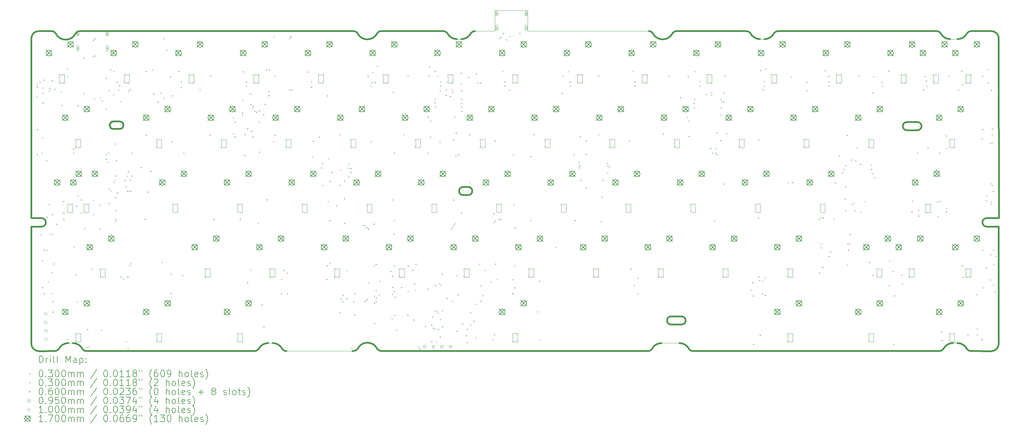
<source format=gbr>
%TF.GenerationSoftware,KiCad,Pcbnew,8.99.0-2230-g1cc11bc589*%
%TF.CreationDate,2024-09-07T16:13:32+07:00*%
%TF.ProjectId,Azimuth_PCB,417a696d-7574-4685-9f50-43422e6b6963,rev?*%
%TF.SameCoordinates,Original*%
%TF.FileFunction,Drillmap*%
%TF.FilePolarity,Positive*%
%FSLAX45Y45*%
G04 Gerber Fmt 4.5, Leading zero omitted, Abs format (unit mm)*
G04 Created by KiCad (PCBNEW 8.99.0-2230-g1cc11bc589) date 2024-09-07 16:13:32*
%MOMM*%
%LPD*%
G01*
G04 APERTURE LIST*
%ADD10C,0.500000*%
%ADD11C,0.050000*%
%ADD12C,0.100000*%
%ADD13C,0.200000*%
%ADD14C,0.170000*%
G04 APERTURE END LIST*
D10*
X32029576Y-41837699D02*
G75*
G02*
X31881697Y-41897688I-136486J124189D01*
G01*
X24771218Y-35328782D02*
X24787887Y-35342462D01*
X22430376Y-38234287D02*
X22735284Y-38234287D01*
X25130627Y-35293095D02*
X25136886Y-35272460D01*
X34552000Y-32479000D02*
G75*
G02*
X34669396Y-32536513I20J-148530D01*
G01*
X24056591Y-41898704D02*
G75*
G02*
X23939206Y-41841196I-21J148514D01*
G01*
X50544479Y-38234287D02*
G75*
G02*
X50541354Y-37984352I1J124987D01*
G01*
X41304576Y-32537699D02*
G75*
G02*
X41413926Y-32479769I108804J-73211D01*
G01*
X43470398Y-32478980D02*
G75*
G02*
X43587795Y-32536493I22J-148530D01*
G01*
X49682720Y-41661679D02*
G75*
G02*
X49967205Y-41841191I370J-314591D01*
G01*
X25120462Y-35312113D02*
X25130627Y-35293095D01*
X24827540Y-35143114D02*
X24806905Y-35149373D01*
X48197879Y-35156706D02*
X48197879Y-35156699D01*
X50681576Y-32479204D02*
G75*
G02*
X50900375Y-32703914I-3296J-222086D01*
G01*
X43872271Y-32716000D02*
G75*
G02*
X43587795Y-32536494I-371J314581D01*
G01*
X50900376Y-32703914D02*
X50903576Y-37983699D01*
X25130627Y-35208905D02*
X25120462Y-35189887D01*
X23028396Y-32478699D02*
G75*
G02*
X23145579Y-32544701I184J-136701D01*
G01*
X24757538Y-35189887D02*
X24747373Y-35208905D01*
X50900376Y-41680000D02*
G75*
G02*
X50675368Y-41899196I-222096J2900D01*
G01*
X48506621Y-35396699D02*
X48197879Y-35396699D01*
X35137879Y-37066699D02*
X35287879Y-37066699D01*
X34953872Y-32716020D02*
G75*
G02*
X34669395Y-32536515I-372J314580D01*
G01*
D11*
X35085762Y-32717015D02*
X34953872Y-32716020D01*
D10*
X24806905Y-35352627D02*
X24827540Y-35358886D01*
X49467872Y-32714700D02*
G75*
G02*
X49183395Y-32535194I-372J314580D01*
G01*
X41413926Y-32479767D02*
X43470398Y-32478980D01*
X23736576Y-32545699D02*
G75*
G02*
X23145589Y-32544696I-295256J140379D01*
G01*
X29937000Y-41898000D02*
G75*
G02*
X29819604Y-41840487I-20J148530D01*
G01*
X22650724Y-41899211D02*
G75*
G02*
X22430374Y-41673937I1736J222101D01*
G01*
X24849000Y-35141000D02*
X24827540Y-35143114D01*
D11*
X36070000Y-31869000D02*
X37041000Y-31869000D01*
D10*
X24827540Y-35358886D02*
X24849000Y-35361000D01*
X35137879Y-37306699D02*
G75*
G02*
X35137879Y-37066701I1J119999D01*
G01*
X22734000Y-37984351D02*
G75*
G02*
X22735284Y-38234282I0J-124969D01*
G01*
X24747373Y-35208905D02*
X24741114Y-35229540D01*
X27203215Y-41898238D02*
X24056591Y-41898704D01*
X25050460Y-35143114D02*
X25029000Y-35141000D01*
X24747373Y-35293095D02*
X24757538Y-35312113D01*
X44288639Y-32537490D02*
G75*
G02*
X44406000Y-32480002I117341J-91010D01*
G01*
X50675368Y-41899199D02*
X50084592Y-41898699D01*
X50903576Y-37983699D02*
X50541354Y-37984357D01*
D11*
X37041000Y-32480000D02*
X40604781Y-32478754D01*
D10*
X23145582Y-32544699D02*
X23145575Y-32544702D01*
X23857320Y-32478700D02*
X26600184Y-32479225D01*
D11*
X29937000Y-41898000D02*
X31881696Y-41897691D01*
D10*
X22734000Y-37984351D02*
X22430376Y-37984351D01*
X35286621Y-37306699D02*
X35137879Y-37306699D01*
X49972274Y-32536190D02*
G75*
G02*
X49687795Y-32715691I-284104J135080D01*
G01*
X25120462Y-35189887D02*
X25106782Y-35173218D01*
X50089635Y-32478699D02*
X50681576Y-32479204D01*
X32029576Y-41837699D02*
G75*
G02*
X32611687Y-41838826I290804J-130601D01*
G01*
X24741114Y-35229540D02*
X24739000Y-35251000D01*
D11*
X23654729Y-41661689D02*
X23522840Y-41660694D01*
D10*
X25090113Y-35342462D02*
X25106782Y-35328782D01*
X32723736Y-32479735D02*
X34552000Y-32479000D01*
X49148990Y-41897691D02*
X41905000Y-41898699D01*
X25050460Y-35358887D02*
X25071095Y-35352627D01*
X35137879Y-37066706D02*
X35137879Y-37066699D01*
D11*
X36070000Y-32480000D02*
X36070000Y-31869000D01*
D10*
X32612858Y-32538199D02*
G75*
G02*
X32026440Y-32537644I-293078J138799D01*
G01*
X24741114Y-35272460D02*
X24747373Y-35293095D01*
X29118760Y-41839490D02*
G75*
G02*
X29403239Y-41659986I284100J-135070D01*
G01*
X49066000Y-32477679D02*
G75*
G02*
X49183396Y-32535193I20J-148531D01*
G01*
X25136886Y-35229540D02*
X25130627Y-35208905D01*
X22655379Y-32479199D02*
X23028396Y-32478699D01*
X48197879Y-35396699D02*
G75*
G02*
X48197879Y-35156701I1J119999D01*
G01*
X23238361Y-41840199D02*
G75*
G02*
X23121000Y-41897688I-117341J91009D01*
G01*
X22430376Y-32698362D02*
G75*
G02*
X22655379Y-32479196I222084J-2918D01*
G01*
X24806905Y-35149373D02*
X24787887Y-35159538D01*
D11*
X49687795Y-32715695D02*
X49467872Y-32714700D01*
D10*
X25071095Y-35149373D02*
X25050460Y-35143114D01*
D11*
X44004160Y-32716995D02*
X43872271Y-32716000D01*
D10*
X41566621Y-41116699D02*
X41257879Y-41116699D01*
X25136886Y-35272460D02*
X25139000Y-35251000D01*
X24771218Y-35173218D02*
X24757538Y-35189887D01*
X32736592Y-41898699D02*
G75*
G02*
X32611681Y-41838829I11508J184249D01*
G01*
X25071095Y-35352627D02*
X25090113Y-35342462D01*
D11*
X40974635Y-41661710D02*
X41503128Y-41661690D01*
D10*
X44406000Y-32480000D02*
X49066000Y-32477679D01*
X26600184Y-32479225D02*
X31917591Y-32479699D01*
X24849000Y-35361000D02*
X25029000Y-35361000D01*
X41567879Y-40876699D02*
G75*
G02*
X41566621Y-41116694I1J-120001D01*
G01*
X49266352Y-41840200D02*
G75*
G02*
X49148990Y-41897689I-117342J91010D01*
G01*
X41905000Y-41898699D02*
X41905000Y-41898700D01*
X35287879Y-37066699D02*
G75*
G02*
X35286621Y-37306694I1J-120001D01*
G01*
X25029000Y-35141000D02*
X24849000Y-35141000D01*
X22430376Y-41673937D02*
X22430376Y-38234287D01*
X40690156Y-41841215D02*
G75*
G02*
X40572795Y-41898706I-117346J91015D01*
G01*
X23121000Y-41897690D02*
X22650724Y-41899211D01*
D11*
X29535128Y-41660980D02*
X29403239Y-41659985D01*
D10*
X48507879Y-35156699D02*
G75*
G02*
X48506621Y-35396694I1J-120001D01*
G01*
X24757538Y-35312113D02*
X24771218Y-35328782D01*
X41304576Y-32537699D02*
G75*
G02*
X40713511Y-32536700I-295296J140399D01*
G01*
X32026433Y-32537647D02*
X32026386Y-32537672D01*
X41503128Y-41661690D02*
G75*
G02*
X41787605Y-41841196I372J-314580D01*
G01*
X25106782Y-35328782D02*
X25120462Y-35312113D01*
X29001399Y-41896980D02*
X27203215Y-41898238D01*
X24739000Y-35251000D02*
X24741114Y-35272460D01*
X50544479Y-38234287D02*
X50900376Y-38234287D01*
X50084592Y-41898699D02*
G75*
G02*
X49967204Y-41841193I-22J148519D01*
G01*
X31917591Y-32479699D02*
G75*
G02*
X32026389Y-32537670I-11J-131101D01*
G01*
X22430376Y-37984351D02*
X22430376Y-32698362D01*
X40690156Y-41841215D02*
G75*
G02*
X40974635Y-41661711I284104J-135075D01*
G01*
X23654729Y-41661689D02*
G75*
G02*
X23939206Y-41841195I371J-314581D01*
G01*
D11*
X49682720Y-41661679D02*
X49550830Y-41660695D01*
D10*
X40713504Y-32536703D02*
X40713570Y-32536668D01*
X35370241Y-32537510D02*
G75*
G02*
X35085762Y-32717014I-284101J135070D01*
G01*
X41257879Y-40876706D02*
X41257879Y-40876699D01*
X44288639Y-32537490D02*
G75*
G02*
X44004160Y-32717002I-284109J135071D01*
G01*
X35370241Y-32537510D02*
G75*
G02*
X35487602Y-32480023I117339J-91010D01*
G01*
X40604781Y-32478754D02*
G75*
G02*
X40713573Y-32536666I-1J-131146D01*
G01*
X24787887Y-35342462D02*
X24806905Y-35352627D01*
X23736576Y-32545699D02*
G75*
G02*
X23857320Y-32478698I118804J-71801D01*
G01*
X29118760Y-41839490D02*
G75*
G02*
X29001399Y-41896977I-117340J91010D01*
G01*
X48197879Y-35156699D02*
X48507879Y-35156699D01*
X25139000Y-35251000D02*
X25136886Y-35229540D01*
X24787887Y-35159538D02*
X24771218Y-35173218D01*
X41257879Y-41116699D02*
G75*
G02*
X41257879Y-40876701I1J119999D01*
G01*
X49972274Y-32536190D02*
G75*
G02*
X50089635Y-32478698I117346J-91010D01*
G01*
X41905000Y-41898711D02*
G75*
G02*
X41787604Y-41841198I-20J148531D01*
G01*
X40572795Y-41898705D02*
X32736592Y-41898699D01*
X25090113Y-35159538D02*
X25071095Y-35149373D01*
X29535128Y-41660980D02*
G75*
G02*
X29819605Y-41840486I372J-314580D01*
G01*
X25029000Y-35361000D02*
X25050460Y-35358887D01*
D11*
X37041000Y-31869000D02*
X37041000Y-32480000D01*
X35487602Y-32480020D02*
X36070000Y-32480000D01*
D10*
X32612858Y-32538199D02*
G75*
G02*
X32723736Y-32479733I109822J-73901D01*
G01*
X23238361Y-41840199D02*
G75*
G02*
X23522840Y-41660688I284109J-135071D01*
G01*
X49266352Y-41840200D02*
G75*
G02*
X49550830Y-41660695I284108J-135080D01*
G01*
X50900376Y-38234287D02*
X50900376Y-41680000D01*
X41257879Y-40876699D02*
X41567879Y-40876699D01*
X25106782Y-35173218D02*
X25090113Y-35159538D01*
D12*
X46123149Y-33967288D02*
X46123149Y-33802913D01*
X46156062Y-33770000D02*
X46230438Y-33770000D01*
X46230438Y-34000201D02*
X46156062Y-34000201D01*
X46263351Y-33802913D02*
X46263351Y-33967288D01*
X46123149Y-33802913D02*
G75*
G02*
X46156062Y-33770000I10000J22913D01*
G01*
X46156062Y-34000201D02*
G75*
G02*
X46123149Y-33967288I-22910J10003D01*
G01*
X46230438Y-33770000D02*
G75*
G02*
X46263351Y-33802913I22914J-9999D01*
G01*
X46263351Y-33967288D02*
G75*
G02*
X46230438Y-34000201I-10002J-22911D01*
G01*
X30883149Y-33967288D02*
X30883149Y-33802913D01*
X30916062Y-33770000D02*
X30990438Y-33770000D01*
X30990438Y-34000201D02*
X30916062Y-34000201D01*
X31023351Y-33802913D02*
X31023351Y-33967288D01*
X30883149Y-33802913D02*
G75*
G02*
X30916062Y-33770000I10000J22913D01*
G01*
X30916062Y-34000201D02*
G75*
G02*
X30883149Y-33967288I-22910J10003D01*
G01*
X30990438Y-33770000D02*
G75*
G02*
X31023351Y-33802913I22914J-9999D01*
G01*
X31023351Y-33967288D02*
G75*
G02*
X30990438Y-34000201I-10002J-22911D01*
G01*
X30406899Y-37777288D02*
X30406899Y-37612913D01*
X30439812Y-37580000D02*
X30514188Y-37580000D01*
X30514188Y-37810201D02*
X30439812Y-37810201D01*
X30547101Y-37612913D02*
X30547101Y-37777288D01*
X30406899Y-37612913D02*
G75*
G02*
X30439812Y-37580000I10000J22913D01*
G01*
X30439812Y-37810201D02*
G75*
G02*
X30406899Y-37777288I-22910J10003D01*
G01*
X30514188Y-37580000D02*
G75*
G02*
X30547101Y-37612913I22914J-9999D01*
G01*
X30547101Y-37777288D02*
G75*
G02*
X30514188Y-37810201I-10002J-22911D01*
G01*
X26120649Y-35872288D02*
X26120649Y-35707913D01*
X26153562Y-35675000D02*
X26227938Y-35675000D01*
X26227938Y-35905201D02*
X26153562Y-35905201D01*
X26260851Y-35707913D02*
X26260851Y-35872288D01*
X26120649Y-35707913D02*
G75*
G02*
X26153562Y-35675000I10000J22913D01*
G01*
X26153562Y-35905201D02*
G75*
G02*
X26120649Y-35872288I-22910J10003D01*
G01*
X26227938Y-35675000D02*
G75*
G02*
X26260851Y-35707913I22914J-9999D01*
G01*
X26260851Y-35872288D02*
G75*
G02*
X26227938Y-35905201I-10002J-22911D01*
G01*
X39931899Y-37777288D02*
X39931899Y-37612913D01*
X39964812Y-37580000D02*
X40039188Y-37580000D01*
X40039188Y-37810201D02*
X39964812Y-37810201D01*
X40072101Y-37612913D02*
X40072101Y-37777288D01*
X39931899Y-37612913D02*
G75*
G02*
X39964812Y-37580000I10000J22913D01*
G01*
X39964812Y-37810201D02*
G75*
G02*
X39931899Y-37777288I-22910J10003D01*
G01*
X40039188Y-37580000D02*
G75*
G02*
X40072101Y-37612913I22914J-9999D01*
G01*
X40072101Y-37777288D02*
G75*
G02*
X40039188Y-37810201I-10002J-22911D01*
G01*
X37074399Y-39682288D02*
X37074399Y-39517913D01*
X37107312Y-39485000D02*
X37181688Y-39485000D01*
X37181688Y-39715201D02*
X37107312Y-39715201D01*
X37214601Y-39517913D02*
X37214601Y-39682288D01*
X37074399Y-39517913D02*
G75*
G02*
X37107312Y-39485000I10000J22913D01*
G01*
X37107312Y-39715201D02*
G75*
G02*
X37074399Y-39682288I-22910J10003D01*
G01*
X37181688Y-39485000D02*
G75*
G02*
X37214601Y-39517913I22914J-9999D01*
G01*
X37214601Y-39682288D02*
G75*
G02*
X37181688Y-39715201I-10002J-22911D01*
G01*
X49456949Y-41587288D02*
X49456949Y-41422913D01*
X49489862Y-41390000D02*
X49564238Y-41390000D01*
X49564238Y-41620201D02*
X49489862Y-41620201D01*
X49597151Y-41422913D02*
X49597151Y-41587288D01*
X49456949Y-41422913D02*
G75*
G02*
X49489862Y-41390000I10000J22913D01*
G01*
X49489862Y-41620201D02*
G75*
G02*
X49456949Y-41587288I-22910J10003D01*
G01*
X49564238Y-41390000D02*
G75*
G02*
X49597151Y-41422913I22914J-9999D01*
G01*
X49597151Y-41587288D02*
G75*
G02*
X49564238Y-41620201I-10002J-22911D01*
G01*
X41836899Y-37777288D02*
X41836899Y-37612913D01*
X41869812Y-37580000D02*
X41944188Y-37580000D01*
X41944188Y-37810201D02*
X41869812Y-37810201D01*
X41977101Y-37612913D02*
X41977101Y-37777288D01*
X41836899Y-37612913D02*
G75*
G02*
X41869812Y-37580000I10000J22913D01*
G01*
X41869812Y-37810201D02*
G75*
G02*
X41836899Y-37777288I-22910J10003D01*
G01*
X41944188Y-37580000D02*
G75*
G02*
X41977101Y-37612913I22914J-9999D01*
G01*
X41977101Y-37777288D02*
G75*
G02*
X41944188Y-37810201I-10002J-22911D01*
G01*
X23739449Y-35872288D02*
X23739449Y-35707913D01*
X23772362Y-35675000D02*
X23846738Y-35675000D01*
X23846738Y-35905201D02*
X23772362Y-35905201D01*
X23879651Y-35707913D02*
X23879651Y-35872288D01*
X23739449Y-35707913D02*
G75*
G02*
X23772362Y-35675000I10000J22913D01*
G01*
X23772362Y-35905201D02*
G75*
G02*
X23739449Y-35872288I-22910J10003D01*
G01*
X23846738Y-35675000D02*
G75*
G02*
X23879651Y-35707913I22914J-9999D01*
G01*
X23879651Y-35872288D02*
G75*
G02*
X23846738Y-35905201I-10002J-22911D01*
G01*
X44694449Y-41587288D02*
X44694449Y-41422913D01*
X44727362Y-41390000D02*
X44801738Y-41390000D01*
X44801738Y-41620201D02*
X44727362Y-41620201D01*
X44834651Y-41422913D02*
X44834651Y-41587288D01*
X44694449Y-41422913D02*
G75*
G02*
X44727362Y-41390000I10000J22913D01*
G01*
X44727362Y-41620201D02*
G75*
G02*
X44694449Y-41587288I-22910J10003D01*
G01*
X44801738Y-41390000D02*
G75*
G02*
X44834651Y-41422913I22914J-9999D01*
G01*
X44834651Y-41587288D02*
G75*
G02*
X44801738Y-41620201I-10002J-22911D01*
G01*
X33264399Y-39682288D02*
X33264399Y-39517913D01*
X33297312Y-39485000D02*
X33371688Y-39485000D01*
X33371688Y-39715201D02*
X33297312Y-39715201D01*
X33404601Y-39517913D02*
X33404601Y-39682288D01*
X33264399Y-39517913D02*
G75*
G02*
X33297312Y-39485000I10000J22913D01*
G01*
X33297312Y-39715201D02*
G75*
G02*
X33264399Y-39682288I-22910J10003D01*
G01*
X33371688Y-39485000D02*
G75*
G02*
X33404601Y-39517913I22914J-9999D01*
G01*
X33404601Y-39682288D02*
G75*
G02*
X33371688Y-39715201I-10002J-22911D01*
G01*
X47313799Y-39682288D02*
X47313799Y-39517913D01*
X47346712Y-39485000D02*
X47421088Y-39485000D01*
X47421088Y-39715201D02*
X47346712Y-39715201D01*
X47454001Y-39517913D02*
X47454001Y-39682288D01*
X47313799Y-39517913D02*
G75*
G02*
X47346712Y-39485000I10000J22913D01*
G01*
X47346712Y-39715201D02*
G75*
G02*
X47313799Y-39682288I-22910J10003D01*
G01*
X47421088Y-39485000D02*
G75*
G02*
X47454001Y-39517913I22914J-9999D01*
G01*
X47454001Y-39682288D02*
G75*
G02*
X47421088Y-39715201I-10002J-22911D01*
G01*
X23977549Y-37777288D02*
X23977549Y-37612913D01*
X24010462Y-37580000D02*
X24084838Y-37580000D01*
X24084838Y-37810201D02*
X24010462Y-37810201D01*
X24117751Y-37612913D02*
X24117751Y-37777288D01*
X23977549Y-37612913D02*
G75*
G02*
X24010462Y-37580000I10000J22913D01*
G01*
X24010462Y-37810201D02*
G75*
G02*
X23977549Y-37777288I-22910J10003D01*
G01*
X24084838Y-37580000D02*
G75*
G02*
X24117751Y-37612913I22914J-9999D01*
G01*
X24117751Y-37777288D02*
G75*
G02*
X24084838Y-37810201I-10002J-22911D01*
G01*
X45646899Y-37777288D02*
X45646899Y-37612913D01*
X45679812Y-37580000D02*
X45754188Y-37580000D01*
X45754188Y-37810201D02*
X45679812Y-37810201D01*
X45787101Y-37612913D02*
X45787101Y-37777288D01*
X45646899Y-37612913D02*
G75*
G02*
X45679812Y-37580000I10000J22913D01*
G01*
X45679812Y-37810201D02*
G75*
G02*
X45646899Y-37777288I-22910J10003D01*
G01*
X45754188Y-37580000D02*
G75*
G02*
X45787101Y-37612913I22914J-9999D01*
G01*
X45787101Y-37777288D02*
G75*
G02*
X45754188Y-37810201I-10002J-22911D01*
G01*
X43265649Y-35872288D02*
X43265649Y-35707913D01*
X43298562Y-35675000D02*
X43372938Y-35675000D01*
X43372938Y-35905201D02*
X43298562Y-35905201D01*
X43405851Y-35707913D02*
X43405851Y-35872288D01*
X43265649Y-35707913D02*
G75*
G02*
X43298562Y-35675000I10000J22913D01*
G01*
X43298562Y-35905201D02*
G75*
G02*
X43265649Y-35872288I-22910J10003D01*
G01*
X43372938Y-35675000D02*
G75*
G02*
X43405851Y-35707913I22914J-9999D01*
G01*
X43405851Y-35872288D02*
G75*
G02*
X43372938Y-35905201I-10002J-22911D01*
G01*
X33740649Y-35872288D02*
X33740649Y-35707913D01*
X33773562Y-35675000D02*
X33847938Y-35675000D01*
X33847938Y-35905201D02*
X33773562Y-35905201D01*
X33880851Y-35707913D02*
X33880851Y-35872288D01*
X33740649Y-35707913D02*
G75*
G02*
X33773562Y-35675000I10000J22913D01*
G01*
X33773562Y-35905201D02*
G75*
G02*
X33740649Y-35872288I-22910J10003D01*
G01*
X33847938Y-35675000D02*
G75*
G02*
X33880851Y-35707913I22914J-9999D01*
G01*
X33880851Y-35872288D02*
G75*
G02*
X33847938Y-35905201I-10002J-22911D01*
G01*
X44694399Y-39682288D02*
X44694399Y-39517913D01*
X44727312Y-39485000D02*
X44801688Y-39485000D01*
X44801688Y-39715201D02*
X44727312Y-39715201D01*
X44834601Y-39517913D02*
X44834601Y-39682288D01*
X44694399Y-39517913D02*
G75*
G02*
X44727312Y-39485000I10000J22913D01*
G01*
X44727312Y-39715201D02*
G75*
G02*
X44694399Y-39682288I-22910J10003D01*
G01*
X44801688Y-39485000D02*
G75*
G02*
X44834601Y-39517913I22914J-9999D01*
G01*
X44834601Y-39682288D02*
G75*
G02*
X44801688Y-39715201I-10002J-22911D01*
G01*
X25168149Y-33967288D02*
X25168149Y-33802913D01*
X25201062Y-33770000D02*
X25275438Y-33770000D01*
X25275438Y-34000201D02*
X25201062Y-34000201D01*
X25308351Y-33802913D02*
X25308351Y-33967288D01*
X25168149Y-33802913D02*
G75*
G02*
X25201062Y-33770000I10000J22913D01*
G01*
X25201062Y-34000201D02*
G75*
G02*
X25168149Y-33967288I-22910J10003D01*
G01*
X25275438Y-33770000D02*
G75*
G02*
X25308351Y-33802913I22914J-9999D01*
G01*
X25308351Y-33967288D02*
G75*
G02*
X25275438Y-34000201I-10002J-22911D01*
G01*
X38026899Y-37777288D02*
X38026899Y-37612913D01*
X38059812Y-37580000D02*
X38134188Y-37580000D01*
X38134188Y-37810201D02*
X38059812Y-37810201D01*
X38167101Y-37612913D02*
X38167101Y-37777288D01*
X38026899Y-37612913D02*
G75*
G02*
X38059812Y-37580000I10000J22913D01*
G01*
X38059812Y-37810201D02*
G75*
G02*
X38026899Y-37777288I-22910J10003D01*
G01*
X38134188Y-37580000D02*
G75*
G02*
X38167101Y-37612913I22914J-9999D01*
G01*
X38167101Y-37777288D02*
G75*
G02*
X38134188Y-37810201I-10002J-22911D01*
G01*
X38503149Y-33967288D02*
X38503149Y-33802913D01*
X38536062Y-33770000D02*
X38610438Y-33770000D01*
X38610438Y-34000201D02*
X38536062Y-34000201D01*
X38643351Y-33802913D02*
X38643351Y-33967288D01*
X38503149Y-33802913D02*
G75*
G02*
X38536062Y-33770000I10000J22913D01*
G01*
X38536062Y-34000201D02*
G75*
G02*
X38503149Y-33967288I-22910J10003D01*
G01*
X38610438Y-33770000D02*
G75*
G02*
X38643351Y-33802913I22914J-9999D01*
G01*
X38643351Y-33967288D02*
G75*
G02*
X38610438Y-34000201I-10002J-22911D01*
G01*
X32788149Y-33967288D02*
X32788149Y-33802913D01*
X32821062Y-33770000D02*
X32895438Y-33770000D01*
X32895438Y-34000201D02*
X32821062Y-34000201D01*
X32928351Y-33802913D02*
X32928351Y-33967288D01*
X32788149Y-33802913D02*
G75*
G02*
X32821062Y-33770000I10000J22913D01*
G01*
X32821062Y-34000201D02*
G75*
G02*
X32788149Y-33967288I-22910J10003D01*
G01*
X32895438Y-33770000D02*
G75*
G02*
X32928351Y-33802913I22914J-9999D01*
G01*
X32928351Y-33967288D02*
G75*
G02*
X32895438Y-34000201I-10002J-22911D01*
G01*
X28025649Y-35872288D02*
X28025649Y-35707913D01*
X28058562Y-35675000D02*
X28132938Y-35675000D01*
X28132938Y-35905201D02*
X28058562Y-35905201D01*
X28165851Y-35707913D02*
X28165851Y-35872288D01*
X28025649Y-35707913D02*
G75*
G02*
X28058562Y-35675000I10000J22913D01*
G01*
X28058562Y-35905201D02*
G75*
G02*
X28025649Y-35872288I-22910J10003D01*
G01*
X28132938Y-35675000D02*
G75*
G02*
X28165851Y-35707913I22914J-9999D01*
G01*
X28165851Y-35872288D02*
G75*
G02*
X28132938Y-35905201I-10002J-22911D01*
G01*
X49456949Y-35872288D02*
X49456949Y-35707913D01*
X49489862Y-35675000D02*
X49564238Y-35675000D01*
X49564238Y-35905201D02*
X49489862Y-35905201D01*
X49597151Y-35707913D02*
X49597151Y-35872288D01*
X49456949Y-35707913D02*
G75*
G02*
X49489862Y-35675000I10000J22913D01*
G01*
X49489862Y-35905201D02*
G75*
G02*
X49456949Y-35872288I-22910J10003D01*
G01*
X49564238Y-35675000D02*
G75*
G02*
X49597151Y-35707913I22914J-9999D01*
G01*
X49597151Y-35872288D02*
G75*
G02*
X49564238Y-35905201I-10002J-22911D01*
G01*
X48266299Y-39682288D02*
X48266299Y-39517913D01*
X48299212Y-39485000D02*
X48373588Y-39485000D01*
X48373588Y-39715201D02*
X48299212Y-39715201D01*
X48406501Y-39517913D02*
X48406501Y-39682288D01*
X48266299Y-39517913D02*
G75*
G02*
X48299212Y-39485000I10000J22913D01*
G01*
X48299212Y-39715201D02*
G75*
G02*
X48266299Y-39682288I-22910J10003D01*
G01*
X48373588Y-39485000D02*
G75*
G02*
X48406501Y-39517913I22914J-9999D01*
G01*
X48406501Y-39682288D02*
G75*
G02*
X48373588Y-39715201I-10002J-22911D01*
G01*
X43741899Y-37777288D02*
X43741899Y-37612913D01*
X43774812Y-37580000D02*
X43849188Y-37580000D01*
X43849188Y-37810201D02*
X43774812Y-37810201D01*
X43882101Y-37612913D02*
X43882101Y-37777288D01*
X43741899Y-37612913D02*
G75*
G02*
X43774812Y-37580000I10000J22913D01*
G01*
X43774812Y-37810201D02*
G75*
G02*
X43741899Y-37777288I-22910J10003D01*
G01*
X43849188Y-37580000D02*
G75*
G02*
X43882101Y-37612913I22914J-9999D01*
G01*
X43882101Y-37777288D02*
G75*
G02*
X43849188Y-37810201I-10002J-22911D01*
G01*
X39455649Y-35872288D02*
X39455649Y-35707913D01*
X39488562Y-35675000D02*
X39562938Y-35675000D01*
X39562938Y-35905201D02*
X39488562Y-35905201D01*
X39595851Y-35707913D02*
X39595851Y-35872288D01*
X39455649Y-35707913D02*
G75*
G02*
X39488562Y-35675000I10000J22913D01*
G01*
X39488562Y-35905201D02*
G75*
G02*
X39455649Y-35872288I-22910J10003D01*
G01*
X39562938Y-35675000D02*
G75*
G02*
X39595851Y-35707913I22914J-9999D01*
G01*
X39595851Y-35872288D02*
G75*
G02*
X39562938Y-35905201I-10002J-22911D01*
G01*
X36598149Y-41586788D02*
X36598149Y-41422413D01*
X36631062Y-41389500D02*
X36705438Y-41389500D01*
X36705438Y-41619701D02*
X36631062Y-41619701D01*
X36738351Y-41422413D02*
X36738351Y-41586788D01*
X36598149Y-41422413D02*
G75*
G02*
X36631062Y-41389500I10000J22913D01*
G01*
X36631062Y-41619701D02*
G75*
G02*
X36598149Y-41586788I-22910J10003D01*
G01*
X36705438Y-41389500D02*
G75*
G02*
X36738351Y-41422413I22914J-9999D01*
G01*
X36738351Y-41586788D02*
G75*
G02*
X36705438Y-41619701I-10002J-22911D01*
G01*
X28501949Y-41587288D02*
X28501949Y-41422913D01*
X28534862Y-41390000D02*
X28609238Y-41390000D01*
X28609238Y-41620201D02*
X28534862Y-41620201D01*
X28642151Y-41422913D02*
X28642151Y-41587288D01*
X28501949Y-41422913D02*
G75*
G02*
X28534862Y-41390000I10000J22913D01*
G01*
X28534862Y-41620201D02*
G75*
G02*
X28501949Y-41587288I-22910J10003D01*
G01*
X28609238Y-41390000D02*
G75*
G02*
X28642151Y-41422913I22914J-9999D01*
G01*
X28642151Y-41587288D02*
G75*
G02*
X28609238Y-41620201I-10002J-22911D01*
G01*
X47075649Y-41587288D02*
X47075649Y-41422913D01*
X47108562Y-41390000D02*
X47182938Y-41390000D01*
X47182938Y-41620201D02*
X47108562Y-41620201D01*
X47215851Y-41422913D02*
X47215851Y-41587288D01*
X47075649Y-41422913D02*
G75*
G02*
X47108562Y-41390000I10000J22913D01*
G01*
X47108562Y-41620201D02*
G75*
G02*
X47075649Y-41587288I-22910J10003D01*
G01*
X47182938Y-41390000D02*
G75*
G02*
X47215851Y-41422913I22914J-9999D01*
G01*
X47215851Y-41587288D02*
G75*
G02*
X47182938Y-41620201I-10002J-22911D01*
G01*
X44218149Y-33967288D02*
X44218149Y-33802913D01*
X44251062Y-33770000D02*
X44325438Y-33770000D01*
X44325438Y-34000201D02*
X44251062Y-34000201D01*
X44358351Y-33802913D02*
X44358351Y-33967288D01*
X44218149Y-33802913D02*
G75*
G02*
X44251062Y-33770000I10000J22913D01*
G01*
X44251062Y-34000201D02*
G75*
G02*
X44218149Y-33967288I-22910J10003D01*
G01*
X44325438Y-33770000D02*
G75*
G02*
X44358351Y-33802913I22914J-9999D01*
G01*
X44358351Y-33967288D02*
G75*
G02*
X44325438Y-34000201I-10002J-22911D01*
G01*
X34216899Y-37777288D02*
X34216899Y-37612913D01*
X34249812Y-37580000D02*
X34324188Y-37580000D01*
X34324188Y-37810201D02*
X34249812Y-37810201D01*
X34357101Y-37612913D02*
X34357101Y-37777288D01*
X34216899Y-37612913D02*
G75*
G02*
X34249812Y-37580000I10000J22913D01*
G01*
X34249812Y-37810201D02*
G75*
G02*
X34216899Y-37777288I-22910J10003D01*
G01*
X34324188Y-37580000D02*
G75*
G02*
X34357101Y-37612913I22914J-9999D01*
G01*
X34357101Y-37777288D02*
G75*
G02*
X34324188Y-37810201I-10002J-22911D01*
G01*
X35645649Y-35872288D02*
X35645649Y-35707913D01*
X35678562Y-35675000D02*
X35752938Y-35675000D01*
X35752938Y-35905201D02*
X35678562Y-35905201D01*
X35785851Y-35707913D02*
X35785851Y-35872288D01*
X35645649Y-35707913D02*
G75*
G02*
X35678562Y-35675000I10000J22913D01*
G01*
X35678562Y-35905201D02*
G75*
G02*
X35645649Y-35872288I-22910J10003D01*
G01*
X35752938Y-35675000D02*
G75*
G02*
X35785851Y-35707913I22914J-9999D01*
G01*
X35785851Y-35872288D02*
G75*
G02*
X35752938Y-35905201I-10002J-22911D01*
G01*
X48980649Y-33967288D02*
X48980649Y-33802913D01*
X49013562Y-33770000D02*
X49087938Y-33770000D01*
X49087938Y-34000201D02*
X49013562Y-34000201D01*
X49120851Y-33802913D02*
X49120851Y-33967288D01*
X48980649Y-33802913D02*
G75*
G02*
X49013562Y-33770000I10000J22913D01*
G01*
X49013562Y-34000201D02*
G75*
G02*
X48980649Y-33967288I-22910J10003D01*
G01*
X49087938Y-33770000D02*
G75*
G02*
X49120851Y-33802913I22914J-9999D01*
G01*
X49120851Y-33967288D02*
G75*
G02*
X49087938Y-34000201I-10002J-22911D01*
G01*
X29930649Y-35872288D02*
X29930649Y-35707913D01*
X29963562Y-35675000D02*
X30037938Y-35675000D01*
X30037938Y-35905201D02*
X29963562Y-35905201D01*
X30070851Y-35707913D02*
X30070851Y-35872288D01*
X29930649Y-35707913D02*
G75*
G02*
X29963562Y-35675000I10000J22913D01*
G01*
X29963562Y-35905201D02*
G75*
G02*
X29930649Y-35872288I-22910J10003D01*
G01*
X30037938Y-35675000D02*
G75*
G02*
X30070851Y-35707913I22914J-9999D01*
G01*
X30070851Y-35872288D02*
G75*
G02*
X30037938Y-35905201I-10002J-22911D01*
G01*
X47075649Y-35872288D02*
X47075649Y-35707913D01*
X47108562Y-35675000D02*
X47182938Y-35675000D01*
X47182938Y-35905201D02*
X47108562Y-35905201D01*
X47215851Y-35707913D02*
X47215851Y-35872288D01*
X47075649Y-35707913D02*
G75*
G02*
X47108562Y-35675000I10000J22913D01*
G01*
X47108562Y-35905201D02*
G75*
G02*
X47075649Y-35872288I-22910J10003D01*
G01*
X47182938Y-35675000D02*
G75*
G02*
X47215851Y-35707913I22914J-9999D01*
G01*
X47215851Y-35872288D02*
G75*
G02*
X47182938Y-35905201I-10002J-22911D01*
G01*
X40408149Y-33967288D02*
X40408149Y-33802913D01*
X40441062Y-33770000D02*
X40515438Y-33770000D01*
X40515438Y-34000201D02*
X40441062Y-34000201D01*
X40548351Y-33802913D02*
X40548351Y-33967288D01*
X40408149Y-33802913D02*
G75*
G02*
X40441062Y-33770000I10000J22913D01*
G01*
X40441062Y-34000201D02*
G75*
G02*
X40408149Y-33967288I-22910J10003D01*
G01*
X40515438Y-33770000D02*
G75*
G02*
X40548351Y-33802913I22914J-9999D01*
G01*
X40548351Y-33967288D02*
G75*
G02*
X40515438Y-34000201I-10002J-22911D01*
G01*
X40884399Y-39682288D02*
X40884399Y-39517913D01*
X40917312Y-39485000D02*
X40991688Y-39485000D01*
X40991688Y-39715201D02*
X40917312Y-39715201D01*
X41024601Y-39517913D02*
X41024601Y-39682288D01*
X40884399Y-39517913D02*
G75*
G02*
X40917312Y-39485000I10000J22913D01*
G01*
X40917312Y-39715201D02*
G75*
G02*
X40884399Y-39682288I-22910J10003D01*
G01*
X40991688Y-39485000D02*
G75*
G02*
X41024601Y-39517913I22914J-9999D01*
G01*
X41024601Y-39682288D02*
G75*
G02*
X40991688Y-39715201I-10002J-22911D01*
G01*
X23501249Y-37777288D02*
X23501249Y-37612913D01*
X23534162Y-37580000D02*
X23608538Y-37580000D01*
X23608538Y-37810201D02*
X23534162Y-37810201D01*
X23641451Y-37612913D02*
X23641451Y-37777288D01*
X23501249Y-37612913D02*
G75*
G02*
X23534162Y-37580000I10000J22913D01*
G01*
X23534162Y-37810201D02*
G75*
G02*
X23501249Y-37777288I-22910J10003D01*
G01*
X23608538Y-37580000D02*
G75*
G02*
X23641451Y-37612913I22914J-9999D01*
G01*
X23641451Y-37777288D02*
G75*
G02*
X23608538Y-37810201I-10002J-22911D01*
G01*
X31835649Y-35872288D02*
X31835649Y-35707913D01*
X31868562Y-35675000D02*
X31942938Y-35675000D01*
X31942938Y-35905201D02*
X31868562Y-35905201D01*
X31975851Y-35707913D02*
X31975851Y-35872288D01*
X31835649Y-35707913D02*
G75*
G02*
X31868562Y-35675000I10000J22913D01*
G01*
X31868562Y-35905201D02*
G75*
G02*
X31835649Y-35872288I-22910J10003D01*
G01*
X31942938Y-35675000D02*
G75*
G02*
X31975851Y-35707913I22914J-9999D01*
G01*
X31975851Y-35872288D02*
G75*
G02*
X31942938Y-35905201I-10002J-22911D01*
G01*
X35169399Y-39682288D02*
X35169399Y-39517913D01*
X35202312Y-39485000D02*
X35276688Y-39485000D01*
X35276688Y-39715201D02*
X35202312Y-39715201D01*
X35309601Y-39517913D02*
X35309601Y-39682288D01*
X35169399Y-39517913D02*
G75*
G02*
X35202312Y-39485000I10000J22913D01*
G01*
X35202312Y-39715201D02*
G75*
G02*
X35169399Y-39682288I-22910J10003D01*
G01*
X35276688Y-39485000D02*
G75*
G02*
X35309601Y-39517913I22914J-9999D01*
G01*
X35309601Y-39682288D02*
G75*
G02*
X35276688Y-39715201I-10002J-22911D01*
G01*
X36121899Y-37777288D02*
X36121899Y-37612913D01*
X36154812Y-37580000D02*
X36229188Y-37580000D01*
X36229188Y-37810201D02*
X36154812Y-37810201D01*
X36262101Y-37612913D02*
X36262101Y-37777288D01*
X36121899Y-37612913D02*
G75*
G02*
X36154812Y-37580000I10000J22913D01*
G01*
X36154812Y-37810201D02*
G75*
G02*
X36121899Y-37777288I-22910J10003D01*
G01*
X36229188Y-37580000D02*
G75*
G02*
X36262101Y-37612913I22914J-9999D01*
G01*
X36262101Y-37777288D02*
G75*
G02*
X36229188Y-37810201I-10002J-22911D01*
G01*
X37550649Y-35872288D02*
X37550649Y-35707913D01*
X37583562Y-35675000D02*
X37657938Y-35675000D01*
X37657938Y-35905201D02*
X37583562Y-35905201D01*
X37690851Y-35707913D02*
X37690851Y-35872288D01*
X37550649Y-35707913D02*
G75*
G02*
X37583562Y-35675000I10000J22913D01*
G01*
X37583562Y-35905201D02*
G75*
G02*
X37550649Y-35872288I-22910J10003D01*
G01*
X37657938Y-35675000D02*
G75*
G02*
X37690851Y-35707913I22914J-9999D01*
G01*
X37690851Y-35872288D02*
G75*
G02*
X37657938Y-35905201I-10002J-22911D01*
G01*
X48749959Y-37777288D02*
X48749959Y-37612913D01*
X48782872Y-37580000D02*
X48857248Y-37580000D01*
X48857248Y-37810201D02*
X48782872Y-37810201D01*
X48890161Y-37612913D02*
X48890161Y-37777288D01*
X48749959Y-37612913D02*
G75*
G02*
X48782872Y-37580000I10000J22913D01*
G01*
X48782872Y-37810201D02*
G75*
G02*
X48749959Y-37777288I-22910J10003D01*
G01*
X48857248Y-37580000D02*
G75*
G02*
X48890161Y-37612913I22914J-9999D01*
G01*
X48890161Y-37777288D02*
G75*
G02*
X48857248Y-37810201I-10002J-22911D01*
G01*
X48028149Y-33967288D02*
X48028149Y-33802913D01*
X48061062Y-33770000D02*
X48135438Y-33770000D01*
X48135438Y-34000201D02*
X48061062Y-34000201D01*
X48168351Y-33802913D02*
X48168351Y-33967288D01*
X48028149Y-33802913D02*
G75*
G02*
X48061062Y-33770000I10000J22913D01*
G01*
X48061062Y-34000201D02*
G75*
G02*
X48028149Y-33967288I-22910J10003D01*
G01*
X48135438Y-33770000D02*
G75*
G02*
X48168351Y-33802913I22914J-9999D01*
G01*
X48168351Y-33967288D02*
G75*
G02*
X48135438Y-34000201I-10002J-22911D01*
G01*
X42789399Y-39682288D02*
X42789399Y-39517913D01*
X42822312Y-39485000D02*
X42896688Y-39485000D01*
X42896688Y-39715201D02*
X42822312Y-39715201D01*
X42929601Y-39517913D02*
X42929601Y-39682288D01*
X42789399Y-39517913D02*
G75*
G02*
X42822312Y-39485000I10000J22913D01*
G01*
X42822312Y-39715201D02*
G75*
G02*
X42789399Y-39682288I-22910J10003D01*
G01*
X42896688Y-39485000D02*
G75*
G02*
X42929601Y-39517913I22914J-9999D01*
G01*
X42929601Y-39682288D02*
G75*
G02*
X42896688Y-39715201I-10002J-22911D01*
G01*
X27549399Y-39682288D02*
X27549399Y-39517913D01*
X27582312Y-39485000D02*
X27656688Y-39485000D01*
X27656688Y-39715201D02*
X27582312Y-39715201D01*
X27689601Y-39517913D02*
X27689601Y-39682288D01*
X27549399Y-39517913D02*
G75*
G02*
X27582312Y-39485000I10000J22913D01*
G01*
X27582312Y-39715201D02*
G75*
G02*
X27549399Y-39682288I-22910J10003D01*
G01*
X27656688Y-39485000D02*
G75*
G02*
X27689601Y-39517913I22914J-9999D01*
G01*
X27689601Y-39682288D02*
G75*
G02*
X27656688Y-39715201I-10002J-22911D01*
G01*
X28501899Y-37777288D02*
X28501899Y-37612913D01*
X28534812Y-37580000D02*
X28609188Y-37580000D01*
X28609188Y-37810201D02*
X28534812Y-37810201D01*
X28642101Y-37612913D02*
X28642101Y-37777288D01*
X28501899Y-37612913D02*
G75*
G02*
X28534812Y-37580000I10000J22913D01*
G01*
X28534812Y-37810201D02*
G75*
G02*
X28501899Y-37777288I-22910J10003D01*
G01*
X28609188Y-37580000D02*
G75*
G02*
X28642101Y-37612913I22914J-9999D01*
G01*
X28642101Y-37777288D02*
G75*
G02*
X28609188Y-37810201I-10002J-22911D01*
G01*
X41360649Y-35872288D02*
X41360649Y-35707913D01*
X41393562Y-35675000D02*
X41467938Y-35675000D01*
X41467938Y-35905201D02*
X41393562Y-35905201D01*
X41500851Y-35707913D02*
X41500851Y-35872288D01*
X41360649Y-35707913D02*
G75*
G02*
X41393562Y-35675000I10000J22913D01*
G01*
X41393562Y-35905201D02*
G75*
G02*
X41360649Y-35872288I-22910J10003D01*
G01*
X41467938Y-35675000D02*
G75*
G02*
X41500851Y-35707913I22914J-9999D01*
G01*
X41500851Y-35872288D02*
G75*
G02*
X41467938Y-35905201I-10002J-22911D01*
G01*
X38979399Y-39682288D02*
X38979399Y-39517913D01*
X39012312Y-39485000D02*
X39086688Y-39485000D01*
X39086688Y-39715201D02*
X39012312Y-39715201D01*
X39119601Y-39517913D02*
X39119601Y-39682288D01*
X38979399Y-39517913D02*
G75*
G02*
X39012312Y-39485000I10000J22913D01*
G01*
X39012312Y-39715201D02*
G75*
G02*
X38979399Y-39682288I-22910J10003D01*
G01*
X39086688Y-39485000D02*
G75*
G02*
X39119601Y-39517913I22914J-9999D01*
G01*
X39119601Y-39682288D02*
G75*
G02*
X39086688Y-39715201I-10002J-22911D01*
G01*
X24461209Y-39682288D02*
X24461209Y-39517913D01*
X24494122Y-39485000D02*
X24568498Y-39485000D01*
X24568498Y-39715201D02*
X24494122Y-39715201D01*
X24601411Y-39517913D02*
X24601411Y-39682288D01*
X24461209Y-39517913D02*
G75*
G02*
X24494122Y-39485000I10000J22913D01*
G01*
X24494122Y-39715201D02*
G75*
G02*
X24461209Y-39682288I-22910J10003D01*
G01*
X24568498Y-39485000D02*
G75*
G02*
X24601411Y-39517913I22914J-9999D01*
G01*
X24601411Y-39682288D02*
G75*
G02*
X24568498Y-39715201I-10002J-22911D01*
G01*
X49933149Y-33967288D02*
X49933149Y-33802913D01*
X49966062Y-33770000D02*
X50040438Y-33770000D01*
X50040438Y-34000201D02*
X49966062Y-34000201D01*
X50073351Y-33802913D02*
X50073351Y-33967288D01*
X49933149Y-33802913D02*
G75*
G02*
X49966062Y-33770000I10000J22913D01*
G01*
X49966062Y-34000201D02*
G75*
G02*
X49933149Y-33967288I-22910J10003D01*
G01*
X50040438Y-33770000D02*
G75*
G02*
X50073351Y-33802913I22914J-9999D01*
G01*
X50073351Y-33967288D02*
G75*
G02*
X50040438Y-34000201I-10002J-22911D01*
G01*
X32311899Y-37777288D02*
X32311899Y-37612913D01*
X32344812Y-37580000D02*
X32419188Y-37580000D01*
X32419188Y-37810201D02*
X32344812Y-37810201D01*
X32452101Y-37612913D02*
X32452101Y-37777288D01*
X32311899Y-37612913D02*
G75*
G02*
X32344812Y-37580000I10000J22913D01*
G01*
X32344812Y-37810201D02*
G75*
G02*
X32311899Y-37777288I-22910J10003D01*
G01*
X32419188Y-37580000D02*
G75*
G02*
X32452101Y-37612913I22914J-9999D01*
G01*
X32452101Y-37777288D02*
G75*
G02*
X32419188Y-37810201I-10002J-22911D01*
G01*
X23739449Y-41587288D02*
X23739449Y-41422913D01*
X23772362Y-41390000D02*
X23846738Y-41390000D01*
X23846738Y-41620201D02*
X23772362Y-41620201D01*
X23879651Y-41422913D02*
X23879651Y-41587288D01*
X23739449Y-41422913D02*
G75*
G02*
X23772362Y-41390000I10000J22913D01*
G01*
X23772362Y-41620201D02*
G75*
G02*
X23739449Y-41587288I-22910J10003D01*
G01*
X23846738Y-41390000D02*
G75*
G02*
X23879651Y-41422913I22914J-9999D01*
G01*
X23879651Y-41587288D02*
G75*
G02*
X23846738Y-41620201I-10002J-22911D01*
G01*
X42313149Y-33967288D02*
X42313149Y-33802913D01*
X42346062Y-33770000D02*
X42420438Y-33770000D01*
X42420438Y-34000201D02*
X42346062Y-34000201D01*
X42453351Y-33802913D02*
X42453351Y-33967288D01*
X42313149Y-33802913D02*
G75*
G02*
X42346062Y-33770000I10000J22913D01*
G01*
X42346062Y-34000201D02*
G75*
G02*
X42313149Y-33967288I-22910J10003D01*
G01*
X42420438Y-33770000D02*
G75*
G02*
X42453351Y-33802913I22914J-9999D01*
G01*
X42453351Y-33967288D02*
G75*
G02*
X42420438Y-34000201I-10002J-22911D01*
G01*
X36598149Y-33967288D02*
X36598149Y-33802913D01*
X36631062Y-33770000D02*
X36705438Y-33770000D01*
X36705438Y-34000201D02*
X36631062Y-34000201D01*
X36738351Y-33802913D02*
X36738351Y-33967288D01*
X36598149Y-33802913D02*
G75*
G02*
X36631062Y-33770000I10000J22913D01*
G01*
X36631062Y-34000201D02*
G75*
G02*
X36598149Y-33967288I-22910J10003D01*
G01*
X36705438Y-33770000D02*
G75*
G02*
X36738351Y-33802913I22914J-9999D01*
G01*
X36738351Y-33967288D02*
G75*
G02*
X36705438Y-34000201I-10002J-22911D01*
G01*
X45170649Y-35872288D02*
X45170649Y-35707913D01*
X45203562Y-35675000D02*
X45277938Y-35675000D01*
X45277938Y-35905201D02*
X45203562Y-35905201D01*
X45310851Y-35707913D02*
X45310851Y-35872288D01*
X45170649Y-35707913D02*
G75*
G02*
X45203562Y-35675000I10000J22913D01*
G01*
X45203562Y-35905201D02*
G75*
G02*
X45170649Y-35872288I-22910J10003D01*
G01*
X45277938Y-35675000D02*
G75*
G02*
X45310851Y-35707913I22914J-9999D01*
G01*
X45310851Y-35872288D02*
G75*
G02*
X45277938Y-35905201I-10002J-22911D01*
G01*
X28978149Y-33967288D02*
X28978149Y-33802913D01*
X29011062Y-33770000D02*
X29085438Y-33770000D01*
X29085438Y-34000201D02*
X29011062Y-34000201D01*
X29118351Y-33802913D02*
X29118351Y-33967288D01*
X28978149Y-33802913D02*
G75*
G02*
X29011062Y-33770000I10000J22913D01*
G01*
X29011062Y-34000201D02*
G75*
G02*
X28978149Y-33967288I-22910J10003D01*
G01*
X29085438Y-33770000D02*
G75*
G02*
X29118351Y-33802913I22914J-9999D01*
G01*
X29118351Y-33967288D02*
G75*
G02*
X29085438Y-34000201I-10002J-22911D01*
G01*
X27073149Y-33967288D02*
X27073149Y-33802913D01*
X27106062Y-33770000D02*
X27180438Y-33770000D01*
X27180438Y-34000201D02*
X27106062Y-34000201D01*
X27213351Y-33802913D02*
X27213351Y-33967288D01*
X27073149Y-33802913D02*
G75*
G02*
X27106062Y-33770000I10000J22913D01*
G01*
X27106062Y-34000201D02*
G75*
G02*
X27073149Y-33967288I-22910J10003D01*
G01*
X27180438Y-33770000D02*
G75*
G02*
X27213351Y-33802913I22914J-9999D01*
G01*
X27213351Y-33967288D02*
G75*
G02*
X27180438Y-34000201I-10002J-22911D01*
G01*
X26120649Y-41587288D02*
X26120649Y-41422913D01*
X26153562Y-41390000D02*
X26227938Y-41390000D01*
X26227938Y-41620201D02*
X26153562Y-41620201D01*
X26260851Y-41422913D02*
X26260851Y-41587288D01*
X26120649Y-41422913D02*
G75*
G02*
X26153562Y-41390000I10000J22913D01*
G01*
X26153562Y-41620201D02*
G75*
G02*
X26120649Y-41587288I-22910J10003D01*
G01*
X26227938Y-41390000D02*
G75*
G02*
X26260851Y-41422913I22914J-9999D01*
G01*
X26260851Y-41587288D02*
G75*
G02*
X26227938Y-41620201I-10002J-22911D01*
G01*
X26596899Y-37777288D02*
X26596899Y-37612913D01*
X26629812Y-37580000D02*
X26704188Y-37580000D01*
X26704188Y-37810201D02*
X26629812Y-37810201D01*
X26737101Y-37612913D02*
X26737101Y-37777288D01*
X26596899Y-37612913D02*
G75*
G02*
X26629812Y-37580000I10000J22913D01*
G01*
X26629812Y-37810201D02*
G75*
G02*
X26596899Y-37777288I-22910J10003D01*
G01*
X26704188Y-37580000D02*
G75*
G02*
X26737101Y-37612913I22914J-9999D01*
G01*
X26737101Y-37777288D02*
G75*
G02*
X26704188Y-37810201I-10002J-22911D01*
G01*
X29454399Y-39682288D02*
X29454399Y-39517913D01*
X29487312Y-39485000D02*
X29561688Y-39485000D01*
X29561688Y-39715201D02*
X29487312Y-39715201D01*
X29594601Y-39517913D02*
X29594601Y-39682288D01*
X29454399Y-39517913D02*
G75*
G02*
X29487312Y-39485000I10000J22913D01*
G01*
X29487312Y-39715201D02*
G75*
G02*
X29454399Y-39682288I-22910J10003D01*
G01*
X29561688Y-39485000D02*
G75*
G02*
X29594601Y-39517913I22914J-9999D01*
G01*
X29594601Y-39682288D02*
G75*
G02*
X29561688Y-39715201I-10002J-22911D01*
G01*
X49933149Y-39682288D02*
X49933149Y-39517913D01*
X49966062Y-39485000D02*
X50040438Y-39485000D01*
X50040438Y-39715201D02*
X49966062Y-39715201D01*
X50073351Y-39517913D02*
X50073351Y-39682288D01*
X49933149Y-39517913D02*
G75*
G02*
X49966062Y-39485000I10000J22913D01*
G01*
X49966062Y-39715201D02*
G75*
G02*
X49933149Y-39682288I-22910J10003D01*
G01*
X50040438Y-39485000D02*
G75*
G02*
X50073351Y-39517913I22914J-9999D01*
G01*
X50073351Y-39682288D02*
G75*
G02*
X50040438Y-39715201I-10002J-22911D01*
G01*
X34693149Y-33967288D02*
X34693149Y-33802913D01*
X34726062Y-33770000D02*
X34800438Y-33770000D01*
X34800438Y-34000201D02*
X34726062Y-34000201D01*
X34833351Y-33802913D02*
X34833351Y-33967288D01*
X34693149Y-33802913D02*
G75*
G02*
X34726062Y-33770000I10000J22913D01*
G01*
X34726062Y-34000201D02*
G75*
G02*
X34693149Y-33967288I-22910J10003D01*
G01*
X34800438Y-33770000D02*
G75*
G02*
X34833351Y-33802913I22914J-9999D01*
G01*
X34833351Y-33967288D02*
G75*
G02*
X34800438Y-34000201I-10002J-22911D01*
G01*
X31359399Y-39682288D02*
X31359399Y-39517913D01*
X31392312Y-39485000D02*
X31466688Y-39485000D01*
X31466688Y-39715201D02*
X31392312Y-39715201D01*
X31499601Y-39517913D02*
X31499601Y-39682288D01*
X31359399Y-39517913D02*
G75*
G02*
X31392312Y-39485000I10000J22913D01*
G01*
X31392312Y-39715201D02*
G75*
G02*
X31359399Y-39682288I-22910J10003D01*
G01*
X31466688Y-39485000D02*
G75*
G02*
X31499601Y-39517913I22914J-9999D01*
G01*
X31499601Y-39682288D02*
G75*
G02*
X31466688Y-39715201I-10002J-22911D01*
G01*
X23263149Y-33967288D02*
X23263149Y-33802913D01*
X23296062Y-33770000D02*
X23370438Y-33770000D01*
X23370438Y-34000201D02*
X23296062Y-34000201D01*
X23403351Y-33802913D02*
X23403351Y-33967288D01*
X23263149Y-33802913D02*
G75*
G02*
X23296062Y-33770000I10000J22913D01*
G01*
X23296062Y-34000201D02*
G75*
G02*
X23263149Y-33967288I-22910J10003D01*
G01*
X23370438Y-33770000D02*
G75*
G02*
X23403351Y-33802913I22914J-9999D01*
G01*
X23403351Y-33967288D02*
G75*
G02*
X23370438Y-34000201I-10002J-22911D01*
G01*
D13*
D12*
X22576000Y-34405000D02*
X22606000Y-34435000D01*
X22606000Y-34405000D02*
X22576000Y-34435000D01*
X22587000Y-36095200D02*
X22617000Y-36125200D01*
X22617000Y-36095200D02*
X22587000Y-36125200D01*
X22588000Y-34110200D02*
X22618000Y-34140200D01*
X22618000Y-34110200D02*
X22588000Y-34140200D01*
X22593000Y-35364000D02*
X22623000Y-35394000D01*
X22623000Y-35364000D02*
X22593000Y-35394000D01*
X22601000Y-34010200D02*
X22631000Y-34040200D01*
X22631000Y-34010200D02*
X22601000Y-34040200D01*
X22676000Y-33960200D02*
X22706000Y-33990200D01*
X22706000Y-33960200D02*
X22676000Y-33990200D01*
X22701000Y-38464000D02*
X22731000Y-38494000D01*
X22731000Y-38464000D02*
X22701000Y-38494000D01*
X22733000Y-36051500D02*
X22763000Y-36081500D01*
X22763000Y-36051500D02*
X22733000Y-36081500D01*
X22740000Y-35599000D02*
X22770000Y-35629000D01*
X22770000Y-35599000D02*
X22740000Y-35629000D01*
X22742000Y-40007000D02*
X22772000Y-40037000D01*
X22772000Y-40007000D02*
X22742000Y-40037000D01*
X22744000Y-39227000D02*
X22774000Y-39257000D01*
X22774000Y-39227000D02*
X22744000Y-39257000D01*
X22747000Y-34304000D02*
X22777000Y-34334000D01*
X22777000Y-34304000D02*
X22747000Y-34334000D01*
X22756000Y-34576000D02*
X22786000Y-34606000D01*
X22786000Y-34576000D02*
X22756000Y-34606000D01*
X22764000Y-34131000D02*
X22794000Y-34161000D01*
X22794000Y-34131000D02*
X22764000Y-34161000D01*
X22788000Y-38903000D02*
X22818000Y-38933000D01*
X22818000Y-38903000D02*
X22788000Y-38933000D01*
X22789000Y-33903000D02*
X22819000Y-33933000D01*
X22819000Y-33903000D02*
X22789000Y-33933000D01*
X22794000Y-40184000D02*
X22824000Y-40214000D01*
X22824000Y-40184000D02*
X22794000Y-40214000D01*
X22866000Y-36274000D02*
X22896000Y-36304000D01*
X22896000Y-36274000D02*
X22866000Y-36304000D01*
X22873000Y-38918000D02*
X22903000Y-38948000D01*
X22903000Y-38918000D02*
X22873000Y-38948000D01*
X22875000Y-37940000D02*
X22905000Y-37970000D01*
X22905000Y-37940000D02*
X22875000Y-37970000D01*
X22921000Y-39833000D02*
X22951000Y-39863000D01*
X22951000Y-39833000D02*
X22921000Y-39863000D01*
X22929000Y-37566800D02*
X22959000Y-37596800D01*
X22959000Y-37566800D02*
X22929000Y-37596800D01*
X22941500Y-34216000D02*
X22971500Y-34246000D01*
X22971500Y-34216000D02*
X22941500Y-34246000D01*
X22957000Y-34147000D02*
X22987000Y-34177000D01*
X22987000Y-34147000D02*
X22957000Y-34177000D01*
X22975000Y-38435000D02*
X23005000Y-38465000D01*
X23005000Y-38435000D02*
X22975000Y-38465000D01*
X23009000Y-40184000D02*
X23039000Y-40214000D01*
X23039000Y-40184000D02*
X23009000Y-40214000D01*
X23028000Y-33925000D02*
X23058000Y-33955000D01*
X23058000Y-33925000D02*
X23028000Y-33955000D01*
X23031000Y-39573000D02*
X23061000Y-39603000D01*
X23061000Y-39573000D02*
X23031000Y-39603000D01*
X23037346Y-37861102D02*
X23067346Y-37891102D01*
X23067346Y-37861102D02*
X23037346Y-37891102D01*
X23042775Y-38443837D02*
X23072775Y-38473837D01*
X23072775Y-38443837D02*
X23042775Y-38473837D01*
X23050000Y-40732000D02*
X23080000Y-40762000D01*
X23080000Y-40732000D02*
X23050000Y-40762000D01*
X23051000Y-40427000D02*
X23081000Y-40457000D01*
X23081000Y-40427000D02*
X23051000Y-40457000D01*
X23070000Y-39315000D02*
X23100000Y-39345000D01*
X23100000Y-39315000D02*
X23070000Y-39345000D01*
X23107000Y-34171000D02*
X23137000Y-34201000D01*
X23137000Y-34171000D02*
X23107000Y-34201000D01*
X23161346Y-38148546D02*
X23191346Y-38178546D01*
X23191346Y-38148546D02*
X23161346Y-38178546D01*
X23300455Y-34248455D02*
X23330455Y-34278455D01*
X23330455Y-34248455D02*
X23300455Y-34278455D01*
X23323000Y-34650000D02*
X23353000Y-34680000D01*
X23353000Y-34650000D02*
X23323000Y-34680000D01*
X23365000Y-37483000D02*
X23395000Y-37513000D01*
X23395000Y-37483000D02*
X23365000Y-37513000D01*
X23368000Y-38000200D02*
X23398000Y-38030200D01*
X23398000Y-38000200D02*
X23368000Y-38030200D01*
X23369000Y-37814000D02*
X23399000Y-37844000D01*
X23399000Y-37814000D02*
X23369000Y-37844000D01*
X23478250Y-33806800D02*
X23508250Y-33836800D01*
X23508250Y-33806800D02*
X23478250Y-33836800D01*
X23480000Y-41547000D02*
X23510000Y-41577000D01*
X23510000Y-41547000D02*
X23480000Y-41577000D01*
X23481000Y-33577000D02*
X23511000Y-33607000D01*
X23511000Y-33577000D02*
X23481000Y-33607000D01*
X23658798Y-35937960D02*
X23688798Y-35967960D01*
X23688798Y-35937960D02*
X23658798Y-35967960D01*
X23662000Y-36055200D02*
X23692000Y-36085200D01*
X23692000Y-36055200D02*
X23662000Y-36085200D01*
X23673000Y-38819000D02*
X23703000Y-38849000D01*
X23703000Y-38819000D02*
X23673000Y-38849000D01*
X23723000Y-39645000D02*
X23753000Y-39675000D01*
X23753000Y-39645000D02*
X23723000Y-39675000D01*
X23747000Y-37615000D02*
X23777000Y-37645000D01*
X23777000Y-37615000D02*
X23747000Y-37645000D01*
X23774000Y-40432000D02*
X23804000Y-40462000D01*
X23804000Y-40432000D02*
X23774000Y-40462000D01*
X23794000Y-34658000D02*
X23824000Y-34688000D01*
X23824000Y-34658000D02*
X23794000Y-34688000D01*
X23794000Y-37322000D02*
X23824000Y-37352000D01*
X23824000Y-37322000D02*
X23794000Y-37352000D01*
X23879000Y-37430000D02*
X23909000Y-37460000D01*
X23909000Y-37430000D02*
X23879000Y-37460000D01*
X23879000Y-37820200D02*
X23909000Y-37850200D01*
X23909000Y-37820200D02*
X23879000Y-37850200D01*
X23969000Y-33250000D02*
X23999000Y-33280000D01*
X23999000Y-33250000D02*
X23969000Y-33280000D01*
X23969000Y-34316000D02*
X23999000Y-34346000D01*
X23999000Y-34316000D02*
X23969000Y-34346000D01*
X23983000Y-38275000D02*
X24013000Y-38305000D01*
X24013000Y-38275000D02*
X23983000Y-38305000D01*
X24055000Y-41766000D02*
X24085000Y-41796000D01*
X24085000Y-41766000D02*
X24055000Y-41796000D01*
X24070000Y-41250000D02*
X24100000Y-41280000D01*
X24100000Y-41250000D02*
X24070000Y-41280000D01*
X24118195Y-41758484D02*
X24148195Y-41788484D01*
X24148195Y-41758484D02*
X24118195Y-41788484D01*
X24206000Y-39471800D02*
X24236000Y-39501800D01*
X24236000Y-39471800D02*
X24206000Y-39501800D01*
X24233493Y-33213922D02*
X24263493Y-33243922D01*
X24263493Y-33213922D02*
X24233493Y-33243922D01*
X24241000Y-32737000D02*
X24271000Y-32767000D01*
X24271000Y-32737000D02*
X24241000Y-32767000D01*
X24241000Y-37437000D02*
X24271000Y-37467000D01*
X24271000Y-37437000D02*
X24241000Y-37467000D01*
X24246000Y-37860200D02*
X24276000Y-37890200D01*
X24276000Y-37860200D02*
X24246000Y-37890200D01*
X24273000Y-34445000D02*
X24303000Y-34475000D01*
X24303000Y-34445000D02*
X24273000Y-34475000D01*
X24288958Y-33191039D02*
X24318958Y-33221039D01*
X24318958Y-33191039D02*
X24288958Y-33221039D01*
X24289000Y-32688000D02*
X24319000Y-32718000D01*
X24319000Y-32688000D02*
X24289000Y-32718000D01*
X24424000Y-37571000D02*
X24454000Y-37601000D01*
X24454000Y-37571000D02*
X24424000Y-37601000D01*
X24428000Y-38283000D02*
X24458000Y-38313000D01*
X24458000Y-38283000D02*
X24428000Y-38313000D01*
X24453000Y-34424000D02*
X24483000Y-34454000D01*
X24483000Y-34424000D02*
X24453000Y-34454000D01*
X24481000Y-41268000D02*
X24511000Y-41298000D01*
X24511000Y-41268000D02*
X24481000Y-41298000D01*
X24499000Y-34522000D02*
X24529000Y-34552000D01*
X24529000Y-34522000D02*
X24499000Y-34552000D01*
X24613000Y-34762000D02*
X24643000Y-34792000D01*
X24643000Y-34762000D02*
X24613000Y-34792000D01*
X24618000Y-36095200D02*
X24648000Y-36125200D01*
X24648000Y-36095200D02*
X24618000Y-36125200D01*
X24622000Y-33854000D02*
X24652000Y-33884000D01*
X24652000Y-33854000D02*
X24622000Y-33884000D01*
X24628000Y-36235200D02*
X24658000Y-36265200D01*
X24658000Y-36235200D02*
X24628000Y-36265200D01*
X24683855Y-36322855D02*
X24713855Y-36352855D01*
X24713855Y-36322855D02*
X24683855Y-36352855D01*
X24686000Y-36055200D02*
X24716000Y-36085200D01*
X24716000Y-36055200D02*
X24686000Y-36085200D01*
X24708263Y-34214000D02*
X24738263Y-34244000D01*
X24738263Y-34214000D02*
X24708263Y-34244000D01*
X24709000Y-37109000D02*
X24739000Y-37139000D01*
X24739000Y-37109000D02*
X24709000Y-37139000D01*
X24709000Y-37536000D02*
X24739000Y-37566000D01*
X24739000Y-37536000D02*
X24709000Y-37566000D01*
X24756000Y-33606000D02*
X24786000Y-33636000D01*
X24786000Y-33606000D02*
X24756000Y-33636000D01*
X24759000Y-37158000D02*
X24789000Y-37188000D01*
X24789000Y-37158000D02*
X24759000Y-37188000D01*
X24838000Y-34335000D02*
X24868000Y-34365000D01*
X24868000Y-34335000D02*
X24838000Y-34365000D01*
X24843000Y-33656000D02*
X24873000Y-33686000D01*
X24873000Y-33656000D02*
X24843000Y-33686000D01*
X24846000Y-36910000D02*
X24876000Y-36940000D01*
X24876000Y-36910000D02*
X24846000Y-36940000D01*
X24878000Y-36848000D02*
X24908000Y-36878000D01*
X24908000Y-36848000D02*
X24878000Y-36878000D01*
X24879000Y-35781800D02*
X24909000Y-35811800D01*
X24909000Y-35781800D02*
X24879000Y-35811800D01*
X24896000Y-36724000D02*
X24926000Y-36754000D01*
X24926000Y-36724000D02*
X24896000Y-36754000D01*
X24899000Y-37362000D02*
X24929000Y-37392000D01*
X24929000Y-37362000D02*
X24899000Y-37392000D01*
X24899000Y-38000200D02*
X24929000Y-38030200D01*
X24929000Y-38000200D02*
X24899000Y-38030200D01*
X24899000Y-38060200D02*
X24929000Y-38090200D01*
X24929000Y-38060200D02*
X24899000Y-38090200D01*
X24900000Y-37739000D02*
X24930000Y-37769000D01*
X24930000Y-37739000D02*
X24900000Y-37769000D01*
X24919000Y-36275200D02*
X24949000Y-36305200D01*
X24949000Y-36275200D02*
X24919000Y-36305200D01*
X24938000Y-33967000D02*
X24968000Y-33997000D01*
X24968000Y-33967000D02*
X24938000Y-33997000D01*
X24954000Y-37233000D02*
X24984000Y-37263000D01*
X24984000Y-37233000D02*
X24954000Y-37263000D01*
X24985750Y-34195000D02*
X25015750Y-34225000D01*
X25015750Y-34195000D02*
X24985750Y-34225000D01*
X25006000Y-34068000D02*
X25036000Y-34098000D01*
X25036000Y-34068000D02*
X25006000Y-34098000D01*
X25038000Y-34533000D02*
X25068000Y-34563000D01*
X25068000Y-34533000D02*
X25038000Y-34563000D01*
X25054284Y-39693284D02*
X25084284Y-39723284D01*
X25084284Y-39693284D02*
X25054284Y-39723284D01*
X25124629Y-39764361D02*
X25154629Y-39794361D01*
X25154629Y-39764361D02*
X25124629Y-39794361D01*
X25177000Y-36864000D02*
X25207000Y-36894000D01*
X25207000Y-36864000D02*
X25177000Y-36894000D01*
X25203000Y-37035000D02*
X25233000Y-37065000D01*
X25233000Y-37035000D02*
X25203000Y-37065000D01*
X25207000Y-41596800D02*
X25237000Y-41626800D01*
X25237000Y-41596800D02*
X25207000Y-41626800D01*
X25229000Y-36731000D02*
X25259000Y-36761000D01*
X25259000Y-36731000D02*
X25229000Y-36761000D01*
X25241000Y-37180000D02*
X25271000Y-37210000D01*
X25271000Y-37180000D02*
X25241000Y-37210000D01*
X25255000Y-39701000D02*
X25285000Y-39731000D01*
X25285000Y-39701000D02*
X25255000Y-39731000D01*
X25260000Y-41813521D02*
X25290000Y-41843521D01*
X25290000Y-41813521D02*
X25260000Y-41843521D01*
X25268000Y-36603000D02*
X25298000Y-36633000D01*
X25298000Y-36603000D02*
X25268000Y-36633000D01*
X25272000Y-34232000D02*
X25302000Y-34262000D01*
X25302000Y-34232000D02*
X25272000Y-34262000D01*
X25300213Y-37170311D02*
X25330213Y-37200311D01*
X25330213Y-37170311D02*
X25300213Y-37200311D01*
X25305000Y-39365000D02*
X25335000Y-39395000D01*
X25335000Y-39365000D02*
X25305000Y-39395000D01*
X25317000Y-34190200D02*
X25347000Y-34220200D01*
X25347000Y-34190200D02*
X25317000Y-34220200D01*
X25324000Y-36851000D02*
X25354000Y-36881000D01*
X25354000Y-36851000D02*
X25324000Y-36881000D01*
X25345000Y-39306554D02*
X25375000Y-39336554D01*
X25375000Y-39306554D02*
X25345000Y-39336554D01*
X25358268Y-37185463D02*
X25388268Y-37215463D01*
X25388268Y-37185463D02*
X25358268Y-37215463D01*
X25374000Y-36055200D02*
X25404000Y-36085200D01*
X25404000Y-36055200D02*
X25374000Y-36085200D01*
X25374000Y-36727000D02*
X25404000Y-36757000D01*
X25404000Y-36727000D02*
X25374000Y-36757000D01*
X25646000Y-36476000D02*
X25676000Y-36506000D01*
X25676000Y-36476000D02*
X25646000Y-36506000D01*
X25765000Y-38000200D02*
X25795000Y-38030200D01*
X25795000Y-38000200D02*
X25765000Y-38030200D01*
X25794750Y-35527000D02*
X25824750Y-35557000D01*
X25824750Y-35527000D02*
X25794750Y-35557000D01*
X25795000Y-33656000D02*
X25825000Y-33686000D01*
X25825000Y-33656000D02*
X25795000Y-33686000D01*
X25844000Y-37201000D02*
X25874000Y-37231000D01*
X25874000Y-37201000D02*
X25844000Y-37231000D01*
X25930000Y-36593000D02*
X25960000Y-36623000D01*
X25960000Y-36593000D02*
X25930000Y-36623000D01*
X25980000Y-33606000D02*
X26010000Y-33636000D01*
X26010000Y-33606000D02*
X25980000Y-33636000D01*
X26010000Y-34317063D02*
X26040000Y-34347063D01*
X26040000Y-34317063D02*
X26010000Y-34347063D01*
X26148000Y-34554000D02*
X26178000Y-34584000D01*
X26178000Y-34554000D02*
X26148000Y-34584000D01*
X26227000Y-34283000D02*
X26257000Y-34313000D01*
X26257000Y-34283000D02*
X26227000Y-34313000D01*
X26266000Y-39268000D02*
X26296000Y-39298000D01*
X26296000Y-39268000D02*
X26266000Y-39298000D01*
X26319900Y-32684000D02*
X26349900Y-32714000D01*
X26349900Y-32684000D02*
X26319900Y-32714000D01*
X26320000Y-34428000D02*
X26350000Y-34458000D01*
X26350000Y-34428000D02*
X26320000Y-34458000D01*
X26398000Y-33027000D02*
X26428000Y-33057000D01*
X26428000Y-33027000D02*
X26398000Y-33057000D01*
X26507000Y-33806000D02*
X26537000Y-33836000D01*
X26537000Y-33806000D02*
X26507000Y-33836000D01*
X26527000Y-40185000D02*
X26557000Y-40215000D01*
X26557000Y-40185000D02*
X26527000Y-40215000D01*
X26530000Y-39611800D02*
X26560000Y-39641800D01*
X26560000Y-39611800D02*
X26530000Y-39641800D01*
X26543000Y-35715000D02*
X26573000Y-35745000D01*
X26573000Y-35715000D02*
X26543000Y-35745000D01*
X26568000Y-34367000D02*
X26598000Y-34397000D01*
X26598000Y-34367000D02*
X26568000Y-34397000D01*
X26753000Y-33655000D02*
X26783000Y-33685000D01*
X26783000Y-33655000D02*
X26753000Y-33685000D01*
X26834000Y-33956000D02*
X26864000Y-33986000D01*
X26864000Y-33956000D02*
X26834000Y-33986000D01*
X26834000Y-34122000D02*
X26864000Y-34152000D01*
X26864000Y-34122000D02*
X26834000Y-34152000D01*
X26877000Y-39651800D02*
X26907000Y-39681800D01*
X26907000Y-39651800D02*
X26877000Y-39681800D01*
X26906000Y-36055200D02*
X26936000Y-36085200D01*
X26936000Y-36055200D02*
X26906000Y-36085200D01*
X27378000Y-34190200D02*
X27408000Y-34220200D01*
X27408000Y-34190200D02*
X27378000Y-34220200D01*
X27674000Y-35525000D02*
X27704000Y-35555000D01*
X27704000Y-35525000D02*
X27674000Y-35555000D01*
X27691000Y-33790000D02*
X27721000Y-33820000D01*
X27721000Y-33790000D02*
X27691000Y-33820000D01*
X27791000Y-38000200D02*
X27821000Y-38030200D01*
X27821000Y-38000200D02*
X27791000Y-38030200D01*
X28360000Y-35012000D02*
X28390000Y-35042000D01*
X28390000Y-35012000D02*
X28360000Y-35042000D01*
X28363000Y-35477000D02*
X28393000Y-35507000D01*
X28393000Y-35477000D02*
X28363000Y-35507000D01*
X28413000Y-35143000D02*
X28443000Y-35173000D01*
X28443000Y-35143000D02*
X28413000Y-35173000D01*
X28413000Y-35577000D02*
X28443000Y-35607000D01*
X28443000Y-35577000D02*
X28413000Y-35607000D01*
X28560000Y-38000200D02*
X28590000Y-38030200D01*
X28590000Y-38000200D02*
X28560000Y-38030200D01*
X28626000Y-34945000D02*
X28656000Y-34975000D01*
X28656000Y-34945000D02*
X28626000Y-34975000D01*
X28630000Y-34504000D02*
X28660000Y-34534000D01*
X28660000Y-34504000D02*
X28630000Y-34534000D01*
X28631000Y-34875000D02*
X28661000Y-34905000D01*
X28661000Y-34875000D02*
X28631000Y-34905000D01*
X28653000Y-33658000D02*
X28683000Y-33688000D01*
X28683000Y-33658000D02*
X28653000Y-33688000D01*
X28694000Y-36121800D02*
X28724000Y-36151800D01*
X28724000Y-36121800D02*
X28694000Y-36151800D01*
X28701500Y-35506789D02*
X28731500Y-35536789D01*
X28731500Y-35506789D02*
X28701500Y-35536789D01*
X28734731Y-34080000D02*
X28764731Y-34110000D01*
X28764731Y-34080000D02*
X28734731Y-34110000D01*
X28741000Y-33966000D02*
X28771000Y-33996000D01*
X28771000Y-33966000D02*
X28741000Y-33996000D01*
X28776000Y-35338000D02*
X28806000Y-35368000D01*
X28806000Y-35338000D02*
X28776000Y-35368000D01*
X28780645Y-39865199D02*
X28810645Y-39895199D01*
X28810645Y-39865199D02*
X28780645Y-39895199D01*
X28868000Y-39493000D02*
X28898000Y-39523000D01*
X28898000Y-39493000D02*
X28868000Y-39523000D01*
X28870000Y-34316000D02*
X28900000Y-34346000D01*
X28900000Y-34316000D02*
X28870000Y-34346000D01*
X28879000Y-34619000D02*
X28909000Y-34649000D01*
X28909000Y-34619000D02*
X28879000Y-34649000D01*
X28894000Y-35415000D02*
X28924000Y-35445000D01*
X28924000Y-35415000D02*
X28894000Y-35445000D01*
X28921500Y-34725789D02*
X28951500Y-34755789D01*
X28951500Y-34725789D02*
X28921500Y-34755789D01*
X28929000Y-35575000D02*
X28959000Y-35605000D01*
X28959000Y-35575000D02*
X28929000Y-35605000D01*
X28949333Y-34672635D02*
X28979333Y-34702635D01*
X28979333Y-34672635D02*
X28949333Y-34702635D01*
X28991000Y-34822000D02*
X29021000Y-34852000D01*
X29021000Y-34822000D02*
X28991000Y-34852000D01*
X29042016Y-34853581D02*
X29072016Y-34883581D01*
X29072016Y-34853581D02*
X29042016Y-34883581D01*
X29090000Y-38120200D02*
X29120000Y-38150200D01*
X29120000Y-38120200D02*
X29090000Y-38150200D01*
X29122000Y-34813000D02*
X29152000Y-34843000D01*
X29152000Y-34813000D02*
X29122000Y-34843000D01*
X29124000Y-35133000D02*
X29154000Y-35163000D01*
X29154000Y-35133000D02*
X29124000Y-35163000D01*
X29128000Y-36030000D02*
X29158000Y-36060000D01*
X29158000Y-36030000D02*
X29128000Y-36060000D01*
X29207000Y-40522000D02*
X29237000Y-40552000D01*
X29237000Y-40522000D02*
X29207000Y-40552000D01*
X29250000Y-34923000D02*
X29280000Y-34953000D01*
X29280000Y-34923000D02*
X29250000Y-34953000D01*
X29257000Y-41171000D02*
X29287000Y-41201000D01*
X29287000Y-41171000D02*
X29257000Y-41201000D01*
X29297000Y-34623000D02*
X29327000Y-34653000D01*
X29327000Y-34623000D02*
X29297000Y-34653000D01*
X29337250Y-33603000D02*
X29367250Y-33633000D01*
X29367250Y-33603000D02*
X29337250Y-33633000D01*
X29353000Y-37432000D02*
X29383000Y-37462000D01*
X29383000Y-37432000D02*
X29353000Y-37462000D01*
X29397000Y-34241000D02*
X29427000Y-34271000D01*
X29427000Y-34241000D02*
X29397000Y-34271000D01*
X29400000Y-34367000D02*
X29430000Y-34397000D01*
X29430000Y-34367000D02*
X29400000Y-34397000D01*
X29424000Y-33606000D02*
X29454000Y-33636000D01*
X29454000Y-33606000D02*
X29424000Y-33636000D01*
X29544000Y-35725000D02*
X29574000Y-35755000D01*
X29574000Y-35725000D02*
X29544000Y-35755000D01*
X29549998Y-32630690D02*
X29579998Y-32660690D01*
X29579998Y-32630690D02*
X29549998Y-32660690D01*
X29572000Y-33793000D02*
X29602000Y-33823000D01*
X29602000Y-33793000D02*
X29572000Y-33823000D01*
X29586000Y-35530000D02*
X29616000Y-35560000D01*
X29616000Y-35530000D02*
X29586000Y-35560000D01*
X29774000Y-40189000D02*
X29804000Y-40219000D01*
X29804000Y-40189000D02*
X29774000Y-40219000D01*
X29779000Y-39775199D02*
X29809000Y-39805199D01*
X29809000Y-39775199D02*
X29779000Y-39805199D01*
X29842000Y-39505000D02*
X29872000Y-39535000D01*
X29872000Y-39505000D02*
X29842000Y-39535000D01*
X29941000Y-39581000D02*
X29971000Y-39611000D01*
X29971000Y-39581000D02*
X29941000Y-39611000D01*
X29954000Y-40194000D02*
X29984000Y-40224000D01*
X29984000Y-40194000D02*
X29954000Y-40224000D01*
X30011000Y-32679000D02*
X30041000Y-32709000D01*
X30041000Y-32679000D02*
X30011000Y-32709000D01*
X30014005Y-34191028D02*
X30044005Y-34221028D01*
X30044005Y-34191028D02*
X30014005Y-34221028D01*
X30054998Y-32630735D02*
X30084998Y-32660735D01*
X30084998Y-32630735D02*
X30054998Y-32660735D01*
X30074000Y-34190200D02*
X30104000Y-34220200D01*
X30104000Y-34190200D02*
X30074000Y-34220200D01*
X30553000Y-33668000D02*
X30583000Y-33698000D01*
X30583000Y-33668000D02*
X30553000Y-33698000D01*
X30652000Y-33949000D02*
X30682000Y-33979000D01*
X30682000Y-33949000D02*
X30652000Y-33979000D01*
X30653000Y-34110200D02*
X30683000Y-34140200D01*
X30683000Y-34110200D02*
X30653000Y-34140200D01*
X30688000Y-36158000D02*
X30718000Y-36188000D01*
X30718000Y-36158000D02*
X30688000Y-36188000D01*
X30716000Y-35710000D02*
X30746000Y-35740000D01*
X30746000Y-35710000D02*
X30716000Y-35740000D01*
X30890000Y-35586000D02*
X30920000Y-35616000D01*
X30920000Y-35586000D02*
X30890000Y-35616000D01*
X30952000Y-36489000D02*
X30982000Y-36519000D01*
X30982000Y-36489000D02*
X30952000Y-36519000D01*
X30984000Y-37001000D02*
X31014000Y-37031000D01*
X31014000Y-37001000D02*
X30984000Y-37031000D01*
X30990000Y-36370000D02*
X31020000Y-36400000D01*
X31020000Y-36370000D02*
X30990000Y-36400000D01*
X31114000Y-39775199D02*
X31144000Y-39805199D01*
X31144000Y-39775199D02*
X31114000Y-39805199D01*
X31120000Y-39368000D02*
X31150000Y-39398000D01*
X31150000Y-39368000D02*
X31120000Y-39398000D01*
X31134000Y-34369000D02*
X31164000Y-34399000D01*
X31164000Y-34369000D02*
X31134000Y-34399000D01*
X31149000Y-37482000D02*
X31179000Y-37512000D01*
X31179000Y-37482000D02*
X31149000Y-37512000D01*
X31157000Y-36226000D02*
X31187000Y-36256000D01*
X31187000Y-36226000D02*
X31157000Y-36256000D01*
X31199000Y-38040200D02*
X31229000Y-38070200D01*
X31229000Y-38040200D02*
X31199000Y-38070200D01*
X31202000Y-36884000D02*
X31232000Y-36914000D01*
X31232000Y-36884000D02*
X31202000Y-36914000D01*
X31204000Y-39296000D02*
X31234000Y-39326000D01*
X31234000Y-39296000D02*
X31204000Y-39326000D01*
X31252000Y-36620000D02*
X31282000Y-36650000D01*
X31282000Y-36620000D02*
X31252000Y-36650000D01*
X31406000Y-37604000D02*
X31436000Y-37634000D01*
X31436000Y-37604000D02*
X31406000Y-37634000D01*
X31483000Y-35512000D02*
X31513000Y-35542000D01*
X31513000Y-35512000D02*
X31483000Y-35542000D01*
X31504000Y-37001000D02*
X31534000Y-37031000D01*
X31534000Y-37001000D02*
X31504000Y-37031000D01*
X31504000Y-40742000D02*
X31534000Y-40772000D01*
X31534000Y-40742000D02*
X31504000Y-40772000D01*
X31513685Y-36560000D02*
X31543685Y-36590000D01*
X31543685Y-36560000D02*
X31513685Y-36590000D01*
X31526000Y-40343000D02*
X31556000Y-40373000D01*
X31556000Y-40343000D02*
X31526000Y-40373000D01*
X31580000Y-40426000D02*
X31610000Y-40456000D01*
X31610000Y-40426000D02*
X31580000Y-40456000D01*
X31584000Y-40237000D02*
X31614000Y-40267000D01*
X31614000Y-40237000D02*
X31584000Y-40267000D01*
X31625000Y-36877500D02*
X31655000Y-36907500D01*
X31655000Y-36877500D02*
X31625000Y-36907500D01*
X31625000Y-37394000D02*
X31655000Y-37424000D01*
X31655000Y-37394000D02*
X31625000Y-37424000D01*
X31634000Y-38120200D02*
X31664000Y-38150200D01*
X31664000Y-38120200D02*
X31634000Y-38150200D01*
X31698750Y-40335000D02*
X31728750Y-40365000D01*
X31728750Y-40335000D02*
X31698750Y-40365000D01*
X31709000Y-39515000D02*
X31739000Y-39545000D01*
X31739000Y-39515000D02*
X31709000Y-39545000D01*
X31757000Y-36496000D02*
X31787000Y-36526000D01*
X31787000Y-36496000D02*
X31757000Y-36526000D01*
X31757000Y-36751000D02*
X31787000Y-36781000D01*
X31787000Y-36751000D02*
X31757000Y-36781000D01*
X31761000Y-36371000D02*
X31791000Y-36401000D01*
X31791000Y-36371000D02*
X31761000Y-36401000D01*
X31818000Y-36623500D02*
X31848000Y-36653500D01*
X31848000Y-36623500D02*
X31818000Y-36653500D01*
X31822000Y-36509000D02*
X31852000Y-36539000D01*
X31852000Y-36509000D02*
X31822000Y-36539000D01*
X31843000Y-41799000D02*
X31873000Y-41829000D01*
X31873000Y-41799000D02*
X31843000Y-41829000D01*
X31905000Y-40435000D02*
X31935000Y-40465000D01*
X31935000Y-40435000D02*
X31905000Y-40465000D01*
X31926000Y-40816000D02*
X31956000Y-40846000D01*
X31956000Y-40816000D02*
X31926000Y-40846000D01*
X31945000Y-40185000D02*
X31975000Y-40215000D01*
X31975000Y-40185000D02*
X31945000Y-40215000D01*
X32174934Y-38175453D02*
X32204934Y-38205453D01*
X32204934Y-38175453D02*
X32174934Y-38205453D01*
X32234000Y-38186000D02*
X32264000Y-38216000D01*
X32264000Y-38186000D02*
X32234000Y-38216000D01*
X32234000Y-40415000D02*
X32264000Y-40445000D01*
X32264000Y-40415000D02*
X32234000Y-40445000D01*
X32284000Y-38248000D02*
X32314000Y-38278000D01*
X32314000Y-38248000D02*
X32284000Y-38278000D01*
X32288000Y-40369000D02*
X32318000Y-40399000D01*
X32318000Y-40369000D02*
X32288000Y-40399000D01*
X32323000Y-33790000D02*
X32353000Y-33820000D01*
X32353000Y-33790000D02*
X32323000Y-33820000D01*
X32334000Y-39867500D02*
X32364000Y-39897500D01*
X32364000Y-39867500D02*
X32334000Y-39897500D01*
X32334257Y-38288000D02*
X32364257Y-38318000D01*
X32364257Y-38288000D02*
X32334257Y-38318000D01*
X32414000Y-35716000D02*
X32444000Y-35746000D01*
X32444000Y-35716000D02*
X32414000Y-35746000D01*
X32419000Y-34085000D02*
X32449000Y-34115000D01*
X32449000Y-34085000D02*
X32419000Y-34115000D01*
X32434000Y-33985000D02*
X32464000Y-34015000D01*
X32464000Y-33985000D02*
X32434000Y-34015000D01*
X32463000Y-33672000D02*
X32493000Y-33702000D01*
X32493000Y-33672000D02*
X32463000Y-33702000D01*
X32498000Y-38148000D02*
X32528000Y-38178000D01*
X32528000Y-38148000D02*
X32498000Y-38178000D01*
X32501000Y-39373000D02*
X32531000Y-39403000D01*
X32531000Y-39373000D02*
X32501000Y-39403000D01*
X32515000Y-40265000D02*
X32545000Y-40295000D01*
X32545000Y-40265000D02*
X32515000Y-40295000D01*
X32515000Y-40465000D02*
X32545000Y-40495000D01*
X32545000Y-40465000D02*
X32515000Y-40495000D01*
X32515000Y-41065000D02*
X32545000Y-41095000D01*
X32545000Y-41065000D02*
X32515000Y-41095000D01*
X32537000Y-33976000D02*
X32567000Y-34006000D01*
X32567000Y-33976000D02*
X32537000Y-34006000D01*
X32561000Y-39325000D02*
X32591000Y-39355000D01*
X32591000Y-39325000D02*
X32561000Y-39355000D01*
X32562000Y-40102000D02*
X32592000Y-40132000D01*
X32592000Y-40102000D02*
X32562000Y-40132000D01*
X32565000Y-40320000D02*
X32595000Y-40350000D01*
X32595000Y-40320000D02*
X32565000Y-40350000D01*
X32565000Y-40420000D02*
X32595000Y-40450000D01*
X32595000Y-40420000D02*
X32565000Y-40450000D01*
X32597000Y-33502000D02*
X32627000Y-33532000D01*
X32627000Y-33502000D02*
X32597000Y-33532000D01*
X32653000Y-40228000D02*
X32683000Y-40258000D01*
X32683000Y-40228000D02*
X32653000Y-40258000D01*
X32673000Y-39825000D02*
X32703000Y-39855000D01*
X32703000Y-39825000D02*
X32673000Y-39855000D01*
X32991000Y-39539000D02*
X33021000Y-39569000D01*
X33021000Y-39539000D02*
X32991000Y-39569000D01*
X33031000Y-40926000D02*
X33061000Y-40956000D01*
X33061000Y-40926000D02*
X33031000Y-40956000D01*
X33037000Y-40206000D02*
X33067000Y-40236000D01*
X33067000Y-40206000D02*
X33037000Y-40236000D01*
X33041000Y-40004000D02*
X33071000Y-40034000D01*
X33071000Y-40004000D02*
X33041000Y-40034000D01*
X33043000Y-39681800D02*
X33073000Y-39711800D01*
X33073000Y-39681800D02*
X33043000Y-39711800D01*
X33048000Y-37429000D02*
X33078000Y-37459000D01*
X33078000Y-37429000D02*
X33048000Y-37459000D01*
X33059000Y-34269000D02*
X33089000Y-34299000D01*
X33089000Y-34269000D02*
X33059000Y-34299000D01*
X33091000Y-40134000D02*
X33121000Y-40164000D01*
X33121000Y-40134000D02*
X33091000Y-40164000D01*
X33092000Y-38436000D02*
X33122000Y-38466000D01*
X33122000Y-38436000D02*
X33092000Y-38466000D01*
X33098000Y-36055200D02*
X33128000Y-36085200D01*
X33128000Y-36055200D02*
X33098000Y-36085200D01*
X33098000Y-38040200D02*
X33128000Y-38070200D01*
X33128000Y-38040200D02*
X33098000Y-38070200D01*
X33101000Y-39374000D02*
X33131000Y-39404000D01*
X33131000Y-39374000D02*
X33101000Y-39404000D01*
X33115000Y-40835000D02*
X33145000Y-40865000D01*
X33145000Y-40835000D02*
X33115000Y-40865000D01*
X33125000Y-40295000D02*
X33155000Y-40325000D01*
X33155000Y-40295000D02*
X33125000Y-40325000D01*
X33161000Y-41261000D02*
X33191000Y-41291000D01*
X33191000Y-41261000D02*
X33161000Y-41291000D01*
X33311000Y-40009000D02*
X33341000Y-40039000D01*
X33341000Y-40009000D02*
X33311000Y-40039000D01*
X33385000Y-35509000D02*
X33415000Y-35539000D01*
X33415000Y-35509000D02*
X33385000Y-35539000D01*
X33490000Y-40825000D02*
X33520000Y-40855000D01*
X33520000Y-40825000D02*
X33490000Y-40855000D01*
X33499000Y-33777000D02*
X33529000Y-33807000D01*
X33529000Y-33777000D02*
X33499000Y-33807000D01*
X33504000Y-39374000D02*
X33534000Y-39404000D01*
X33534000Y-39374000D02*
X33504000Y-39404000D01*
X33505000Y-40124000D02*
X33535000Y-40154000D01*
X33535000Y-40124000D02*
X33505000Y-40154000D01*
X33635000Y-39505000D02*
X33665000Y-39535000D01*
X33665000Y-39505000D02*
X33635000Y-39535000D01*
X33675000Y-40965000D02*
X33705000Y-40995000D01*
X33705000Y-40965000D02*
X33675000Y-40995000D01*
X33685000Y-39910000D02*
X33715000Y-39940000D01*
X33715000Y-39910000D02*
X33685000Y-39940000D01*
X33725000Y-40090000D02*
X33755000Y-40120000D01*
X33755000Y-40090000D02*
X33725000Y-40120000D01*
X33731000Y-39324000D02*
X33761000Y-39354000D01*
X33761000Y-39324000D02*
X33731000Y-39354000D01*
X33802000Y-41762574D02*
X33832000Y-41792574D01*
X33832000Y-41762574D02*
X33802000Y-41792574D01*
X33852000Y-41813700D02*
X33882000Y-41843700D01*
X33882000Y-41813700D02*
X33852000Y-41843700D01*
X34013000Y-41162000D02*
X34043000Y-41192000D01*
X34043000Y-41162000D02*
X34013000Y-41192000D01*
X34089000Y-34997000D02*
X34119000Y-35027000D01*
X34119000Y-34997000D02*
X34089000Y-35027000D01*
X34092000Y-36055200D02*
X34122000Y-36085200D01*
X34122000Y-36055200D02*
X34092000Y-36085200D01*
X34093190Y-40050971D02*
X34123190Y-40080971D01*
X34123190Y-40050971D02*
X34093190Y-40080971D01*
X34115000Y-33784000D02*
X34145000Y-33814000D01*
X34145000Y-33784000D02*
X34115000Y-33814000D01*
X34137000Y-33515000D02*
X34167000Y-33545000D01*
X34167000Y-33515000D02*
X34137000Y-33545000D01*
X34158000Y-35580000D02*
X34188000Y-35610000D01*
X34188000Y-35580000D02*
X34158000Y-35610000D01*
X34171000Y-35107000D02*
X34201000Y-35137000D01*
X34201000Y-35107000D02*
X34171000Y-35137000D01*
X34193750Y-41115000D02*
X34223750Y-41145000D01*
X34223750Y-41115000D02*
X34193750Y-41145000D01*
X34197932Y-41606565D02*
X34227932Y-41636565D01*
X34227932Y-41606565D02*
X34197932Y-41636565D01*
X34214000Y-40881000D02*
X34244000Y-40911000D01*
X34244000Y-40881000D02*
X34214000Y-40911000D01*
X34240456Y-41210001D02*
X34270456Y-41240001D01*
X34270456Y-41210001D02*
X34240456Y-41240001D01*
X34278750Y-40685000D02*
X34308750Y-40715000D01*
X34308750Y-40685000D02*
X34278750Y-40715000D01*
X34285000Y-34563000D02*
X34315000Y-34593000D01*
X34315000Y-34563000D02*
X34285000Y-34593000D01*
X34295000Y-41235000D02*
X34325000Y-41265000D01*
X34325000Y-41235000D02*
X34295000Y-41265000D01*
X34298000Y-34465000D02*
X34328000Y-34495000D01*
X34328000Y-34465000D02*
X34298000Y-34495000D01*
X34299000Y-33649000D02*
X34329000Y-33679000D01*
X34329000Y-33649000D02*
X34299000Y-33679000D01*
X34307969Y-39949280D02*
X34337969Y-39979280D01*
X34337969Y-39949280D02*
X34307969Y-39979280D01*
X34308000Y-34692000D02*
X34338000Y-34722000D01*
X34338000Y-34692000D02*
X34308000Y-34722000D01*
X34338000Y-41610000D02*
X34368000Y-41640000D01*
X34368000Y-41610000D02*
X34338000Y-41640000D01*
X34342639Y-40720279D02*
X34372639Y-40750279D01*
X34372639Y-40720279D02*
X34342639Y-40750279D01*
X34391000Y-33794000D02*
X34421000Y-33824000D01*
X34421000Y-33794000D02*
X34391000Y-33824000D01*
X34395000Y-40765000D02*
X34425000Y-40795000D01*
X34425000Y-40765000D02*
X34395000Y-40795000D01*
X34395000Y-41245000D02*
X34425000Y-41275000D01*
X34425000Y-41245000D02*
X34395000Y-41275000D01*
X34412000Y-39886974D02*
X34442000Y-39916974D01*
X34442000Y-39886974D02*
X34412000Y-39916974D01*
X34441000Y-35724000D02*
X34471000Y-35754000D01*
X34471000Y-35724000D02*
X34441000Y-35754000D01*
X34443000Y-41463000D02*
X34473000Y-41493000D01*
X34473000Y-41463000D02*
X34443000Y-41493000D01*
X34444000Y-34213500D02*
X34474000Y-34243500D01*
X34474000Y-34213500D02*
X34444000Y-34243500D01*
X34454095Y-34083000D02*
X34484095Y-34113000D01*
X34484095Y-34083000D02*
X34454095Y-34113000D01*
X34457000Y-40946000D02*
X34487000Y-40976000D01*
X34487000Y-40946000D02*
X34457000Y-40976000D01*
X34457827Y-39940000D02*
X34487827Y-39970000D01*
X34487827Y-39940000D02*
X34457827Y-39970000D01*
X34463000Y-33953000D02*
X34493000Y-33983000D01*
X34493000Y-33953000D02*
X34463000Y-33983000D01*
X34512000Y-39608500D02*
X34542000Y-39638500D01*
X34542000Y-39608500D02*
X34512000Y-39638500D01*
X34512000Y-40697000D02*
X34542000Y-40727000D01*
X34542000Y-40697000D02*
X34512000Y-40727000D01*
X34514000Y-41164000D02*
X34544000Y-41194000D01*
X34544000Y-41164000D02*
X34514000Y-41194000D01*
X34618000Y-34358000D02*
X34648000Y-34388000D01*
X34648000Y-34358000D02*
X34618000Y-34388000D01*
X34626000Y-34200000D02*
X34656000Y-34230000D01*
X34656000Y-34200000D02*
X34626000Y-34230000D01*
X34648000Y-40329000D02*
X34678000Y-40359000D01*
X34678000Y-40329000D02*
X34648000Y-40359000D01*
X34745000Y-34391000D02*
X34775000Y-34421000D01*
X34775000Y-34391000D02*
X34745000Y-34421000D01*
X34770000Y-38299509D02*
X34800000Y-38329509D01*
X34800000Y-38299509D02*
X34770000Y-38329509D01*
X34802510Y-34200913D02*
X34832510Y-34230913D01*
X34832510Y-34200913D02*
X34802510Y-34230913D01*
X34807701Y-38248000D02*
X34837701Y-38278000D01*
X34837701Y-38248000D02*
X34807701Y-38278000D01*
X34811000Y-34268000D02*
X34841000Y-34298000D01*
X34841000Y-34268000D02*
X34811000Y-34298000D01*
X34814000Y-40415000D02*
X34844000Y-40445000D01*
X34844000Y-40415000D02*
X34814000Y-40445000D01*
X34838000Y-35670000D02*
X34868000Y-35700000D01*
X34868000Y-35670000D02*
X34838000Y-35700000D01*
X34842000Y-37433000D02*
X34872000Y-37463000D01*
X34872000Y-37433000D02*
X34842000Y-37463000D01*
X34850000Y-38178546D02*
X34880000Y-38208546D01*
X34880000Y-38178546D02*
X34850000Y-38208546D01*
X34876000Y-34982000D02*
X34906000Y-35012000D01*
X34906000Y-34982000D02*
X34876000Y-35012000D01*
X34899000Y-38130200D02*
X34929000Y-38160200D01*
X34929000Y-38130200D02*
X34899000Y-38160200D01*
X34904173Y-36146000D02*
X34934173Y-36176000D01*
X34934173Y-36146000D02*
X34904173Y-36176000D01*
X34915000Y-35467000D02*
X34945000Y-35497000D01*
X34945000Y-35467000D02*
X34915000Y-35497000D01*
X34938000Y-39661000D02*
X34968000Y-39691000D01*
X34968000Y-39661000D02*
X34938000Y-39691000D01*
X34941000Y-41300000D02*
X34971000Y-41330000D01*
X34971000Y-41300000D02*
X34941000Y-41330000D01*
X34974000Y-40224000D02*
X35004000Y-40254000D01*
X35004000Y-40224000D02*
X34974000Y-40254000D01*
X34978000Y-36105200D02*
X35008000Y-36135200D01*
X35008000Y-36105200D02*
X34978000Y-36135200D01*
X35062000Y-34010200D02*
X35092000Y-34040200D01*
X35092000Y-34010200D02*
X35062000Y-34040200D01*
X35067000Y-33706000D02*
X35097000Y-33736000D01*
X35097000Y-33706000D02*
X35067000Y-33736000D01*
X35069000Y-37816000D02*
X35099000Y-37846000D01*
X35099000Y-37816000D02*
X35069000Y-37846000D01*
X35075000Y-34588000D02*
X35105000Y-34618000D01*
X35105000Y-34588000D02*
X35075000Y-34618000D01*
X35079000Y-34217000D02*
X35109000Y-34247000D01*
X35109000Y-34217000D02*
X35079000Y-34247000D01*
X35080000Y-34470000D02*
X35110000Y-34500000D01*
X35110000Y-34470000D02*
X35080000Y-34500000D01*
X35085000Y-34701000D02*
X35115000Y-34731000D01*
X35115000Y-34701000D02*
X35085000Y-34731000D01*
X35086000Y-34829000D02*
X35116000Y-34859000D01*
X35116000Y-34829000D02*
X35086000Y-34859000D01*
X35108000Y-41081000D02*
X35138000Y-41111000D01*
X35138000Y-41081000D02*
X35108000Y-41111000D01*
X35218000Y-41427000D02*
X35248000Y-41457000D01*
X35248000Y-41427000D02*
X35218000Y-41457000D01*
X35240000Y-41627000D02*
X35270000Y-41657000D01*
X35270000Y-41627000D02*
X35240000Y-41657000D01*
X35244000Y-41235000D02*
X35274000Y-41265000D01*
X35274000Y-41235000D02*
X35244000Y-41265000D01*
X35278000Y-33825000D02*
X35308000Y-33855000D01*
X35308000Y-33825000D02*
X35278000Y-33855000D01*
X35312000Y-35515000D02*
X35342000Y-35545000D01*
X35342000Y-35515000D02*
X35312000Y-35545000D01*
X35316000Y-36921000D02*
X35346000Y-36951000D01*
X35346000Y-36921000D02*
X35316000Y-36951000D01*
X35337000Y-40751000D02*
X35367000Y-40781000D01*
X35367000Y-40751000D02*
X35337000Y-40781000D01*
X35345000Y-41116000D02*
X35375000Y-41146000D01*
X35375000Y-41116000D02*
X35345000Y-41146000D01*
X35439000Y-41004000D02*
X35469000Y-41034000D01*
X35469000Y-41004000D02*
X35439000Y-41034000D01*
X35505000Y-41482500D02*
X35535000Y-41512500D01*
X35535000Y-41482500D02*
X35505000Y-41512500D01*
X35508000Y-40499000D02*
X35538000Y-40529000D01*
X35538000Y-40499000D02*
X35508000Y-40529000D01*
X35511000Y-33724000D02*
X35541000Y-33754000D01*
X35541000Y-33724000D02*
X35511000Y-33754000D01*
X35561000Y-33994000D02*
X35591000Y-34024000D01*
X35591000Y-33994000D02*
X35561000Y-34024000D01*
X35601000Y-39324000D02*
X35631000Y-39354000D01*
X35631000Y-39324000D02*
X35601000Y-39354000D01*
X35637000Y-33999000D02*
X35667000Y-34029000D01*
X35667000Y-33999000D02*
X35637000Y-34029000D01*
X35641500Y-39964931D02*
X35671500Y-39994931D01*
X35671500Y-39964931D02*
X35641500Y-39994931D01*
X35641500Y-40411500D02*
X35671500Y-40441500D01*
X35671500Y-40411500D02*
X35641500Y-40441500D01*
X35711345Y-40245000D02*
X35741345Y-40275000D01*
X35741345Y-40245000D02*
X35711345Y-40275000D01*
X35775000Y-39504000D02*
X35805000Y-39534000D01*
X35805000Y-39504000D02*
X35775000Y-39534000D01*
X35945000Y-39854000D02*
X35975000Y-39884000D01*
X35975000Y-39854000D02*
X35945000Y-39884000D01*
X35995000Y-41537000D02*
X36025000Y-41567000D01*
X36025000Y-41537000D02*
X35995000Y-41567000D01*
X36017000Y-37842000D02*
X36047000Y-37872000D01*
X36047000Y-37842000D02*
X36017000Y-37872000D01*
X36030000Y-38090200D02*
X36060000Y-38120200D01*
X36060000Y-38090200D02*
X36030000Y-38120200D01*
X36038000Y-41403000D02*
X36068000Y-41433000D01*
X36068000Y-41403000D02*
X36038000Y-41433000D01*
X36060000Y-35698000D02*
X36090000Y-35728000D01*
X36090000Y-35698000D02*
X36060000Y-35728000D01*
X36080000Y-38040200D02*
X36110000Y-38070200D01*
X36110000Y-38040200D02*
X36080000Y-38070200D01*
X36080000Y-39324000D02*
X36110000Y-39354000D01*
X36110000Y-39324000D02*
X36080000Y-39354000D01*
X36130000Y-39775000D02*
X36160000Y-39805000D01*
X36160000Y-39775000D02*
X36130000Y-39805000D01*
X36180000Y-38000200D02*
X36210000Y-38030200D01*
X36210000Y-38000200D02*
X36180000Y-38030200D01*
X36182000Y-32687000D02*
X36212000Y-32717000D01*
X36212000Y-32687000D02*
X36182000Y-32717000D01*
X36230962Y-32652319D02*
X36260962Y-32682319D01*
X36260962Y-32652319D02*
X36230962Y-32682319D01*
X36238943Y-38011414D02*
X36268943Y-38041414D01*
X36268943Y-38011414D02*
X36238943Y-38041414D01*
X36285000Y-33652000D02*
X36315000Y-33682000D01*
X36315000Y-33652000D02*
X36285000Y-33682000D01*
X36302000Y-32537000D02*
X36332000Y-32567000D01*
X36332000Y-32537000D02*
X36302000Y-32567000D01*
X36348500Y-34084000D02*
X36378500Y-34114000D01*
X36378500Y-34084000D02*
X36348500Y-34114000D01*
X36352000Y-33958000D02*
X36382000Y-33988000D01*
X36382000Y-33958000D02*
X36352000Y-33988000D01*
X36403000Y-32717000D02*
X36433000Y-32747000D01*
X36433000Y-32717000D02*
X36403000Y-32747000D01*
X36487000Y-34202000D02*
X36517000Y-34232000D01*
X36517000Y-34202000D02*
X36487000Y-34232000D01*
X36502000Y-32613000D02*
X36532000Y-32643000D01*
X36532000Y-32613000D02*
X36502000Y-32643000D01*
X36583000Y-40191000D02*
X36613000Y-40221000D01*
X36613000Y-40191000D02*
X36583000Y-40221000D01*
X36588000Y-39775200D02*
X36618000Y-39805200D01*
X36618000Y-39775200D02*
X36588000Y-39805200D01*
X36599000Y-36105200D02*
X36629000Y-36135200D01*
X36629000Y-36105200D02*
X36599000Y-36135200D01*
X36626000Y-37572000D02*
X36656000Y-37602000D01*
X36656000Y-37572000D02*
X36626000Y-37602000D01*
X36635000Y-40017000D02*
X36665000Y-40047000D01*
X36665000Y-40017000D02*
X36635000Y-40047000D01*
X36639000Y-39374000D02*
X36669000Y-39404000D01*
X36669000Y-39374000D02*
X36639000Y-39404000D01*
X36655000Y-38255000D02*
X36685000Y-38285000D01*
X36685000Y-38255000D02*
X36655000Y-38285000D01*
X36790000Y-32534000D02*
X36820000Y-32564000D01*
X36820000Y-32534000D02*
X36790000Y-32564000D01*
X37111000Y-36155200D02*
X37141000Y-36185200D01*
X37141000Y-36155200D02*
X37111000Y-36185200D01*
X37111000Y-38040200D02*
X37141000Y-38070200D01*
X37141000Y-38040200D02*
X37111000Y-38070200D01*
X37200000Y-35510000D02*
X37230000Y-35540000D01*
X37230000Y-35510000D02*
X37200000Y-35540000D01*
X37321000Y-40725000D02*
X37351000Y-40755000D01*
X37351000Y-40725000D02*
X37321000Y-40755000D01*
X37369000Y-41541000D02*
X37399000Y-41571000D01*
X37399000Y-41541000D02*
X37369000Y-41571000D01*
X37371000Y-39825200D02*
X37401000Y-39855200D01*
X37401000Y-39825200D02*
X37371000Y-39855200D01*
X37855000Y-38826000D02*
X37885000Y-38856000D01*
X37885000Y-38826000D02*
X37855000Y-38856000D01*
X38027000Y-34294000D02*
X38057000Y-34324000D01*
X38057000Y-34294000D02*
X38027000Y-34324000D01*
X38056000Y-33793000D02*
X38086000Y-33823000D01*
X38086000Y-33793000D02*
X38056000Y-33823000D01*
X38217000Y-33659000D02*
X38247000Y-33689000D01*
X38247000Y-33659000D02*
X38217000Y-33689000D01*
X38265000Y-33967000D02*
X38295000Y-33997000D01*
X38295000Y-33967000D02*
X38265000Y-33997000D01*
X38266455Y-34081000D02*
X38296455Y-34111000D01*
X38296455Y-34081000D02*
X38266455Y-34111000D01*
X38384000Y-36105000D02*
X38414000Y-36135000D01*
X38414000Y-36105000D02*
X38384000Y-36135000D01*
X38418000Y-38040200D02*
X38448000Y-38070200D01*
X38448000Y-38040200D02*
X38418000Y-38070200D01*
X38532955Y-36486528D02*
X38562955Y-36516528D01*
X38562955Y-36486528D02*
X38532955Y-36516528D01*
X38537000Y-36327000D02*
X38567000Y-36357000D01*
X38567000Y-36327000D02*
X38537000Y-36357000D01*
X38550000Y-36429000D02*
X38580000Y-36459000D01*
X38580000Y-36429000D02*
X38550000Y-36459000D01*
X38568000Y-35565000D02*
X38598000Y-35595000D01*
X38598000Y-35565000D02*
X38568000Y-35595000D01*
X38581000Y-36853000D02*
X38611000Y-36883000D01*
X38611000Y-36853000D02*
X38581000Y-36883000D01*
X38739000Y-35693000D02*
X38769000Y-35723000D01*
X38769000Y-35693000D02*
X38739000Y-35723000D01*
X38739000Y-36092000D02*
X38769000Y-36122000D01*
X38769000Y-36092000D02*
X38739000Y-36122000D01*
X38744000Y-37081000D02*
X38774000Y-37111000D01*
X38774000Y-37081000D02*
X38744000Y-37111000D01*
X39103000Y-33791000D02*
X39133000Y-33821000D01*
X39133000Y-33791000D02*
X39103000Y-33821000D01*
X39103000Y-35503000D02*
X39133000Y-35533000D01*
X39133000Y-35503000D02*
X39103000Y-35533000D01*
X39179750Y-38080200D02*
X39209750Y-38110200D01*
X39209750Y-38080200D02*
X39179750Y-38110200D01*
X39201000Y-37351000D02*
X39231000Y-37381000D01*
X39231000Y-37351000D02*
X39201000Y-37381000D01*
X39239000Y-36854000D02*
X39269000Y-36884000D01*
X39269000Y-36854000D02*
X39239000Y-36884000D01*
X39370000Y-36348000D02*
X39400000Y-36378000D01*
X39400000Y-36348000D02*
X39370000Y-36378000D01*
X39374218Y-36638104D02*
X39404218Y-36668104D01*
X39404218Y-36638104D02*
X39374218Y-36668104D01*
X39382000Y-36437000D02*
X39412000Y-36467000D01*
X39412000Y-36437000D02*
X39382000Y-36467000D01*
X39436142Y-36462858D02*
X39466142Y-36492858D01*
X39466142Y-36462858D02*
X39436142Y-36492858D01*
X40020000Y-35699000D02*
X40050000Y-35729000D01*
X40050000Y-35699000D02*
X40020000Y-35729000D01*
X40057000Y-39468000D02*
X40087000Y-39498000D01*
X40087000Y-39468000D02*
X40057000Y-39498000D01*
X40131000Y-33651000D02*
X40161000Y-33681000D01*
X40161000Y-33651000D02*
X40131000Y-33681000D01*
X40153000Y-39949000D02*
X40183000Y-39979000D01*
X40183000Y-39949000D02*
X40153000Y-39979000D01*
X40167000Y-33953000D02*
X40197000Y-33983000D01*
X40197000Y-33953000D02*
X40167000Y-33983000D01*
X40175243Y-34082000D02*
X40205243Y-34112000D01*
X40205243Y-34082000D02*
X40175243Y-34112000D01*
X40259000Y-39735000D02*
X40289000Y-39765000D01*
X40289000Y-39735000D02*
X40259000Y-39765000D01*
X40260000Y-40189000D02*
X40290000Y-40219000D01*
X40290000Y-40189000D02*
X40260000Y-40219000D01*
X41013000Y-35498000D02*
X41043000Y-35528000D01*
X41043000Y-35498000D02*
X41013000Y-35528000D01*
X41169000Y-33796000D02*
X41199000Y-33826000D01*
X41199000Y-33796000D02*
X41169000Y-33826000D01*
X41514000Y-34420000D02*
X41544000Y-34450000D01*
X41544000Y-34420000D02*
X41514000Y-34450000D01*
X41717000Y-35002000D02*
X41747000Y-35032000D01*
X41747000Y-35002000D02*
X41717000Y-35032000D01*
X41741000Y-33811000D02*
X41771000Y-33841000D01*
X41771000Y-33811000D02*
X41741000Y-33841000D01*
X41765000Y-35113000D02*
X41795000Y-35143000D01*
X41795000Y-35113000D02*
X41765000Y-35143000D01*
X41768000Y-35565000D02*
X41798000Y-35595000D01*
X41798000Y-35565000D02*
X41768000Y-35595000D01*
X41913000Y-34591000D02*
X41943000Y-34621000D01*
X41943000Y-34591000D02*
X41913000Y-34621000D01*
X41919000Y-34721000D02*
X41949000Y-34751000D01*
X41949000Y-34721000D02*
X41919000Y-34751000D01*
X41929000Y-34472000D02*
X41959000Y-34502000D01*
X41959000Y-34472000D02*
X41929000Y-34502000D01*
X41943000Y-33650000D02*
X41973000Y-33680000D01*
X41973000Y-33650000D02*
X41943000Y-33680000D01*
X42079100Y-34078000D02*
X42109100Y-34108000D01*
X42109100Y-34078000D02*
X42079100Y-34108000D01*
X42089000Y-33941000D02*
X42119000Y-33971000D01*
X42119000Y-33941000D02*
X42089000Y-33971000D01*
X42276000Y-34333000D02*
X42306000Y-34363000D01*
X42306000Y-34333000D02*
X42276000Y-34363000D01*
X42407000Y-35915200D02*
X42437000Y-35945200D01*
X42437000Y-35915200D02*
X42407000Y-35945200D01*
X42430000Y-34272000D02*
X42460000Y-34302000D01*
X42460000Y-34272000D02*
X42430000Y-34302000D01*
X42431645Y-34344355D02*
X42461645Y-34374355D01*
X42461645Y-34344355D02*
X42431645Y-34374355D01*
X42454000Y-36055200D02*
X42484000Y-36085200D01*
X42484000Y-36055200D02*
X42454000Y-36085200D01*
X42523000Y-38056000D02*
X42553000Y-38086000D01*
X42553000Y-38056000D02*
X42523000Y-38086000D01*
X42547160Y-36055200D02*
X42577160Y-36085200D01*
X42577160Y-36055200D02*
X42547160Y-36085200D01*
X42565000Y-35915200D02*
X42595000Y-35945200D01*
X42595000Y-35915200D02*
X42565000Y-35945200D01*
X42580000Y-35453000D02*
X42610000Y-35483000D01*
X42610000Y-35453000D02*
X42580000Y-35483000D01*
X42591061Y-36096099D02*
X42621061Y-36126099D01*
X42621061Y-36096099D02*
X42591061Y-36126099D01*
X42700000Y-35682000D02*
X42730000Y-35712000D01*
X42730000Y-35682000D02*
X42700000Y-35712000D01*
X42704377Y-34936389D02*
X42734377Y-34966389D01*
X42734377Y-34936389D02*
X42704377Y-34966389D01*
X42710000Y-34462000D02*
X42740000Y-34492000D01*
X42740000Y-34462000D02*
X42710000Y-34492000D01*
X42718855Y-34716855D02*
X42748855Y-34746855D01*
X42748855Y-34716855D02*
X42718855Y-34746855D01*
X42726000Y-34529000D02*
X42756000Y-34559000D01*
X42756000Y-34529000D02*
X42726000Y-34559000D01*
X42786000Y-34552000D02*
X42816000Y-34582000D01*
X42816000Y-34552000D02*
X42786000Y-34582000D01*
X42796000Y-34283000D02*
X42826000Y-34313000D01*
X42826000Y-34283000D02*
X42796000Y-34313000D01*
X42803000Y-36964000D02*
X42833000Y-36994000D01*
X42833000Y-36964000D02*
X42803000Y-36994000D01*
X42820000Y-33791000D02*
X42850000Y-33821000D01*
X42850000Y-33791000D02*
X42820000Y-33821000D01*
X42875000Y-35491000D02*
X42905000Y-35521000D01*
X42905000Y-35491000D02*
X42875000Y-35521000D01*
X43597000Y-40081000D02*
X43627000Y-40111000D01*
X43627000Y-40081000D02*
X43597000Y-40111000D01*
X43646000Y-39865200D02*
X43676000Y-39895200D01*
X43676000Y-39865200D02*
X43646000Y-39895200D01*
X43662000Y-40259000D02*
X43692000Y-40289000D01*
X43692000Y-40259000D02*
X43662000Y-40289000D01*
X43668000Y-41679000D02*
X43698000Y-41709000D01*
X43698000Y-41679000D02*
X43668000Y-41709000D01*
X43809000Y-37960200D02*
X43839000Y-37990200D01*
X43839000Y-37960200D02*
X43809000Y-37990200D01*
X43815000Y-39697000D02*
X43845000Y-39727000D01*
X43845000Y-39697000D02*
X43815000Y-39727000D01*
X43823000Y-35655000D02*
X43853000Y-35685000D01*
X43853000Y-35655000D02*
X43823000Y-35685000D01*
X43847908Y-39800619D02*
X43877908Y-39830619D01*
X43877908Y-39800619D02*
X43847908Y-39830619D01*
X43863000Y-41411000D02*
X43893000Y-41441000D01*
X43893000Y-41411000D02*
X43863000Y-41441000D01*
X43873000Y-33622000D02*
X43903000Y-33652000D01*
X43903000Y-33622000D02*
X43873000Y-33652000D01*
X43932000Y-40188000D02*
X43962000Y-40218000D01*
X43962000Y-40188000D02*
X43932000Y-40218000D01*
X43942250Y-34191000D02*
X43972250Y-34221000D01*
X43972250Y-34191000D02*
X43942250Y-34221000D01*
X43945000Y-39825199D02*
X43975000Y-39855199D01*
X43975000Y-39825199D02*
X43945000Y-39855199D01*
X43982000Y-34082000D02*
X44012000Y-34112000D01*
X44012000Y-34082000D02*
X43982000Y-34112000D01*
X43987000Y-33944000D02*
X44017000Y-33974000D01*
X44017000Y-33944000D02*
X43987000Y-33974000D01*
X44009000Y-40242000D02*
X44039000Y-40272000D01*
X44039000Y-40242000D02*
X44009000Y-40272000D01*
X44012000Y-39725000D02*
X44042000Y-39755000D01*
X44042000Y-39725000D02*
X44012000Y-39755000D01*
X44031000Y-33575000D02*
X44061000Y-33605000D01*
X44061000Y-33575000D02*
X44031000Y-33605000D01*
X44689000Y-36924000D02*
X44719000Y-36954000D01*
X44719000Y-36924000D02*
X44689000Y-36954000D01*
X44787000Y-33813000D02*
X44817000Y-33843000D01*
X44817000Y-33813000D02*
X44787000Y-33843000D01*
X44812000Y-36922000D02*
X44842000Y-36952000D01*
X44842000Y-36922000D02*
X44812000Y-36952000D01*
X45229000Y-33970000D02*
X45259000Y-34000000D01*
X45259000Y-33970000D02*
X45229000Y-34000000D01*
X45231000Y-34218000D02*
X45261000Y-34248000D01*
X45261000Y-34218000D02*
X45231000Y-34248000D01*
X45602000Y-38000200D02*
X45632000Y-38030200D01*
X45632000Y-38000200D02*
X45602000Y-38030200D01*
X45607000Y-39579708D02*
X45637000Y-39609708D01*
X45637000Y-39579708D02*
X45607000Y-39609708D01*
X45652000Y-38726000D02*
X45682000Y-38756000D01*
X45682000Y-38726000D02*
X45652000Y-38756000D01*
X45657000Y-38838000D02*
X45687000Y-38868000D01*
X45687000Y-38838000D02*
X45657000Y-38868000D01*
X45661000Y-37960200D02*
X45691000Y-37990200D01*
X45691000Y-37960200D02*
X45661000Y-37990200D01*
X45707000Y-39421000D02*
X45737000Y-39451000D01*
X45737000Y-39421000D02*
X45707000Y-39451000D01*
X45721000Y-37960200D02*
X45751000Y-37990200D01*
X45751000Y-37960200D02*
X45721000Y-37990200D01*
X45776000Y-33629000D02*
X45806000Y-33659000D01*
X45806000Y-33629000D02*
X45776000Y-33659000D01*
X45880000Y-33800000D02*
X45910000Y-33830000D01*
X45910000Y-33800000D02*
X45880000Y-33830000D01*
X45887000Y-39097000D02*
X45917000Y-39127000D01*
X45917000Y-39097000D02*
X45887000Y-39127000D01*
X45888955Y-34084000D02*
X45918955Y-34114000D01*
X45918955Y-34084000D02*
X45888955Y-34114000D01*
X45897000Y-33956000D02*
X45927000Y-33986000D01*
X45927000Y-33956000D02*
X45897000Y-33986000D01*
X45937000Y-38963000D02*
X45967000Y-38993000D01*
X45967000Y-38963000D02*
X45937000Y-38993000D01*
X46032000Y-38000200D02*
X46062000Y-38030200D01*
X46062000Y-38000200D02*
X46032000Y-38030200D01*
X46073000Y-36932000D02*
X46103000Y-36962000D01*
X46103000Y-36932000D02*
X46073000Y-36962000D01*
X46185645Y-36135355D02*
X46215645Y-36165355D01*
X46215645Y-36135355D02*
X46185645Y-36165355D01*
X46286000Y-36628000D02*
X46316000Y-36658000D01*
X46316000Y-36628000D02*
X46286000Y-36658000D01*
X46324000Y-36535000D02*
X46354000Y-36565000D01*
X46354000Y-36535000D02*
X46324000Y-36565000D01*
X46364000Y-37410000D02*
X46394000Y-37440000D01*
X46394000Y-37410000D02*
X46364000Y-37440000D01*
X46377000Y-36417000D02*
X46407000Y-36447000D01*
X46407000Y-36417000D02*
X46377000Y-36447000D01*
X46377000Y-37047000D02*
X46407000Y-37077000D01*
X46407000Y-37047000D02*
X46377000Y-37077000D01*
X46380000Y-37746800D02*
X46410000Y-37776800D01*
X46410000Y-37746800D02*
X46380000Y-37776800D01*
X46427000Y-35534000D02*
X46457000Y-35564000D01*
X46457000Y-35534000D02*
X46427000Y-35564000D01*
X46432000Y-39352000D02*
X46462000Y-39382000D01*
X46462000Y-39352000D02*
X46432000Y-39382000D01*
X46447000Y-38717000D02*
X46477000Y-38747000D01*
X46477000Y-38717000D02*
X46447000Y-38747000D01*
X46460000Y-38906000D02*
X46490000Y-38936000D01*
X46490000Y-38906000D02*
X46460000Y-38936000D01*
X46499000Y-38451000D02*
X46529000Y-38481000D01*
X46529000Y-38451000D02*
X46499000Y-38481000D01*
X46507488Y-38727222D02*
X46537488Y-38757222D01*
X46537488Y-38727222D02*
X46507488Y-38757222D01*
X46543000Y-36258000D02*
X46573000Y-36288000D01*
X46573000Y-36258000D02*
X46543000Y-36288000D01*
X46561000Y-37566800D02*
X46591000Y-37596800D01*
X46591000Y-37566800D02*
X46561000Y-37596800D01*
X46625399Y-37526800D02*
X46655399Y-37556800D01*
X46655399Y-37526800D02*
X46625399Y-37556800D01*
X46651000Y-37746800D02*
X46681000Y-37776800D01*
X46681000Y-37746800D02*
X46651000Y-37776800D01*
X46676000Y-36285000D02*
X46706000Y-36315000D01*
X46706000Y-36285000D02*
X46676000Y-36315000D01*
X46726000Y-35909000D02*
X46756000Y-35939000D01*
X46756000Y-35909000D02*
X46726000Y-35939000D01*
X46778000Y-33776000D02*
X46808000Y-33806000D01*
X46808000Y-33776000D02*
X46778000Y-33806000D01*
X46816000Y-37799000D02*
X46846000Y-37829000D01*
X46846000Y-37799000D02*
X46816000Y-37829000D01*
X46820000Y-36382000D02*
X46850000Y-36412000D01*
X46850000Y-36382000D02*
X46820000Y-36412000D01*
X46963000Y-37475000D02*
X46993000Y-37505000D01*
X46993000Y-37475000D02*
X46963000Y-37505000D01*
X47078000Y-39270000D02*
X47108000Y-39300000D01*
X47108000Y-39270000D02*
X47078000Y-39300000D01*
X47134000Y-36536000D02*
X47164000Y-36566000D01*
X47164000Y-36536000D02*
X47134000Y-36566000D01*
X47142000Y-36403000D02*
X47172000Y-36433000D01*
X47172000Y-36403000D02*
X47142000Y-36433000D01*
X47172000Y-39648000D02*
X47202000Y-39678000D01*
X47202000Y-39648000D02*
X47172000Y-39678000D01*
X47177000Y-34276000D02*
X47207000Y-34306000D01*
X47207000Y-34276000D02*
X47177000Y-34306000D01*
X47179000Y-36660000D02*
X47209000Y-36690000D01*
X47209000Y-36660000D02*
X47179000Y-36690000D01*
X47205000Y-33799000D02*
X47235000Y-33829000D01*
X47235000Y-33799000D02*
X47205000Y-33829000D01*
X47228000Y-36774000D02*
X47258000Y-36804000D01*
X47258000Y-36774000D02*
X47228000Y-36804000D01*
X47450000Y-33976800D02*
X47480000Y-34006800D01*
X47480000Y-33976800D02*
X47450000Y-34006800D01*
X47467228Y-34085000D02*
X47497228Y-34115000D01*
X47497228Y-34085000D02*
X47467228Y-34115000D01*
X47649000Y-33637000D02*
X47679000Y-33667000D01*
X47679000Y-33637000D02*
X47649000Y-33667000D01*
X47658000Y-39958000D02*
X47688000Y-39988000D01*
X47688000Y-39958000D02*
X47658000Y-39988000D01*
X47675000Y-39228000D02*
X47705000Y-39258000D01*
X47705000Y-39228000D02*
X47675000Y-39258000D01*
X47779000Y-39537000D02*
X47809000Y-39567000D01*
X47809000Y-39537000D02*
X47779000Y-39567000D01*
X47796000Y-41680199D02*
X47826000Y-41710199D01*
X47826000Y-41680199D02*
X47796000Y-41710199D01*
X47812000Y-40255000D02*
X47842000Y-40285000D01*
X47842000Y-40255000D02*
X47812000Y-40285000D01*
X48029000Y-39646000D02*
X48059000Y-39676000D01*
X48059000Y-39646000D02*
X48029000Y-39676000D01*
X48044000Y-39905200D02*
X48074000Y-39935200D01*
X48074000Y-39905200D02*
X48044000Y-39935200D01*
X48326000Y-37786800D02*
X48356000Y-37816800D01*
X48356000Y-37786800D02*
X48326000Y-37816800D01*
X48350000Y-37459000D02*
X48380000Y-37489000D01*
X48380000Y-37459000D02*
X48350000Y-37489000D01*
X48493000Y-36055200D02*
X48523000Y-36085200D01*
X48523000Y-36055200D02*
X48493000Y-36085200D01*
X48521000Y-37736800D02*
X48551000Y-37766800D01*
X48551000Y-37736800D02*
X48521000Y-37766800D01*
X48528045Y-37904955D02*
X48558045Y-37934955D01*
X48558045Y-37904955D02*
X48528045Y-37934955D01*
X48667000Y-34194000D02*
X48697000Y-34224000D01*
X48697000Y-34194000D02*
X48667000Y-34224000D01*
X48713000Y-33801000D02*
X48743000Y-33831000D01*
X48743000Y-33801000D02*
X48713000Y-33831000D01*
X48752000Y-33930000D02*
X48782000Y-33960000D01*
X48782000Y-33930000D02*
X48752000Y-33960000D01*
X48763401Y-34089112D02*
X48793401Y-34119112D01*
X48793401Y-34089112D02*
X48763401Y-34119112D01*
X48797000Y-35913000D02*
X48827000Y-35943000D01*
X48827000Y-35913000D02*
X48797000Y-35943000D01*
X49088000Y-37492000D02*
X49118000Y-37522000D01*
X49118000Y-37492000D02*
X49088000Y-37522000D01*
X49101000Y-37923000D02*
X49131000Y-37953000D01*
X49131000Y-37923000D02*
X49101000Y-37953000D01*
X49141000Y-36055200D02*
X49171000Y-36085200D01*
X49171000Y-36055200D02*
X49141000Y-36085200D01*
X49151000Y-37479000D02*
X49181000Y-37509000D01*
X49181000Y-37479000D02*
X49151000Y-37509000D01*
X49194000Y-41312000D02*
X49224000Y-41342000D01*
X49224000Y-41312000D02*
X49194000Y-41342000D01*
X49212180Y-41569180D02*
X49242180Y-41599180D01*
X49242180Y-41569180D02*
X49212180Y-41599180D01*
X49340000Y-37786800D02*
X49370000Y-37816800D01*
X49370000Y-37786800D02*
X49340000Y-37816800D01*
X49343000Y-35547000D02*
X49373000Y-35577000D01*
X49373000Y-35547000D02*
X49343000Y-35577000D01*
X49350245Y-37682045D02*
X49380245Y-37712045D01*
X49380245Y-37682045D02*
X49350245Y-37712045D01*
X49352050Y-35912950D02*
X49382050Y-35942950D01*
X49382050Y-35912950D02*
X49352050Y-35942950D01*
X49426000Y-33792000D02*
X49456000Y-33822000D01*
X49456000Y-33792000D02*
X49426000Y-33822000D01*
X49696000Y-34194000D02*
X49726000Y-34224000D01*
X49726000Y-34194000D02*
X49696000Y-34224000D01*
X49791000Y-33637000D02*
X49821000Y-33667000D01*
X49821000Y-33637000D02*
X49791000Y-33667000D01*
X49814000Y-34038000D02*
X49844000Y-34068000D01*
X49844000Y-34038000D02*
X49814000Y-34068000D01*
X49817000Y-39371000D02*
X49847000Y-39401000D01*
X49847000Y-39371000D02*
X49817000Y-39401000D01*
X49822000Y-39716000D02*
X49852000Y-39746000D01*
X49852000Y-39716000D02*
X49822000Y-39746000D01*
X49978000Y-41412000D02*
X50008000Y-41442000D01*
X50008000Y-41412000D02*
X49978000Y-41442000D01*
X50240000Y-40219000D02*
X50270000Y-40249000D01*
X50270000Y-40219000D02*
X50240000Y-40249000D01*
X50246250Y-41416000D02*
X50276250Y-41446000D01*
X50276250Y-41416000D02*
X50246250Y-41446000D01*
X50254000Y-41228000D02*
X50284000Y-41258000D01*
X50284000Y-41228000D02*
X50254000Y-41258000D01*
X50388000Y-41539000D02*
X50418000Y-41569000D01*
X50418000Y-41539000D02*
X50388000Y-41569000D01*
X50396000Y-35640000D02*
X50426000Y-35670000D01*
X50426000Y-35640000D02*
X50396000Y-35670000D01*
X50403000Y-33793000D02*
X50433000Y-33823000D01*
X50433000Y-33793000D02*
X50403000Y-33823000D01*
X50409000Y-35356000D02*
X50439000Y-35386000D01*
X50439000Y-35356000D02*
X50409000Y-35386000D01*
X50411000Y-38905000D02*
X50441000Y-38935000D01*
X50441000Y-38905000D02*
X50411000Y-38935000D01*
X50433000Y-40019000D02*
X50463000Y-40049000D01*
X50463000Y-40019000D02*
X50433000Y-40049000D01*
X50516000Y-39428000D02*
X50546000Y-39458000D01*
X50546000Y-39428000D02*
X50516000Y-39458000D01*
X50519000Y-37451000D02*
X50549000Y-37481000D01*
X50549000Y-37451000D02*
X50519000Y-37481000D01*
X50524000Y-37311000D02*
X50554000Y-37341000D01*
X50554000Y-37311000D02*
X50524000Y-37341000D01*
X50577000Y-33994000D02*
X50607000Y-34024000D01*
X50607000Y-33994000D02*
X50577000Y-34024000D01*
X50579000Y-33608000D02*
X50609000Y-33638000D01*
X50609000Y-33608000D02*
X50579000Y-33638000D01*
X50639507Y-35767622D02*
X50669507Y-35797622D01*
X50669507Y-35767622D02*
X50639507Y-35797622D01*
X50642000Y-39786000D02*
X50672000Y-39816000D01*
X50672000Y-39786000D02*
X50642000Y-39816000D01*
X50650000Y-39044000D02*
X50680000Y-39074000D01*
X50680000Y-39044000D02*
X50650000Y-39074000D01*
X50654000Y-37553000D02*
X50684000Y-37583000D01*
X50684000Y-37553000D02*
X50654000Y-37583000D01*
X50656247Y-36956896D02*
X50686247Y-36986896D01*
X50686247Y-36956896D02*
X50656247Y-36986896D01*
X50662000Y-34203000D02*
X50692000Y-34233000D01*
X50692000Y-34203000D02*
X50662000Y-34233000D01*
X50673000Y-37491000D02*
X50703000Y-37521000D01*
X50703000Y-37491000D02*
X50673000Y-37521000D01*
X50693000Y-35518000D02*
X50723000Y-35548000D01*
X50723000Y-35518000D02*
X50693000Y-35548000D01*
X50694223Y-35743000D02*
X50724223Y-35773000D01*
X50724223Y-35743000D02*
X50694223Y-35773000D01*
X50695145Y-35347645D02*
X50725145Y-35377645D01*
X50725145Y-35347645D02*
X50695145Y-35377645D01*
X50696247Y-37004000D02*
X50726247Y-37034000D01*
X50726247Y-37004000D02*
X50696247Y-37034000D01*
X50718000Y-37180000D02*
X50748000Y-37210000D01*
X50748000Y-37180000D02*
X50718000Y-37210000D01*
X50740000Y-38909000D02*
X50770000Y-38939000D01*
X50770000Y-38909000D02*
X50740000Y-38939000D01*
X50740000Y-39933000D02*
X50770000Y-39963000D01*
X50770000Y-39933000D02*
X50740000Y-39963000D01*
X50740000Y-39332000D02*
X50770000Y-39362000D01*
X50770000Y-39332000D02*
X50740000Y-39362000D01*
X50779000Y-40135000D02*
X50809000Y-40165000D01*
X50809000Y-40135000D02*
X50779000Y-40165000D01*
X50793000Y-39090000D02*
X50823000Y-39120000D01*
X50823000Y-39090000D02*
X50793000Y-39120000D01*
X24800310Y-38461000D02*
G75*
G02*
X24770310Y-38461000I-15000J0D01*
G01*
X24770310Y-38461000D02*
G75*
G02*
X24800310Y-38461000I15000J0D01*
G01*
X49089060Y-36556000D02*
G75*
G02*
X49059060Y-36556000I-15000J0D01*
G01*
X49059060Y-36556000D02*
G75*
G02*
X49089060Y-36556000I15000J0D01*
G01*
X23797000Y-32534000D02*
X23797000Y-32594000D01*
X23767000Y-32564000D02*
X23827000Y-32564000D01*
X23767000Y-32534000D02*
X23767000Y-32594000D01*
X23827000Y-32594000D02*
G75*
G02*
X23767000Y-32594000I-30000J0D01*
G01*
X23827000Y-32594000D02*
X23827000Y-32534000D01*
X23827000Y-32534000D02*
G75*
G03*
X23767000Y-32534000I-30000J0D01*
G01*
X23797000Y-32952000D02*
X23797000Y-33012000D01*
X23767000Y-32982000D02*
X23827000Y-32982000D01*
X23767000Y-32927000D02*
X23767000Y-33037000D01*
X23827000Y-33037000D02*
G75*
G02*
X23767000Y-33037000I-30000J0D01*
G01*
X23827000Y-33037000D02*
X23827000Y-32927000D01*
X23827000Y-32927000D02*
G75*
G03*
X23767000Y-32927000I-30000J0D01*
G01*
X24661000Y-32534000D02*
X24661000Y-32594000D01*
X24631000Y-32564000D02*
X24691000Y-32564000D01*
X24631000Y-32534000D02*
X24631000Y-32594000D01*
X24691000Y-32594000D02*
G75*
G02*
X24631000Y-32594000I-30000J0D01*
G01*
X24691000Y-32594000D02*
X24691000Y-32534000D01*
X24691000Y-32534000D02*
G75*
G03*
X24631000Y-32534000I-30000J0D01*
G01*
X24661000Y-32952000D02*
X24661000Y-33012000D01*
X24631000Y-32982000D02*
X24691000Y-32982000D01*
X24631000Y-32927000D02*
X24631000Y-33037000D01*
X24691000Y-33037000D02*
G75*
G02*
X24631000Y-33037000I-30000J0D01*
G01*
X24691000Y-33037000D02*
X24691000Y-32927000D01*
X24691000Y-32927000D02*
G75*
G03*
X24631000Y-32927000I-30000J0D01*
G01*
X36124000Y-31932000D02*
X36124000Y-31992000D01*
X36094000Y-31962000D02*
X36154000Y-31962000D01*
X36094000Y-31922000D02*
X36094000Y-32002000D01*
X36154000Y-32002000D02*
G75*
G02*
X36094000Y-32002000I-30000J0D01*
G01*
X36154000Y-32002000D02*
X36154000Y-31922000D01*
X36154000Y-31922000D02*
G75*
G03*
X36094000Y-31922000I-30000J0D01*
G01*
X36124000Y-32350000D02*
X36124000Y-32410000D01*
X36094000Y-32380000D02*
X36154000Y-32380000D01*
X36094000Y-32325000D02*
X36094000Y-32435000D01*
X36154000Y-32435000D02*
G75*
G02*
X36094000Y-32435000I-30000J0D01*
G01*
X36154000Y-32435000D02*
X36154000Y-32325000D01*
X36154000Y-32325000D02*
G75*
G03*
X36094000Y-32325000I-30000J0D01*
G01*
X36988000Y-31932000D02*
X36988000Y-31992000D01*
X36958000Y-31962000D02*
X37018000Y-31962000D01*
X36958000Y-31922000D02*
X36958000Y-32002000D01*
X37018000Y-32002000D02*
G75*
G02*
X36958000Y-32002000I-30000J0D01*
G01*
X37018000Y-32002000D02*
X37018000Y-31922000D01*
X37018000Y-31922000D02*
G75*
G03*
X36958000Y-31922000I-30000J0D01*
G01*
X36988000Y-32350000D02*
X36988000Y-32410000D01*
X36958000Y-32380000D02*
X37018000Y-32380000D01*
X36958000Y-32325000D02*
X36958000Y-32435000D01*
X37018000Y-32435000D02*
G75*
G02*
X36958000Y-32435000I-30000J0D01*
G01*
X37018000Y-32435000D02*
X37018000Y-32325000D01*
X37018000Y-32325000D02*
G75*
G03*
X36958000Y-32325000I-30000J0D01*
G01*
X34042588Y-41789588D02*
X34042588Y-41722412D01*
X33975412Y-41722412D01*
X33975412Y-41789588D01*
X34042588Y-41789588D01*
X34292588Y-41789588D02*
X34292588Y-41722412D01*
X34225412Y-41722412D01*
X34225412Y-41789588D01*
X34292588Y-41789588D01*
X34542588Y-41789588D02*
X34542588Y-41722412D01*
X34475412Y-41722412D01*
X34475412Y-41789588D01*
X34542588Y-41789588D01*
X34792588Y-41789588D02*
X34792588Y-41722412D01*
X34725412Y-41722412D01*
X34725412Y-41789588D01*
X34792588Y-41789588D01*
X22847500Y-40845000D02*
X22897500Y-40795000D01*
X22847500Y-40745000D01*
X22797500Y-40795000D01*
X22847500Y-40845000D01*
X22847500Y-41095000D02*
X22897500Y-41045000D01*
X22847500Y-40995000D01*
X22797500Y-41045000D01*
X22847500Y-41095000D01*
X22854000Y-41347500D02*
X22904000Y-41297500D01*
X22854000Y-41247500D01*
X22804000Y-41297500D01*
X22854000Y-41347500D01*
X22854000Y-41597500D02*
X22904000Y-41547500D01*
X22854000Y-41497500D01*
X22804000Y-41547500D01*
X22854000Y-41597500D01*
D14*
X22867250Y-33041000D02*
X23037250Y-33211000D01*
X23037250Y-33041000D02*
X22867250Y-33211000D01*
X23037250Y-33126000D02*
G75*
G02*
X22867250Y-33126000I-85000J0D01*
G01*
X22867250Y-33126000D02*
G75*
G02*
X23037250Y-33126000I85000J0D01*
G01*
X23105350Y-36851000D02*
X23275350Y-37021000D01*
X23275350Y-36851000D02*
X23105350Y-37021000D01*
X23275350Y-36936000D02*
G75*
G02*
X23105350Y-36936000I-85000J0D01*
G01*
X23105350Y-36936000D02*
G75*
G02*
X23275350Y-36936000I85000J0D01*
G01*
X23343550Y-34946000D02*
X23513550Y-35116000D01*
X23513550Y-34946000D02*
X23343550Y-35116000D01*
X23513550Y-35031000D02*
G75*
G02*
X23343550Y-35031000I-85000J0D01*
G01*
X23343550Y-35031000D02*
G75*
G02*
X23513550Y-35031000I85000J0D01*
G01*
X23343550Y-40661000D02*
X23513550Y-40831000D01*
X23513550Y-40661000D02*
X23343550Y-40831000D01*
X23513550Y-40746000D02*
G75*
G02*
X23343550Y-40746000I-85000J0D01*
G01*
X23343550Y-40746000D02*
G75*
G02*
X23513550Y-40746000I85000J0D01*
G01*
X23502250Y-32787000D02*
X23672250Y-32957000D01*
X23672250Y-32787000D02*
X23502250Y-32957000D01*
X23672250Y-32872000D02*
G75*
G02*
X23502250Y-32872000I-85000J0D01*
G01*
X23502250Y-32872000D02*
G75*
G02*
X23672250Y-32872000I85000J0D01*
G01*
X23581650Y-36851000D02*
X23751650Y-37021000D01*
X23751650Y-36851000D02*
X23581650Y-37021000D01*
X23751650Y-36936000D02*
G75*
G02*
X23581650Y-36936000I-85000J0D01*
G01*
X23581650Y-36936000D02*
G75*
G02*
X23751650Y-36936000I85000J0D01*
G01*
X23740350Y-36597000D02*
X23910350Y-36767000D01*
X23910350Y-36597000D02*
X23740350Y-36767000D01*
X23910350Y-36682000D02*
G75*
G02*
X23740350Y-36682000I-85000J0D01*
G01*
X23740350Y-36682000D02*
G75*
G02*
X23910350Y-36682000I85000J0D01*
G01*
X23978550Y-34692000D02*
X24148550Y-34862000D01*
X24148550Y-34692000D02*
X23978550Y-34862000D01*
X24148550Y-34777000D02*
G75*
G02*
X23978550Y-34777000I-85000J0D01*
G01*
X23978550Y-34777000D02*
G75*
G02*
X24148550Y-34777000I85000J0D01*
G01*
X23978550Y-40407000D02*
X24148550Y-40577000D01*
X24148550Y-40407000D02*
X23978550Y-40577000D01*
X24148550Y-40492000D02*
G75*
G02*
X23978550Y-40492000I-85000J0D01*
G01*
X23978550Y-40492000D02*
G75*
G02*
X24148550Y-40492000I85000J0D01*
G01*
X24065310Y-38756000D02*
X24235310Y-38926000D01*
X24235310Y-38756000D02*
X24065310Y-38926000D01*
X24235310Y-38841000D02*
G75*
G02*
X24065310Y-38841000I-85000J0D01*
G01*
X24065310Y-38841000D02*
G75*
G02*
X24235310Y-38841000I85000J0D01*
G01*
X24216650Y-36597000D02*
X24386650Y-36767000D01*
X24386650Y-36597000D02*
X24216650Y-36767000D01*
X24386650Y-36682000D02*
G75*
G02*
X24216650Y-36682000I-85000J0D01*
G01*
X24216650Y-36682000D02*
G75*
G02*
X24386650Y-36682000I85000J0D01*
G01*
X24700310Y-38502000D02*
X24870310Y-38672000D01*
X24870310Y-38502000D02*
X24700310Y-38672000D01*
X24870310Y-38587000D02*
G75*
G02*
X24700310Y-38587000I-85000J0D01*
G01*
X24700310Y-38587000D02*
G75*
G02*
X24870310Y-38587000I85000J0D01*
G01*
X24772250Y-33041000D02*
X24942250Y-33211000D01*
X24942250Y-33041000D02*
X24772250Y-33211000D01*
X24942250Y-33126000D02*
G75*
G02*
X24772250Y-33126000I-85000J0D01*
G01*
X24772250Y-33126000D02*
G75*
G02*
X24942250Y-33126000I85000J0D01*
G01*
X25407250Y-32787000D02*
X25577250Y-32957000D01*
X25577250Y-32787000D02*
X25407250Y-32957000D01*
X25577250Y-32872000D02*
G75*
G02*
X25407250Y-32872000I-85000J0D01*
G01*
X25407250Y-32872000D02*
G75*
G02*
X25577250Y-32872000I85000J0D01*
G01*
X25724750Y-34946000D02*
X25894750Y-35116000D01*
X25894750Y-34946000D02*
X25724750Y-35116000D01*
X25894750Y-35031000D02*
G75*
G02*
X25724750Y-35031000I-85000J0D01*
G01*
X25724750Y-35031000D02*
G75*
G02*
X25894750Y-35031000I85000J0D01*
G01*
X25724750Y-40661000D02*
X25894750Y-40831000D01*
X25894750Y-40661000D02*
X25724750Y-40831000D01*
X25894750Y-40746000D02*
G75*
G02*
X25724750Y-40746000I-85000J0D01*
G01*
X25724750Y-40746000D02*
G75*
G02*
X25894750Y-40746000I85000J0D01*
G01*
X26201000Y-36851000D02*
X26371000Y-37021000D01*
X26371000Y-36851000D02*
X26201000Y-37021000D01*
X26371000Y-36936000D02*
G75*
G02*
X26201000Y-36936000I-85000J0D01*
G01*
X26201000Y-36936000D02*
G75*
G02*
X26371000Y-36936000I85000J0D01*
G01*
X26359750Y-34692000D02*
X26529750Y-34862000D01*
X26529750Y-34692000D02*
X26359750Y-34862000D01*
X26529750Y-34777000D02*
G75*
G02*
X26359750Y-34777000I-85000J0D01*
G01*
X26359750Y-34777000D02*
G75*
G02*
X26529750Y-34777000I85000J0D01*
G01*
X26359750Y-40407000D02*
X26529750Y-40577000D01*
X26529750Y-40407000D02*
X26359750Y-40577000D01*
X26529750Y-40492000D02*
G75*
G02*
X26359750Y-40492000I-85000J0D01*
G01*
X26359750Y-40492000D02*
G75*
G02*
X26529750Y-40492000I85000J0D01*
G01*
X26677250Y-33041000D02*
X26847250Y-33211000D01*
X26847250Y-33041000D02*
X26677250Y-33211000D01*
X26847250Y-33126000D02*
G75*
G02*
X26677250Y-33126000I-85000J0D01*
G01*
X26677250Y-33126000D02*
G75*
G02*
X26847250Y-33126000I85000J0D01*
G01*
X26836000Y-36597000D02*
X27006000Y-36767000D01*
X27006000Y-36597000D02*
X26836000Y-36767000D01*
X27006000Y-36682000D02*
G75*
G02*
X26836000Y-36682000I-85000J0D01*
G01*
X26836000Y-36682000D02*
G75*
G02*
X27006000Y-36682000I85000J0D01*
G01*
X27153500Y-38756000D02*
X27323500Y-38926000D01*
X27323500Y-38756000D02*
X27153500Y-38926000D01*
X27323500Y-38841000D02*
G75*
G02*
X27153500Y-38841000I-85000J0D01*
G01*
X27153500Y-38841000D02*
G75*
G02*
X27323500Y-38841000I85000J0D01*
G01*
X27312250Y-32787000D02*
X27482250Y-32957000D01*
X27482250Y-32787000D02*
X27312250Y-32957000D01*
X27482250Y-32872000D02*
G75*
G02*
X27312250Y-32872000I-85000J0D01*
G01*
X27312250Y-32872000D02*
G75*
G02*
X27482250Y-32872000I85000J0D01*
G01*
X27629750Y-34946000D02*
X27799750Y-35116000D01*
X27799750Y-34946000D02*
X27629750Y-35116000D01*
X27799750Y-35031000D02*
G75*
G02*
X27629750Y-35031000I-85000J0D01*
G01*
X27629750Y-35031000D02*
G75*
G02*
X27799750Y-35031000I85000J0D01*
G01*
X27788500Y-38502000D02*
X27958500Y-38672000D01*
X27958500Y-38502000D02*
X27788500Y-38672000D01*
X27958500Y-38587000D02*
G75*
G02*
X27788500Y-38587000I-85000J0D01*
G01*
X27788500Y-38587000D02*
G75*
G02*
X27958500Y-38587000I85000J0D01*
G01*
X28106000Y-36851000D02*
X28276000Y-37021000D01*
X28276000Y-36851000D02*
X28106000Y-37021000D01*
X28276000Y-36936000D02*
G75*
G02*
X28106000Y-36936000I-85000J0D01*
G01*
X28106000Y-36936000D02*
G75*
G02*
X28276000Y-36936000I85000J0D01*
G01*
X28106050Y-40661000D02*
X28276050Y-40831000D01*
X28276050Y-40661000D02*
X28106050Y-40831000D01*
X28276050Y-40746000D02*
G75*
G02*
X28106050Y-40746000I-85000J0D01*
G01*
X28106050Y-40746000D02*
G75*
G02*
X28276050Y-40746000I85000J0D01*
G01*
X28264750Y-34692000D02*
X28434750Y-34862000D01*
X28434750Y-34692000D02*
X28264750Y-34862000D01*
X28434750Y-34777000D02*
G75*
G02*
X28264750Y-34777000I-85000J0D01*
G01*
X28264750Y-34777000D02*
G75*
G02*
X28434750Y-34777000I85000J0D01*
G01*
X28582250Y-33041000D02*
X28752250Y-33211000D01*
X28752250Y-33041000D02*
X28582250Y-33211000D01*
X28752250Y-33126000D02*
G75*
G02*
X28582250Y-33126000I-85000J0D01*
G01*
X28582250Y-33126000D02*
G75*
G02*
X28752250Y-33126000I85000J0D01*
G01*
X28741000Y-36597000D02*
X28911000Y-36767000D01*
X28911000Y-36597000D02*
X28741000Y-36767000D01*
X28911000Y-36682000D02*
G75*
G02*
X28741000Y-36682000I-85000J0D01*
G01*
X28741000Y-36682000D02*
G75*
G02*
X28911000Y-36682000I85000J0D01*
G01*
X28741050Y-40407000D02*
X28911050Y-40577000D01*
X28911050Y-40407000D02*
X28741050Y-40577000D01*
X28911050Y-40492000D02*
G75*
G02*
X28741050Y-40492000I-85000J0D01*
G01*
X28741050Y-40492000D02*
G75*
G02*
X28911050Y-40492000I85000J0D01*
G01*
X29058500Y-38756000D02*
X29228500Y-38926000D01*
X29228500Y-38756000D02*
X29058500Y-38926000D01*
X29228500Y-38841000D02*
G75*
G02*
X29058500Y-38841000I-85000J0D01*
G01*
X29058500Y-38841000D02*
G75*
G02*
X29228500Y-38841000I85000J0D01*
G01*
X29217250Y-32787000D02*
X29387250Y-32957000D01*
X29387250Y-32787000D02*
X29217250Y-32957000D01*
X29387250Y-32872000D02*
G75*
G02*
X29217250Y-32872000I-85000J0D01*
G01*
X29217250Y-32872000D02*
G75*
G02*
X29387250Y-32872000I85000J0D01*
G01*
X29534750Y-34946000D02*
X29704750Y-35116000D01*
X29704750Y-34946000D02*
X29534750Y-35116000D01*
X29704750Y-35031000D02*
G75*
G02*
X29534750Y-35031000I-85000J0D01*
G01*
X29534750Y-35031000D02*
G75*
G02*
X29704750Y-35031000I85000J0D01*
G01*
X29693500Y-38502000D02*
X29863500Y-38672000D01*
X29863500Y-38502000D02*
X29693500Y-38672000D01*
X29863500Y-38587000D02*
G75*
G02*
X29693500Y-38587000I-85000J0D01*
G01*
X29693500Y-38587000D02*
G75*
G02*
X29863500Y-38587000I85000J0D01*
G01*
X30011000Y-36851000D02*
X30181000Y-37021000D01*
X30181000Y-36851000D02*
X30011000Y-37021000D01*
X30181000Y-36936000D02*
G75*
G02*
X30011000Y-36936000I-85000J0D01*
G01*
X30011000Y-36936000D02*
G75*
G02*
X30181000Y-36936000I85000J0D01*
G01*
X30169750Y-34692000D02*
X30339750Y-34862000D01*
X30339750Y-34692000D02*
X30169750Y-34862000D01*
X30339750Y-34777000D02*
G75*
G02*
X30169750Y-34777000I-85000J0D01*
G01*
X30169750Y-34777000D02*
G75*
G02*
X30339750Y-34777000I85000J0D01*
G01*
X30487250Y-33041000D02*
X30657250Y-33211000D01*
X30657250Y-33041000D02*
X30487250Y-33211000D01*
X30657250Y-33126000D02*
G75*
G02*
X30487250Y-33126000I-85000J0D01*
G01*
X30487250Y-33126000D02*
G75*
G02*
X30657250Y-33126000I85000J0D01*
G01*
X30646000Y-36597000D02*
X30816000Y-36767000D01*
X30816000Y-36597000D02*
X30646000Y-36767000D01*
X30816000Y-36682000D02*
G75*
G02*
X30646000Y-36682000I-85000J0D01*
G01*
X30646000Y-36682000D02*
G75*
G02*
X30816000Y-36682000I85000J0D01*
G01*
X30963500Y-38756000D02*
X31133500Y-38926000D01*
X31133500Y-38756000D02*
X30963500Y-38926000D01*
X31133500Y-38841000D02*
G75*
G02*
X30963500Y-38841000I-85000J0D01*
G01*
X30963500Y-38841000D02*
G75*
G02*
X31133500Y-38841000I85000J0D01*
G01*
X31122250Y-32787000D02*
X31292250Y-32957000D01*
X31292250Y-32787000D02*
X31122250Y-32957000D01*
X31292250Y-32872000D02*
G75*
G02*
X31122250Y-32872000I-85000J0D01*
G01*
X31122250Y-32872000D02*
G75*
G02*
X31292250Y-32872000I85000J0D01*
G01*
X31439750Y-34946000D02*
X31609750Y-35116000D01*
X31609750Y-34946000D02*
X31439750Y-35116000D01*
X31609750Y-35031000D02*
G75*
G02*
X31439750Y-35031000I-85000J0D01*
G01*
X31439750Y-35031000D02*
G75*
G02*
X31609750Y-35031000I85000J0D01*
G01*
X31598500Y-38502000D02*
X31768500Y-38672000D01*
X31768500Y-38502000D02*
X31598500Y-38672000D01*
X31768500Y-38587000D02*
G75*
G02*
X31598500Y-38587000I-85000J0D01*
G01*
X31598500Y-38587000D02*
G75*
G02*
X31768500Y-38587000I85000J0D01*
G01*
X31916000Y-36851000D02*
X32086000Y-37021000D01*
X32086000Y-36851000D02*
X31916000Y-37021000D01*
X32086000Y-36936000D02*
G75*
G02*
X31916000Y-36936000I-85000J0D01*
G01*
X31916000Y-36936000D02*
G75*
G02*
X32086000Y-36936000I85000J0D01*
G01*
X32074750Y-34692000D02*
X32244750Y-34862000D01*
X32244750Y-34692000D02*
X32074750Y-34862000D01*
X32244750Y-34777000D02*
G75*
G02*
X32074750Y-34777000I-85000J0D01*
G01*
X32074750Y-34777000D02*
G75*
G02*
X32244750Y-34777000I85000J0D01*
G01*
X32392250Y-33041000D02*
X32562250Y-33211000D01*
X32562250Y-33041000D02*
X32392250Y-33211000D01*
X32562250Y-33126000D02*
G75*
G02*
X32392250Y-33126000I-85000J0D01*
G01*
X32392250Y-33126000D02*
G75*
G02*
X32562250Y-33126000I85000J0D01*
G01*
X32551000Y-36597000D02*
X32721000Y-36767000D01*
X32721000Y-36597000D02*
X32551000Y-36767000D01*
X32721000Y-36682000D02*
G75*
G02*
X32551000Y-36682000I-85000J0D01*
G01*
X32551000Y-36682000D02*
G75*
G02*
X32721000Y-36682000I85000J0D01*
G01*
X32868500Y-38756000D02*
X33038500Y-38926000D01*
X33038500Y-38756000D02*
X32868500Y-38926000D01*
X33038500Y-38841000D02*
G75*
G02*
X32868500Y-38841000I-85000J0D01*
G01*
X32868500Y-38841000D02*
G75*
G02*
X33038500Y-38841000I85000J0D01*
G01*
X33027250Y-32787000D02*
X33197250Y-32957000D01*
X33197250Y-32787000D02*
X33027250Y-32957000D01*
X33197250Y-32872000D02*
G75*
G02*
X33027250Y-32872000I-85000J0D01*
G01*
X33027250Y-32872000D02*
G75*
G02*
X33197250Y-32872000I85000J0D01*
G01*
X33344750Y-34946000D02*
X33514750Y-35116000D01*
X33514750Y-34946000D02*
X33344750Y-35116000D01*
X33514750Y-35031000D02*
G75*
G02*
X33344750Y-35031000I-85000J0D01*
G01*
X33344750Y-35031000D02*
G75*
G02*
X33514750Y-35031000I85000J0D01*
G01*
X33503500Y-38502000D02*
X33673500Y-38672000D01*
X33673500Y-38502000D02*
X33503500Y-38672000D01*
X33673500Y-38587000D02*
G75*
G02*
X33503500Y-38587000I-85000J0D01*
G01*
X33503500Y-38587000D02*
G75*
G02*
X33673500Y-38587000I85000J0D01*
G01*
X33821000Y-36851000D02*
X33991000Y-37021000D01*
X33991000Y-36851000D02*
X33821000Y-37021000D01*
X33991000Y-36936000D02*
G75*
G02*
X33821000Y-36936000I-85000J0D01*
G01*
X33821000Y-36936000D02*
G75*
G02*
X33991000Y-36936000I85000J0D01*
G01*
X33979750Y-34692000D02*
X34149750Y-34862000D01*
X34149750Y-34692000D02*
X33979750Y-34862000D01*
X34149750Y-34777000D02*
G75*
G02*
X33979750Y-34777000I-85000J0D01*
G01*
X33979750Y-34777000D02*
G75*
G02*
X34149750Y-34777000I85000J0D01*
G01*
X34297250Y-33041000D02*
X34467250Y-33211000D01*
X34467250Y-33041000D02*
X34297250Y-33211000D01*
X34467250Y-33126000D02*
G75*
G02*
X34297250Y-33126000I-85000J0D01*
G01*
X34297250Y-33126000D02*
G75*
G02*
X34467250Y-33126000I85000J0D01*
G01*
X34456000Y-36597000D02*
X34626000Y-36767000D01*
X34626000Y-36597000D02*
X34456000Y-36767000D01*
X34626000Y-36682000D02*
G75*
G02*
X34456000Y-36682000I-85000J0D01*
G01*
X34456000Y-36682000D02*
G75*
G02*
X34626000Y-36682000I85000J0D01*
G01*
X34773500Y-38756000D02*
X34943500Y-38926000D01*
X34943500Y-38756000D02*
X34773500Y-38926000D01*
X34943500Y-38841000D02*
G75*
G02*
X34773500Y-38841000I-85000J0D01*
G01*
X34773500Y-38841000D02*
G75*
G02*
X34943500Y-38841000I85000J0D01*
G01*
X34932250Y-32787000D02*
X35102250Y-32957000D01*
X35102250Y-32787000D02*
X34932250Y-32957000D01*
X35102250Y-32872000D02*
G75*
G02*
X34932250Y-32872000I-85000J0D01*
G01*
X34932250Y-32872000D02*
G75*
G02*
X35102250Y-32872000I85000J0D01*
G01*
X35249750Y-34946000D02*
X35419750Y-35116000D01*
X35419750Y-34946000D02*
X35249750Y-35116000D01*
X35419750Y-35031000D02*
G75*
G02*
X35249750Y-35031000I-85000J0D01*
G01*
X35249750Y-35031000D02*
G75*
G02*
X35419750Y-35031000I85000J0D01*
G01*
X35408500Y-38502000D02*
X35578500Y-38672000D01*
X35578500Y-38502000D02*
X35408500Y-38672000D01*
X35578500Y-38587000D02*
G75*
G02*
X35408500Y-38587000I-85000J0D01*
G01*
X35408500Y-38587000D02*
G75*
G02*
X35578500Y-38587000I85000J0D01*
G01*
X35726000Y-36851000D02*
X35896000Y-37021000D01*
X35896000Y-36851000D02*
X35726000Y-37021000D01*
X35896000Y-36936000D02*
G75*
G02*
X35726000Y-36936000I-85000J0D01*
G01*
X35726000Y-36936000D02*
G75*
G02*
X35896000Y-36936000I85000J0D01*
G01*
X35884750Y-34692000D02*
X36054750Y-34862000D01*
X36054750Y-34692000D02*
X35884750Y-34862000D01*
X36054750Y-34777000D02*
G75*
G02*
X35884750Y-34777000I-85000J0D01*
G01*
X35884750Y-34777000D02*
G75*
G02*
X36054750Y-34777000I85000J0D01*
G01*
X36202250Y-33041000D02*
X36372250Y-33211000D01*
X36372250Y-33041000D02*
X36202250Y-33211000D01*
X36372250Y-33126000D02*
G75*
G02*
X36202250Y-33126000I-85000J0D01*
G01*
X36202250Y-33126000D02*
G75*
G02*
X36372250Y-33126000I85000J0D01*
G01*
X36202250Y-40660500D02*
X36372250Y-40830500D01*
X36372250Y-40660500D02*
X36202250Y-40830500D01*
X36372250Y-40745500D02*
G75*
G02*
X36202250Y-40745500I-85000J0D01*
G01*
X36202250Y-40745500D02*
G75*
G02*
X36372250Y-40745500I85000J0D01*
G01*
X36361000Y-36597000D02*
X36531000Y-36767000D01*
X36531000Y-36597000D02*
X36361000Y-36767000D01*
X36531000Y-36682000D02*
G75*
G02*
X36361000Y-36682000I-85000J0D01*
G01*
X36361000Y-36682000D02*
G75*
G02*
X36531000Y-36682000I85000J0D01*
G01*
X36678500Y-38756000D02*
X36848500Y-38926000D01*
X36848500Y-38756000D02*
X36678500Y-38926000D01*
X36848500Y-38841000D02*
G75*
G02*
X36678500Y-38841000I-85000J0D01*
G01*
X36678500Y-38841000D02*
G75*
G02*
X36848500Y-38841000I85000J0D01*
G01*
X36837250Y-32787000D02*
X37007250Y-32957000D01*
X37007250Y-32787000D02*
X36837250Y-32957000D01*
X37007250Y-32872000D02*
G75*
G02*
X36837250Y-32872000I-85000J0D01*
G01*
X36837250Y-32872000D02*
G75*
G02*
X37007250Y-32872000I85000J0D01*
G01*
X36837250Y-40406500D02*
X37007250Y-40576500D01*
X37007250Y-40406500D02*
X36837250Y-40576500D01*
X37007250Y-40491500D02*
G75*
G02*
X36837250Y-40491500I-85000J0D01*
G01*
X36837250Y-40491500D02*
G75*
G02*
X37007250Y-40491500I85000J0D01*
G01*
X37154750Y-34946000D02*
X37324750Y-35116000D01*
X37324750Y-34946000D02*
X37154750Y-35116000D01*
X37324750Y-35031000D02*
G75*
G02*
X37154750Y-35031000I-85000J0D01*
G01*
X37154750Y-35031000D02*
G75*
G02*
X37324750Y-35031000I85000J0D01*
G01*
X37313500Y-38502000D02*
X37483500Y-38672000D01*
X37483500Y-38502000D02*
X37313500Y-38672000D01*
X37483500Y-38587000D02*
G75*
G02*
X37313500Y-38587000I-85000J0D01*
G01*
X37313500Y-38587000D02*
G75*
G02*
X37483500Y-38587000I85000J0D01*
G01*
X37631000Y-36851000D02*
X37801000Y-37021000D01*
X37801000Y-36851000D02*
X37631000Y-37021000D01*
X37801000Y-36936000D02*
G75*
G02*
X37631000Y-36936000I-85000J0D01*
G01*
X37631000Y-36936000D02*
G75*
G02*
X37801000Y-36936000I85000J0D01*
G01*
X37789750Y-34692000D02*
X37959750Y-34862000D01*
X37959750Y-34692000D02*
X37789750Y-34862000D01*
X37959750Y-34777000D02*
G75*
G02*
X37789750Y-34777000I-85000J0D01*
G01*
X37789750Y-34777000D02*
G75*
G02*
X37959750Y-34777000I85000J0D01*
G01*
X38107250Y-33041000D02*
X38277250Y-33211000D01*
X38277250Y-33041000D02*
X38107250Y-33211000D01*
X38277250Y-33126000D02*
G75*
G02*
X38107250Y-33126000I-85000J0D01*
G01*
X38107250Y-33126000D02*
G75*
G02*
X38277250Y-33126000I85000J0D01*
G01*
X38266000Y-36597000D02*
X38436000Y-36767000D01*
X38436000Y-36597000D02*
X38266000Y-36767000D01*
X38436000Y-36682000D02*
G75*
G02*
X38266000Y-36682000I-85000J0D01*
G01*
X38266000Y-36682000D02*
G75*
G02*
X38436000Y-36682000I85000J0D01*
G01*
X38583500Y-38756000D02*
X38753500Y-38926000D01*
X38753500Y-38756000D02*
X38583500Y-38926000D01*
X38753500Y-38841000D02*
G75*
G02*
X38583500Y-38841000I-85000J0D01*
G01*
X38583500Y-38841000D02*
G75*
G02*
X38753500Y-38841000I85000J0D01*
G01*
X38742250Y-32787000D02*
X38912250Y-32957000D01*
X38912250Y-32787000D02*
X38742250Y-32957000D01*
X38912250Y-32872000D02*
G75*
G02*
X38742250Y-32872000I-85000J0D01*
G01*
X38742250Y-32872000D02*
G75*
G02*
X38912250Y-32872000I85000J0D01*
G01*
X39059750Y-34946000D02*
X39229750Y-35116000D01*
X39229750Y-34946000D02*
X39059750Y-35116000D01*
X39229750Y-35031000D02*
G75*
G02*
X39059750Y-35031000I-85000J0D01*
G01*
X39059750Y-35031000D02*
G75*
G02*
X39229750Y-35031000I85000J0D01*
G01*
X39218500Y-38502000D02*
X39388500Y-38672000D01*
X39388500Y-38502000D02*
X39218500Y-38672000D01*
X39388500Y-38587000D02*
G75*
G02*
X39218500Y-38587000I-85000J0D01*
G01*
X39218500Y-38587000D02*
G75*
G02*
X39388500Y-38587000I85000J0D01*
G01*
X39536000Y-36851000D02*
X39706000Y-37021000D01*
X39706000Y-36851000D02*
X39536000Y-37021000D01*
X39706000Y-36936000D02*
G75*
G02*
X39536000Y-36936000I-85000J0D01*
G01*
X39536000Y-36936000D02*
G75*
G02*
X39706000Y-36936000I85000J0D01*
G01*
X39694750Y-34692000D02*
X39864750Y-34862000D01*
X39864750Y-34692000D02*
X39694750Y-34862000D01*
X39864750Y-34777000D02*
G75*
G02*
X39694750Y-34777000I-85000J0D01*
G01*
X39694750Y-34777000D02*
G75*
G02*
X39864750Y-34777000I85000J0D01*
G01*
X40012250Y-33041000D02*
X40182250Y-33211000D01*
X40182250Y-33041000D02*
X40012250Y-33211000D01*
X40182250Y-33126000D02*
G75*
G02*
X40012250Y-33126000I-85000J0D01*
G01*
X40012250Y-33126000D02*
G75*
G02*
X40182250Y-33126000I85000J0D01*
G01*
X40171000Y-36597000D02*
X40341000Y-36767000D01*
X40341000Y-36597000D02*
X40171000Y-36767000D01*
X40341000Y-36682000D02*
G75*
G02*
X40171000Y-36682000I-85000J0D01*
G01*
X40171000Y-36682000D02*
G75*
G02*
X40341000Y-36682000I85000J0D01*
G01*
X40488500Y-38756000D02*
X40658500Y-38926000D01*
X40658500Y-38756000D02*
X40488500Y-38926000D01*
X40658500Y-38841000D02*
G75*
G02*
X40488500Y-38841000I-85000J0D01*
G01*
X40488500Y-38841000D02*
G75*
G02*
X40658500Y-38841000I85000J0D01*
G01*
X40647250Y-32787000D02*
X40817250Y-32957000D01*
X40817250Y-32787000D02*
X40647250Y-32957000D01*
X40817250Y-32872000D02*
G75*
G02*
X40647250Y-32872000I-85000J0D01*
G01*
X40647250Y-32872000D02*
G75*
G02*
X40817250Y-32872000I85000J0D01*
G01*
X40964750Y-34946000D02*
X41134750Y-35116000D01*
X41134750Y-34946000D02*
X40964750Y-35116000D01*
X41134750Y-35031000D02*
G75*
G02*
X40964750Y-35031000I-85000J0D01*
G01*
X40964750Y-35031000D02*
G75*
G02*
X41134750Y-35031000I85000J0D01*
G01*
X41123500Y-38502000D02*
X41293500Y-38672000D01*
X41293500Y-38502000D02*
X41123500Y-38672000D01*
X41293500Y-38587000D02*
G75*
G02*
X41123500Y-38587000I-85000J0D01*
G01*
X41123500Y-38587000D02*
G75*
G02*
X41293500Y-38587000I85000J0D01*
G01*
X41441000Y-36851000D02*
X41611000Y-37021000D01*
X41611000Y-36851000D02*
X41441000Y-37021000D01*
X41611000Y-36936000D02*
G75*
G02*
X41441000Y-36936000I-85000J0D01*
G01*
X41441000Y-36936000D02*
G75*
G02*
X41611000Y-36936000I85000J0D01*
G01*
X41599750Y-34692000D02*
X41769750Y-34862000D01*
X41769750Y-34692000D02*
X41599750Y-34862000D01*
X41769750Y-34777000D02*
G75*
G02*
X41599750Y-34777000I-85000J0D01*
G01*
X41599750Y-34777000D02*
G75*
G02*
X41769750Y-34777000I85000J0D01*
G01*
X41917250Y-33041000D02*
X42087250Y-33211000D01*
X42087250Y-33041000D02*
X41917250Y-33211000D01*
X42087250Y-33126000D02*
G75*
G02*
X41917250Y-33126000I-85000J0D01*
G01*
X41917250Y-33126000D02*
G75*
G02*
X42087250Y-33126000I85000J0D01*
G01*
X42076000Y-36597000D02*
X42246000Y-36767000D01*
X42246000Y-36597000D02*
X42076000Y-36767000D01*
X42246000Y-36682000D02*
G75*
G02*
X42076000Y-36682000I-85000J0D01*
G01*
X42076000Y-36682000D02*
G75*
G02*
X42246000Y-36682000I85000J0D01*
G01*
X42393500Y-38756000D02*
X42563500Y-38926000D01*
X42563500Y-38756000D02*
X42393500Y-38926000D01*
X42563500Y-38841000D02*
G75*
G02*
X42393500Y-38841000I-85000J0D01*
G01*
X42393500Y-38841000D02*
G75*
G02*
X42563500Y-38841000I85000J0D01*
G01*
X42552250Y-32787000D02*
X42722250Y-32957000D01*
X42722250Y-32787000D02*
X42552250Y-32957000D01*
X42722250Y-32872000D02*
G75*
G02*
X42552250Y-32872000I-85000J0D01*
G01*
X42552250Y-32872000D02*
G75*
G02*
X42722250Y-32872000I85000J0D01*
G01*
X42869750Y-34946000D02*
X43039750Y-35116000D01*
X43039750Y-34946000D02*
X42869750Y-35116000D01*
X43039750Y-35031000D02*
G75*
G02*
X42869750Y-35031000I-85000J0D01*
G01*
X42869750Y-35031000D02*
G75*
G02*
X43039750Y-35031000I85000J0D01*
G01*
X43028500Y-38502000D02*
X43198500Y-38672000D01*
X43198500Y-38502000D02*
X43028500Y-38672000D01*
X43198500Y-38587000D02*
G75*
G02*
X43028500Y-38587000I-85000J0D01*
G01*
X43028500Y-38587000D02*
G75*
G02*
X43198500Y-38587000I85000J0D01*
G01*
X43346000Y-36851000D02*
X43516000Y-37021000D01*
X43516000Y-36851000D02*
X43346000Y-37021000D01*
X43516000Y-36936000D02*
G75*
G02*
X43346000Y-36936000I-85000J0D01*
G01*
X43346000Y-36936000D02*
G75*
G02*
X43516000Y-36936000I85000J0D01*
G01*
X43504750Y-34692000D02*
X43674750Y-34862000D01*
X43674750Y-34692000D02*
X43504750Y-34862000D01*
X43674750Y-34777000D02*
G75*
G02*
X43504750Y-34777000I-85000J0D01*
G01*
X43504750Y-34777000D02*
G75*
G02*
X43674750Y-34777000I85000J0D01*
G01*
X43822250Y-33041000D02*
X43992250Y-33211000D01*
X43992250Y-33041000D02*
X43822250Y-33211000D01*
X43992250Y-33126000D02*
G75*
G02*
X43822250Y-33126000I-85000J0D01*
G01*
X43822250Y-33126000D02*
G75*
G02*
X43992250Y-33126000I85000J0D01*
G01*
X43981000Y-36597000D02*
X44151000Y-36767000D01*
X44151000Y-36597000D02*
X43981000Y-36767000D01*
X44151000Y-36682000D02*
G75*
G02*
X43981000Y-36682000I-85000J0D01*
G01*
X43981000Y-36682000D02*
G75*
G02*
X44151000Y-36682000I85000J0D01*
G01*
X44298500Y-38756000D02*
X44468500Y-38926000D01*
X44468500Y-38756000D02*
X44298500Y-38926000D01*
X44468500Y-38841000D02*
G75*
G02*
X44298500Y-38841000I-85000J0D01*
G01*
X44298500Y-38841000D02*
G75*
G02*
X44468500Y-38841000I85000J0D01*
G01*
X44298550Y-40661000D02*
X44468550Y-40831000D01*
X44468550Y-40661000D02*
X44298550Y-40831000D01*
X44468550Y-40746000D02*
G75*
G02*
X44298550Y-40746000I-85000J0D01*
G01*
X44298550Y-40746000D02*
G75*
G02*
X44468550Y-40746000I85000J0D01*
G01*
X44457250Y-32787000D02*
X44627250Y-32957000D01*
X44627250Y-32787000D02*
X44457250Y-32957000D01*
X44627250Y-32872000D02*
G75*
G02*
X44457250Y-32872000I-85000J0D01*
G01*
X44457250Y-32872000D02*
G75*
G02*
X44627250Y-32872000I85000J0D01*
G01*
X44774750Y-34946000D02*
X44944750Y-35116000D01*
X44944750Y-34946000D02*
X44774750Y-35116000D01*
X44944750Y-35031000D02*
G75*
G02*
X44774750Y-35031000I-85000J0D01*
G01*
X44774750Y-35031000D02*
G75*
G02*
X44944750Y-35031000I85000J0D01*
G01*
X44933500Y-38502000D02*
X45103500Y-38672000D01*
X45103500Y-38502000D02*
X44933500Y-38672000D01*
X45103500Y-38587000D02*
G75*
G02*
X44933500Y-38587000I-85000J0D01*
G01*
X44933500Y-38587000D02*
G75*
G02*
X45103500Y-38587000I85000J0D01*
G01*
X44933550Y-40407000D02*
X45103550Y-40577000D01*
X45103550Y-40407000D02*
X44933550Y-40577000D01*
X45103550Y-40492000D02*
G75*
G02*
X44933550Y-40492000I-85000J0D01*
G01*
X44933550Y-40492000D02*
G75*
G02*
X45103550Y-40492000I85000J0D01*
G01*
X45251000Y-36851000D02*
X45421000Y-37021000D01*
X45421000Y-36851000D02*
X45251000Y-37021000D01*
X45421000Y-36936000D02*
G75*
G02*
X45251000Y-36936000I-85000J0D01*
G01*
X45251000Y-36936000D02*
G75*
G02*
X45421000Y-36936000I85000J0D01*
G01*
X45409750Y-34692000D02*
X45579750Y-34862000D01*
X45579750Y-34692000D02*
X45409750Y-34862000D01*
X45579750Y-34777000D02*
G75*
G02*
X45409750Y-34777000I-85000J0D01*
G01*
X45409750Y-34777000D02*
G75*
G02*
X45579750Y-34777000I85000J0D01*
G01*
X45727250Y-33041000D02*
X45897250Y-33211000D01*
X45897250Y-33041000D02*
X45727250Y-33211000D01*
X45897250Y-33126000D02*
G75*
G02*
X45727250Y-33126000I-85000J0D01*
G01*
X45727250Y-33126000D02*
G75*
G02*
X45897250Y-33126000I85000J0D01*
G01*
X45886000Y-36597000D02*
X46056000Y-36767000D01*
X46056000Y-36597000D02*
X45886000Y-36767000D01*
X46056000Y-36682000D02*
G75*
G02*
X45886000Y-36682000I-85000J0D01*
G01*
X45886000Y-36682000D02*
G75*
G02*
X46056000Y-36682000I85000J0D01*
G01*
X46362250Y-32787000D02*
X46532250Y-32957000D01*
X46532250Y-32787000D02*
X46362250Y-32957000D01*
X46532250Y-32872000D02*
G75*
G02*
X46362250Y-32872000I-85000J0D01*
G01*
X46362250Y-32872000D02*
G75*
G02*
X46532250Y-32872000I85000J0D01*
G01*
X46679750Y-34946000D02*
X46849750Y-35116000D01*
X46849750Y-34946000D02*
X46679750Y-35116000D01*
X46849750Y-35031000D02*
G75*
G02*
X46679750Y-35031000I-85000J0D01*
G01*
X46679750Y-35031000D02*
G75*
G02*
X46849750Y-35031000I85000J0D01*
G01*
X46679750Y-40661000D02*
X46849750Y-40831000D01*
X46849750Y-40661000D02*
X46679750Y-40831000D01*
X46849750Y-40746000D02*
G75*
G02*
X46679750Y-40746000I-85000J0D01*
G01*
X46679750Y-40746000D02*
G75*
G02*
X46849750Y-40746000I85000J0D01*
G01*
X46917900Y-38756000D02*
X47087900Y-38926000D01*
X47087900Y-38756000D02*
X46917900Y-38926000D01*
X47087900Y-38841000D02*
G75*
G02*
X46917900Y-38841000I-85000J0D01*
G01*
X46917900Y-38841000D02*
G75*
G02*
X47087900Y-38841000I85000J0D01*
G01*
X47314750Y-34692000D02*
X47484750Y-34862000D01*
X47484750Y-34692000D02*
X47314750Y-34862000D01*
X47484750Y-34777000D02*
G75*
G02*
X47314750Y-34777000I-85000J0D01*
G01*
X47314750Y-34777000D02*
G75*
G02*
X47484750Y-34777000I85000J0D01*
G01*
X47314750Y-40407000D02*
X47484750Y-40577000D01*
X47484750Y-40407000D02*
X47314750Y-40577000D01*
X47484750Y-40492000D02*
G75*
G02*
X47314750Y-40492000I-85000J0D01*
G01*
X47314750Y-40492000D02*
G75*
G02*
X47484750Y-40492000I85000J0D01*
G01*
X47552900Y-38502000D02*
X47722900Y-38672000D01*
X47722900Y-38502000D02*
X47552900Y-38672000D01*
X47722900Y-38587000D02*
G75*
G02*
X47552900Y-38587000I-85000J0D01*
G01*
X47552900Y-38587000D02*
G75*
G02*
X47722900Y-38587000I85000J0D01*
G01*
X47632250Y-33041000D02*
X47802250Y-33211000D01*
X47802250Y-33041000D02*
X47632250Y-33211000D01*
X47802250Y-33126000D02*
G75*
G02*
X47632250Y-33126000I-85000J0D01*
G01*
X47632250Y-33126000D02*
G75*
G02*
X47802250Y-33126000I85000J0D01*
G01*
X47870400Y-38756000D02*
X48040400Y-38926000D01*
X48040400Y-38756000D02*
X47870400Y-38926000D01*
X48040400Y-38841000D02*
G75*
G02*
X47870400Y-38841000I-85000J0D01*
G01*
X47870400Y-38841000D02*
G75*
G02*
X48040400Y-38841000I85000J0D01*
G01*
X48267250Y-32787000D02*
X48437250Y-32957000D01*
X48437250Y-32787000D02*
X48267250Y-32957000D01*
X48437250Y-32872000D02*
G75*
G02*
X48267250Y-32872000I-85000J0D01*
G01*
X48267250Y-32872000D02*
G75*
G02*
X48437250Y-32872000I85000J0D01*
G01*
X48354060Y-36851000D02*
X48524060Y-37021000D01*
X48524060Y-36851000D02*
X48354060Y-37021000D01*
X48524060Y-36936000D02*
G75*
G02*
X48354060Y-36936000I-85000J0D01*
G01*
X48354060Y-36936000D02*
G75*
G02*
X48524060Y-36936000I85000J0D01*
G01*
X48505400Y-38502000D02*
X48675400Y-38672000D01*
X48675400Y-38502000D02*
X48505400Y-38672000D01*
X48675400Y-38587000D02*
G75*
G02*
X48505400Y-38587000I-85000J0D01*
G01*
X48505400Y-38587000D02*
G75*
G02*
X48675400Y-38587000I85000J0D01*
G01*
X48584750Y-33041000D02*
X48754750Y-33211000D01*
X48754750Y-33041000D02*
X48584750Y-33211000D01*
X48754750Y-33126000D02*
G75*
G02*
X48584750Y-33126000I-85000J0D01*
G01*
X48584750Y-33126000D02*
G75*
G02*
X48754750Y-33126000I85000J0D01*
G01*
X48989060Y-36597000D02*
X49159060Y-36767000D01*
X49159060Y-36597000D02*
X48989060Y-36767000D01*
X49159060Y-36682000D02*
G75*
G02*
X48989060Y-36682000I-85000J0D01*
G01*
X48989060Y-36682000D02*
G75*
G02*
X49159060Y-36682000I85000J0D01*
G01*
X49061050Y-34946000D02*
X49231050Y-35116000D01*
X49231050Y-34946000D02*
X49061050Y-35116000D01*
X49231050Y-35031000D02*
G75*
G02*
X49061050Y-35031000I-85000J0D01*
G01*
X49061050Y-35031000D02*
G75*
G02*
X49231050Y-35031000I85000J0D01*
G01*
X49061050Y-40661000D02*
X49231050Y-40831000D01*
X49231050Y-40661000D02*
X49061050Y-40831000D01*
X49231050Y-40746000D02*
G75*
G02*
X49061050Y-40746000I-85000J0D01*
G01*
X49061050Y-40746000D02*
G75*
G02*
X49231050Y-40746000I85000J0D01*
G01*
X49219750Y-32787000D02*
X49389750Y-32957000D01*
X49389750Y-32787000D02*
X49219750Y-32957000D01*
X49389750Y-32872000D02*
G75*
G02*
X49219750Y-32872000I-85000J0D01*
G01*
X49219750Y-32872000D02*
G75*
G02*
X49389750Y-32872000I85000J0D01*
G01*
X49537250Y-33041000D02*
X49707250Y-33211000D01*
X49707250Y-33041000D02*
X49537250Y-33211000D01*
X49707250Y-33126000D02*
G75*
G02*
X49537250Y-33126000I-85000J0D01*
G01*
X49537250Y-33126000D02*
G75*
G02*
X49707250Y-33126000I85000J0D01*
G01*
X49537250Y-38756000D02*
X49707250Y-38926000D01*
X49707250Y-38756000D02*
X49537250Y-38926000D01*
X49707250Y-38841000D02*
G75*
G02*
X49537250Y-38841000I-85000J0D01*
G01*
X49537250Y-38841000D02*
G75*
G02*
X49707250Y-38841000I85000J0D01*
G01*
X49696050Y-34692000D02*
X49866050Y-34862000D01*
X49866050Y-34692000D02*
X49696050Y-34862000D01*
X49866050Y-34777000D02*
G75*
G02*
X49696050Y-34777000I-85000J0D01*
G01*
X49696050Y-34777000D02*
G75*
G02*
X49866050Y-34777000I85000J0D01*
G01*
X49696050Y-40407000D02*
X49866050Y-40577000D01*
X49866050Y-40407000D02*
X49696050Y-40577000D01*
X49866050Y-40492000D02*
G75*
G02*
X49696050Y-40492000I-85000J0D01*
G01*
X49696050Y-40492000D02*
G75*
G02*
X49866050Y-40492000I85000J0D01*
G01*
X50172250Y-32787000D02*
X50342250Y-32957000D01*
X50342250Y-32787000D02*
X50172250Y-32957000D01*
X50342250Y-32872000D02*
G75*
G02*
X50172250Y-32872000I-85000J0D01*
G01*
X50172250Y-32872000D02*
G75*
G02*
X50342250Y-32872000I85000J0D01*
G01*
X50172250Y-38502000D02*
X50342250Y-38672000D01*
X50342250Y-38502000D02*
X50172250Y-38672000D01*
X50342250Y-38587000D02*
G75*
G02*
X50172250Y-38587000I-85000J0D01*
G01*
X50172250Y-38587000D02*
G75*
G02*
X50342250Y-38587000I85000J0D01*
G01*
D13*
X22666129Y-42235699D02*
X22666129Y-42035699D01*
X22666129Y-42035699D02*
X22713748Y-42035699D01*
X22713748Y-42035699D02*
X22742319Y-42045223D01*
X22742319Y-42045223D02*
X22761367Y-42064270D01*
X22761367Y-42064270D02*
X22770890Y-42083318D01*
X22770890Y-42083318D02*
X22780414Y-42121413D01*
X22780414Y-42121413D02*
X22780414Y-42149984D01*
X22780414Y-42149984D02*
X22770890Y-42188080D01*
X22770890Y-42188080D02*
X22761367Y-42207127D01*
X22761367Y-42207127D02*
X22742319Y-42226175D01*
X22742319Y-42226175D02*
X22713748Y-42235699D01*
X22713748Y-42235699D02*
X22666129Y-42235699D01*
X22866129Y-42235699D02*
X22866129Y-42102365D01*
X22866129Y-42140461D02*
X22875652Y-42121413D01*
X22875652Y-42121413D02*
X22885176Y-42111889D01*
X22885176Y-42111889D02*
X22904224Y-42102365D01*
X22904224Y-42102365D02*
X22923271Y-42102365D01*
X22989938Y-42235699D02*
X22989938Y-42102365D01*
X22989938Y-42035699D02*
X22980414Y-42045223D01*
X22980414Y-42045223D02*
X22989938Y-42054746D01*
X22989938Y-42054746D02*
X22999462Y-42045223D01*
X22999462Y-42045223D02*
X22989938Y-42035699D01*
X22989938Y-42035699D02*
X22989938Y-42054746D01*
X23113748Y-42235699D02*
X23094700Y-42226175D01*
X23094700Y-42226175D02*
X23085176Y-42207127D01*
X23085176Y-42207127D02*
X23085176Y-42035699D01*
X23218509Y-42235699D02*
X23199462Y-42226175D01*
X23199462Y-42226175D02*
X23189938Y-42207127D01*
X23189938Y-42207127D02*
X23189938Y-42035699D01*
X23447081Y-42235699D02*
X23447081Y-42035699D01*
X23447081Y-42035699D02*
X23513748Y-42178556D01*
X23513748Y-42178556D02*
X23580414Y-42035699D01*
X23580414Y-42035699D02*
X23580414Y-42235699D01*
X23761367Y-42235699D02*
X23761367Y-42130937D01*
X23761367Y-42130937D02*
X23751843Y-42111889D01*
X23751843Y-42111889D02*
X23732795Y-42102365D01*
X23732795Y-42102365D02*
X23694700Y-42102365D01*
X23694700Y-42102365D02*
X23675652Y-42111889D01*
X23761367Y-42226175D02*
X23742319Y-42235699D01*
X23742319Y-42235699D02*
X23694700Y-42235699D01*
X23694700Y-42235699D02*
X23675652Y-42226175D01*
X23675652Y-42226175D02*
X23666129Y-42207127D01*
X23666129Y-42207127D02*
X23666129Y-42188080D01*
X23666129Y-42188080D02*
X23675652Y-42169032D01*
X23675652Y-42169032D02*
X23694700Y-42159508D01*
X23694700Y-42159508D02*
X23742319Y-42159508D01*
X23742319Y-42159508D02*
X23761367Y-42149984D01*
X23856605Y-42102365D02*
X23856605Y-42302365D01*
X23856605Y-42111889D02*
X23875652Y-42102365D01*
X23875652Y-42102365D02*
X23913748Y-42102365D01*
X23913748Y-42102365D02*
X23932795Y-42111889D01*
X23932795Y-42111889D02*
X23942319Y-42121413D01*
X23942319Y-42121413D02*
X23951843Y-42140461D01*
X23951843Y-42140461D02*
X23951843Y-42197603D01*
X23951843Y-42197603D02*
X23942319Y-42216651D01*
X23942319Y-42216651D02*
X23932795Y-42226175D01*
X23932795Y-42226175D02*
X23913748Y-42235699D01*
X23913748Y-42235699D02*
X23875652Y-42235699D01*
X23875652Y-42235699D02*
X23856605Y-42226175D01*
X24037557Y-42216651D02*
X24047081Y-42226175D01*
X24047081Y-42226175D02*
X24037557Y-42235699D01*
X24037557Y-42235699D02*
X24028033Y-42226175D01*
X24028033Y-42226175D02*
X24037557Y-42216651D01*
X24037557Y-42216651D02*
X24037557Y-42235699D01*
X24037557Y-42111889D02*
X24047081Y-42121413D01*
X24047081Y-42121413D02*
X24037557Y-42130937D01*
X24037557Y-42130937D02*
X24028033Y-42121413D01*
X24028033Y-42121413D02*
X24037557Y-42111889D01*
X24037557Y-42111889D02*
X24037557Y-42130937D01*
D12*
X22375352Y-42549215D02*
X22405352Y-42579215D01*
X22405352Y-42549215D02*
X22375352Y-42579215D01*
D13*
X22704224Y-42455699D02*
X22723271Y-42455699D01*
X22723271Y-42455699D02*
X22742319Y-42465223D01*
X22742319Y-42465223D02*
X22751843Y-42474746D01*
X22751843Y-42474746D02*
X22761367Y-42493794D01*
X22761367Y-42493794D02*
X22770890Y-42531889D01*
X22770890Y-42531889D02*
X22770890Y-42579508D01*
X22770890Y-42579508D02*
X22761367Y-42617603D01*
X22761367Y-42617603D02*
X22751843Y-42636651D01*
X22751843Y-42636651D02*
X22742319Y-42646175D01*
X22742319Y-42646175D02*
X22723271Y-42655699D01*
X22723271Y-42655699D02*
X22704224Y-42655699D01*
X22704224Y-42655699D02*
X22685176Y-42646175D01*
X22685176Y-42646175D02*
X22675652Y-42636651D01*
X22675652Y-42636651D02*
X22666129Y-42617603D01*
X22666129Y-42617603D02*
X22656605Y-42579508D01*
X22656605Y-42579508D02*
X22656605Y-42531889D01*
X22656605Y-42531889D02*
X22666129Y-42493794D01*
X22666129Y-42493794D02*
X22675652Y-42474746D01*
X22675652Y-42474746D02*
X22685176Y-42465223D01*
X22685176Y-42465223D02*
X22704224Y-42455699D01*
X22856605Y-42636651D02*
X22866129Y-42646175D01*
X22866129Y-42646175D02*
X22856605Y-42655699D01*
X22856605Y-42655699D02*
X22847081Y-42646175D01*
X22847081Y-42646175D02*
X22856605Y-42636651D01*
X22856605Y-42636651D02*
X22856605Y-42655699D01*
X22932795Y-42455699D02*
X23056605Y-42455699D01*
X23056605Y-42455699D02*
X22989938Y-42531889D01*
X22989938Y-42531889D02*
X23018510Y-42531889D01*
X23018510Y-42531889D02*
X23037557Y-42541413D01*
X23037557Y-42541413D02*
X23047081Y-42550937D01*
X23047081Y-42550937D02*
X23056605Y-42569984D01*
X23056605Y-42569984D02*
X23056605Y-42617603D01*
X23056605Y-42617603D02*
X23047081Y-42636651D01*
X23047081Y-42636651D02*
X23037557Y-42646175D01*
X23037557Y-42646175D02*
X23018510Y-42655699D01*
X23018510Y-42655699D02*
X22961367Y-42655699D01*
X22961367Y-42655699D02*
X22942319Y-42646175D01*
X22942319Y-42646175D02*
X22932795Y-42636651D01*
X23180414Y-42455699D02*
X23199462Y-42455699D01*
X23199462Y-42455699D02*
X23218510Y-42465223D01*
X23218510Y-42465223D02*
X23228033Y-42474746D01*
X23228033Y-42474746D02*
X23237557Y-42493794D01*
X23237557Y-42493794D02*
X23247081Y-42531889D01*
X23247081Y-42531889D02*
X23247081Y-42579508D01*
X23247081Y-42579508D02*
X23237557Y-42617603D01*
X23237557Y-42617603D02*
X23228033Y-42636651D01*
X23228033Y-42636651D02*
X23218510Y-42646175D01*
X23218510Y-42646175D02*
X23199462Y-42655699D01*
X23199462Y-42655699D02*
X23180414Y-42655699D01*
X23180414Y-42655699D02*
X23161367Y-42646175D01*
X23161367Y-42646175D02*
X23151843Y-42636651D01*
X23151843Y-42636651D02*
X23142319Y-42617603D01*
X23142319Y-42617603D02*
X23132795Y-42579508D01*
X23132795Y-42579508D02*
X23132795Y-42531889D01*
X23132795Y-42531889D02*
X23142319Y-42493794D01*
X23142319Y-42493794D02*
X23151843Y-42474746D01*
X23151843Y-42474746D02*
X23161367Y-42465223D01*
X23161367Y-42465223D02*
X23180414Y-42455699D01*
X23370890Y-42455699D02*
X23389938Y-42455699D01*
X23389938Y-42455699D02*
X23408986Y-42465223D01*
X23408986Y-42465223D02*
X23418510Y-42474746D01*
X23418510Y-42474746D02*
X23428033Y-42493794D01*
X23428033Y-42493794D02*
X23437557Y-42531889D01*
X23437557Y-42531889D02*
X23437557Y-42579508D01*
X23437557Y-42579508D02*
X23428033Y-42617603D01*
X23428033Y-42617603D02*
X23418510Y-42636651D01*
X23418510Y-42636651D02*
X23408986Y-42646175D01*
X23408986Y-42646175D02*
X23389938Y-42655699D01*
X23389938Y-42655699D02*
X23370890Y-42655699D01*
X23370890Y-42655699D02*
X23351843Y-42646175D01*
X23351843Y-42646175D02*
X23342319Y-42636651D01*
X23342319Y-42636651D02*
X23332795Y-42617603D01*
X23332795Y-42617603D02*
X23323271Y-42579508D01*
X23323271Y-42579508D02*
X23323271Y-42531889D01*
X23323271Y-42531889D02*
X23332795Y-42493794D01*
X23332795Y-42493794D02*
X23342319Y-42474746D01*
X23342319Y-42474746D02*
X23351843Y-42465223D01*
X23351843Y-42465223D02*
X23370890Y-42455699D01*
X23523271Y-42655699D02*
X23523271Y-42522365D01*
X23523271Y-42541413D02*
X23532795Y-42531889D01*
X23532795Y-42531889D02*
X23551843Y-42522365D01*
X23551843Y-42522365D02*
X23580414Y-42522365D01*
X23580414Y-42522365D02*
X23599462Y-42531889D01*
X23599462Y-42531889D02*
X23608986Y-42550937D01*
X23608986Y-42550937D02*
X23608986Y-42655699D01*
X23608986Y-42550937D02*
X23618510Y-42531889D01*
X23618510Y-42531889D02*
X23637557Y-42522365D01*
X23637557Y-42522365D02*
X23666129Y-42522365D01*
X23666129Y-42522365D02*
X23685176Y-42531889D01*
X23685176Y-42531889D02*
X23694700Y-42550937D01*
X23694700Y-42550937D02*
X23694700Y-42655699D01*
X23789938Y-42655699D02*
X23789938Y-42522365D01*
X23789938Y-42541413D02*
X23799462Y-42531889D01*
X23799462Y-42531889D02*
X23818510Y-42522365D01*
X23818510Y-42522365D02*
X23847081Y-42522365D01*
X23847081Y-42522365D02*
X23866129Y-42531889D01*
X23866129Y-42531889D02*
X23875652Y-42550937D01*
X23875652Y-42550937D02*
X23875652Y-42655699D01*
X23875652Y-42550937D02*
X23885176Y-42531889D01*
X23885176Y-42531889D02*
X23904224Y-42522365D01*
X23904224Y-42522365D02*
X23932795Y-42522365D01*
X23932795Y-42522365D02*
X23951843Y-42531889D01*
X23951843Y-42531889D02*
X23961367Y-42550937D01*
X23961367Y-42550937D02*
X23961367Y-42655699D01*
X24351843Y-42446175D02*
X24180414Y-42703318D01*
X24608986Y-42455699D02*
X24628034Y-42455699D01*
X24628034Y-42455699D02*
X24647081Y-42465223D01*
X24647081Y-42465223D02*
X24656605Y-42474746D01*
X24656605Y-42474746D02*
X24666129Y-42493794D01*
X24666129Y-42493794D02*
X24675653Y-42531889D01*
X24675653Y-42531889D02*
X24675653Y-42579508D01*
X24675653Y-42579508D02*
X24666129Y-42617603D01*
X24666129Y-42617603D02*
X24656605Y-42636651D01*
X24656605Y-42636651D02*
X24647081Y-42646175D01*
X24647081Y-42646175D02*
X24628034Y-42655699D01*
X24628034Y-42655699D02*
X24608986Y-42655699D01*
X24608986Y-42655699D02*
X24589938Y-42646175D01*
X24589938Y-42646175D02*
X24580414Y-42636651D01*
X24580414Y-42636651D02*
X24570891Y-42617603D01*
X24570891Y-42617603D02*
X24561367Y-42579508D01*
X24561367Y-42579508D02*
X24561367Y-42531889D01*
X24561367Y-42531889D02*
X24570891Y-42493794D01*
X24570891Y-42493794D02*
X24580414Y-42474746D01*
X24580414Y-42474746D02*
X24589938Y-42465223D01*
X24589938Y-42465223D02*
X24608986Y-42455699D01*
X24761367Y-42636651D02*
X24770891Y-42646175D01*
X24770891Y-42646175D02*
X24761367Y-42655699D01*
X24761367Y-42655699D02*
X24751843Y-42646175D01*
X24751843Y-42646175D02*
X24761367Y-42636651D01*
X24761367Y-42636651D02*
X24761367Y-42655699D01*
X24894700Y-42455699D02*
X24913748Y-42455699D01*
X24913748Y-42455699D02*
X24932795Y-42465223D01*
X24932795Y-42465223D02*
X24942319Y-42474746D01*
X24942319Y-42474746D02*
X24951843Y-42493794D01*
X24951843Y-42493794D02*
X24961367Y-42531889D01*
X24961367Y-42531889D02*
X24961367Y-42579508D01*
X24961367Y-42579508D02*
X24951843Y-42617603D01*
X24951843Y-42617603D02*
X24942319Y-42636651D01*
X24942319Y-42636651D02*
X24932795Y-42646175D01*
X24932795Y-42646175D02*
X24913748Y-42655699D01*
X24913748Y-42655699D02*
X24894700Y-42655699D01*
X24894700Y-42655699D02*
X24875653Y-42646175D01*
X24875653Y-42646175D02*
X24866129Y-42636651D01*
X24866129Y-42636651D02*
X24856605Y-42617603D01*
X24856605Y-42617603D02*
X24847081Y-42579508D01*
X24847081Y-42579508D02*
X24847081Y-42531889D01*
X24847081Y-42531889D02*
X24856605Y-42493794D01*
X24856605Y-42493794D02*
X24866129Y-42474746D01*
X24866129Y-42474746D02*
X24875653Y-42465223D01*
X24875653Y-42465223D02*
X24894700Y-42455699D01*
X25151843Y-42655699D02*
X25037557Y-42655699D01*
X25094700Y-42655699D02*
X25094700Y-42455699D01*
X25094700Y-42455699D02*
X25075653Y-42484270D01*
X25075653Y-42484270D02*
X25056605Y-42503318D01*
X25056605Y-42503318D02*
X25037557Y-42512842D01*
X25342319Y-42655699D02*
X25228034Y-42655699D01*
X25285176Y-42655699D02*
X25285176Y-42455699D01*
X25285176Y-42455699D02*
X25266129Y-42484270D01*
X25266129Y-42484270D02*
X25247081Y-42503318D01*
X25247081Y-42503318D02*
X25228034Y-42512842D01*
X25456605Y-42541413D02*
X25437557Y-42531889D01*
X25437557Y-42531889D02*
X25428034Y-42522365D01*
X25428034Y-42522365D02*
X25418510Y-42503318D01*
X25418510Y-42503318D02*
X25418510Y-42493794D01*
X25418510Y-42493794D02*
X25428034Y-42474746D01*
X25428034Y-42474746D02*
X25437557Y-42465223D01*
X25437557Y-42465223D02*
X25456605Y-42455699D01*
X25456605Y-42455699D02*
X25494700Y-42455699D01*
X25494700Y-42455699D02*
X25513748Y-42465223D01*
X25513748Y-42465223D02*
X25523272Y-42474746D01*
X25523272Y-42474746D02*
X25532795Y-42493794D01*
X25532795Y-42493794D02*
X25532795Y-42503318D01*
X25532795Y-42503318D02*
X25523272Y-42522365D01*
X25523272Y-42522365D02*
X25513748Y-42531889D01*
X25513748Y-42531889D02*
X25494700Y-42541413D01*
X25494700Y-42541413D02*
X25456605Y-42541413D01*
X25456605Y-42541413D02*
X25437557Y-42550937D01*
X25437557Y-42550937D02*
X25428034Y-42560461D01*
X25428034Y-42560461D02*
X25418510Y-42579508D01*
X25418510Y-42579508D02*
X25418510Y-42617603D01*
X25418510Y-42617603D02*
X25428034Y-42636651D01*
X25428034Y-42636651D02*
X25437557Y-42646175D01*
X25437557Y-42646175D02*
X25456605Y-42655699D01*
X25456605Y-42655699D02*
X25494700Y-42655699D01*
X25494700Y-42655699D02*
X25513748Y-42646175D01*
X25513748Y-42646175D02*
X25523272Y-42636651D01*
X25523272Y-42636651D02*
X25532795Y-42617603D01*
X25532795Y-42617603D02*
X25532795Y-42579508D01*
X25532795Y-42579508D02*
X25523272Y-42560461D01*
X25523272Y-42560461D02*
X25513748Y-42550937D01*
X25513748Y-42550937D02*
X25494700Y-42541413D01*
X25608986Y-42455699D02*
X25608986Y-42493794D01*
X25685176Y-42455699D02*
X25685176Y-42493794D01*
X25980415Y-42731889D02*
X25970891Y-42722365D01*
X25970891Y-42722365D02*
X25951843Y-42693794D01*
X25951843Y-42693794D02*
X25942319Y-42674746D01*
X25942319Y-42674746D02*
X25932796Y-42646175D01*
X25932796Y-42646175D02*
X25923272Y-42598556D01*
X25923272Y-42598556D02*
X25923272Y-42560461D01*
X25923272Y-42560461D02*
X25932796Y-42512842D01*
X25932796Y-42512842D02*
X25942319Y-42484270D01*
X25942319Y-42484270D02*
X25951843Y-42465223D01*
X25951843Y-42465223D02*
X25970891Y-42436651D01*
X25970891Y-42436651D02*
X25980415Y-42427127D01*
X26142319Y-42455699D02*
X26104224Y-42455699D01*
X26104224Y-42455699D02*
X26085176Y-42465223D01*
X26085176Y-42465223D02*
X26075653Y-42474746D01*
X26075653Y-42474746D02*
X26056605Y-42503318D01*
X26056605Y-42503318D02*
X26047081Y-42541413D01*
X26047081Y-42541413D02*
X26047081Y-42617603D01*
X26047081Y-42617603D02*
X26056605Y-42636651D01*
X26056605Y-42636651D02*
X26066129Y-42646175D01*
X26066129Y-42646175D02*
X26085176Y-42655699D01*
X26085176Y-42655699D02*
X26123272Y-42655699D01*
X26123272Y-42655699D02*
X26142319Y-42646175D01*
X26142319Y-42646175D02*
X26151843Y-42636651D01*
X26151843Y-42636651D02*
X26161367Y-42617603D01*
X26161367Y-42617603D02*
X26161367Y-42569984D01*
X26161367Y-42569984D02*
X26151843Y-42550937D01*
X26151843Y-42550937D02*
X26142319Y-42541413D01*
X26142319Y-42541413D02*
X26123272Y-42531889D01*
X26123272Y-42531889D02*
X26085176Y-42531889D01*
X26085176Y-42531889D02*
X26066129Y-42541413D01*
X26066129Y-42541413D02*
X26056605Y-42550937D01*
X26056605Y-42550937D02*
X26047081Y-42569984D01*
X26285176Y-42455699D02*
X26304224Y-42455699D01*
X26304224Y-42455699D02*
X26323272Y-42465223D01*
X26323272Y-42465223D02*
X26332796Y-42474746D01*
X26332796Y-42474746D02*
X26342319Y-42493794D01*
X26342319Y-42493794D02*
X26351843Y-42531889D01*
X26351843Y-42531889D02*
X26351843Y-42579508D01*
X26351843Y-42579508D02*
X26342319Y-42617603D01*
X26342319Y-42617603D02*
X26332796Y-42636651D01*
X26332796Y-42636651D02*
X26323272Y-42646175D01*
X26323272Y-42646175D02*
X26304224Y-42655699D01*
X26304224Y-42655699D02*
X26285176Y-42655699D01*
X26285176Y-42655699D02*
X26266129Y-42646175D01*
X26266129Y-42646175D02*
X26256605Y-42636651D01*
X26256605Y-42636651D02*
X26247081Y-42617603D01*
X26247081Y-42617603D02*
X26237557Y-42579508D01*
X26237557Y-42579508D02*
X26237557Y-42531889D01*
X26237557Y-42531889D02*
X26247081Y-42493794D01*
X26247081Y-42493794D02*
X26256605Y-42474746D01*
X26256605Y-42474746D02*
X26266129Y-42465223D01*
X26266129Y-42465223D02*
X26285176Y-42455699D01*
X26447081Y-42655699D02*
X26485176Y-42655699D01*
X26485176Y-42655699D02*
X26504224Y-42646175D01*
X26504224Y-42646175D02*
X26513748Y-42636651D01*
X26513748Y-42636651D02*
X26532796Y-42608080D01*
X26532796Y-42608080D02*
X26542319Y-42569984D01*
X26542319Y-42569984D02*
X26542319Y-42493794D01*
X26542319Y-42493794D02*
X26532796Y-42474746D01*
X26532796Y-42474746D02*
X26523272Y-42465223D01*
X26523272Y-42465223D02*
X26504224Y-42455699D01*
X26504224Y-42455699D02*
X26466129Y-42455699D01*
X26466129Y-42455699D02*
X26447081Y-42465223D01*
X26447081Y-42465223D02*
X26437557Y-42474746D01*
X26437557Y-42474746D02*
X26428034Y-42493794D01*
X26428034Y-42493794D02*
X26428034Y-42541413D01*
X26428034Y-42541413D02*
X26437557Y-42560461D01*
X26437557Y-42560461D02*
X26447081Y-42569984D01*
X26447081Y-42569984D02*
X26466129Y-42579508D01*
X26466129Y-42579508D02*
X26504224Y-42579508D01*
X26504224Y-42579508D02*
X26523272Y-42569984D01*
X26523272Y-42569984D02*
X26532796Y-42560461D01*
X26532796Y-42560461D02*
X26542319Y-42541413D01*
X26780415Y-42655699D02*
X26780415Y-42455699D01*
X26866129Y-42655699D02*
X26866129Y-42550937D01*
X26866129Y-42550937D02*
X26856605Y-42531889D01*
X26856605Y-42531889D02*
X26837558Y-42522365D01*
X26837558Y-42522365D02*
X26808986Y-42522365D01*
X26808986Y-42522365D02*
X26789938Y-42531889D01*
X26789938Y-42531889D02*
X26780415Y-42541413D01*
X26989938Y-42655699D02*
X26970891Y-42646175D01*
X26970891Y-42646175D02*
X26961367Y-42636651D01*
X26961367Y-42636651D02*
X26951843Y-42617603D01*
X26951843Y-42617603D02*
X26951843Y-42560461D01*
X26951843Y-42560461D02*
X26961367Y-42541413D01*
X26961367Y-42541413D02*
X26970891Y-42531889D01*
X26970891Y-42531889D02*
X26989938Y-42522365D01*
X26989938Y-42522365D02*
X27018510Y-42522365D01*
X27018510Y-42522365D02*
X27037558Y-42531889D01*
X27037558Y-42531889D02*
X27047081Y-42541413D01*
X27047081Y-42541413D02*
X27056605Y-42560461D01*
X27056605Y-42560461D02*
X27056605Y-42617603D01*
X27056605Y-42617603D02*
X27047081Y-42636651D01*
X27047081Y-42636651D02*
X27037558Y-42646175D01*
X27037558Y-42646175D02*
X27018510Y-42655699D01*
X27018510Y-42655699D02*
X26989938Y-42655699D01*
X27170891Y-42655699D02*
X27151843Y-42646175D01*
X27151843Y-42646175D02*
X27142319Y-42627127D01*
X27142319Y-42627127D02*
X27142319Y-42455699D01*
X27323272Y-42646175D02*
X27304224Y-42655699D01*
X27304224Y-42655699D02*
X27266129Y-42655699D01*
X27266129Y-42655699D02*
X27247081Y-42646175D01*
X27247081Y-42646175D02*
X27237558Y-42627127D01*
X27237558Y-42627127D02*
X27237558Y-42550937D01*
X27237558Y-42550937D02*
X27247081Y-42531889D01*
X27247081Y-42531889D02*
X27266129Y-42522365D01*
X27266129Y-42522365D02*
X27304224Y-42522365D01*
X27304224Y-42522365D02*
X27323272Y-42531889D01*
X27323272Y-42531889D02*
X27332796Y-42550937D01*
X27332796Y-42550937D02*
X27332796Y-42569984D01*
X27332796Y-42569984D02*
X27237558Y-42589032D01*
X27408986Y-42646175D02*
X27428034Y-42655699D01*
X27428034Y-42655699D02*
X27466129Y-42655699D01*
X27466129Y-42655699D02*
X27485177Y-42646175D01*
X27485177Y-42646175D02*
X27494700Y-42627127D01*
X27494700Y-42627127D02*
X27494700Y-42617603D01*
X27494700Y-42617603D02*
X27485177Y-42598556D01*
X27485177Y-42598556D02*
X27466129Y-42589032D01*
X27466129Y-42589032D02*
X27437558Y-42589032D01*
X27437558Y-42589032D02*
X27418510Y-42579508D01*
X27418510Y-42579508D02*
X27408986Y-42560461D01*
X27408986Y-42560461D02*
X27408986Y-42550937D01*
X27408986Y-42550937D02*
X27418510Y-42531889D01*
X27418510Y-42531889D02*
X27437558Y-42522365D01*
X27437558Y-42522365D02*
X27466129Y-42522365D01*
X27466129Y-42522365D02*
X27485177Y-42531889D01*
X27561367Y-42731889D02*
X27570891Y-42722365D01*
X27570891Y-42722365D02*
X27589939Y-42693794D01*
X27589939Y-42693794D02*
X27599462Y-42674746D01*
X27599462Y-42674746D02*
X27608986Y-42646175D01*
X27608986Y-42646175D02*
X27618510Y-42598556D01*
X27618510Y-42598556D02*
X27618510Y-42560461D01*
X27618510Y-42560461D02*
X27608986Y-42512842D01*
X27608986Y-42512842D02*
X27599462Y-42484270D01*
X27599462Y-42484270D02*
X27589939Y-42465223D01*
X27589939Y-42465223D02*
X27570891Y-42436651D01*
X27570891Y-42436651D02*
X27561367Y-42427127D01*
D12*
X22405352Y-42828215D02*
G75*
G02*
X22375352Y-42828215I-15000J0D01*
G01*
X22375352Y-42828215D02*
G75*
G02*
X22405352Y-42828215I15000J0D01*
G01*
D13*
X22704224Y-42719699D02*
X22723271Y-42719699D01*
X22723271Y-42719699D02*
X22742319Y-42729223D01*
X22742319Y-42729223D02*
X22751843Y-42738746D01*
X22751843Y-42738746D02*
X22761367Y-42757794D01*
X22761367Y-42757794D02*
X22770890Y-42795889D01*
X22770890Y-42795889D02*
X22770890Y-42843508D01*
X22770890Y-42843508D02*
X22761367Y-42881603D01*
X22761367Y-42881603D02*
X22751843Y-42900651D01*
X22751843Y-42900651D02*
X22742319Y-42910175D01*
X22742319Y-42910175D02*
X22723271Y-42919699D01*
X22723271Y-42919699D02*
X22704224Y-42919699D01*
X22704224Y-42919699D02*
X22685176Y-42910175D01*
X22685176Y-42910175D02*
X22675652Y-42900651D01*
X22675652Y-42900651D02*
X22666129Y-42881603D01*
X22666129Y-42881603D02*
X22656605Y-42843508D01*
X22656605Y-42843508D02*
X22656605Y-42795889D01*
X22656605Y-42795889D02*
X22666129Y-42757794D01*
X22666129Y-42757794D02*
X22675652Y-42738746D01*
X22675652Y-42738746D02*
X22685176Y-42729223D01*
X22685176Y-42729223D02*
X22704224Y-42719699D01*
X22856605Y-42900651D02*
X22866129Y-42910175D01*
X22866129Y-42910175D02*
X22856605Y-42919699D01*
X22856605Y-42919699D02*
X22847081Y-42910175D01*
X22847081Y-42910175D02*
X22856605Y-42900651D01*
X22856605Y-42900651D02*
X22856605Y-42919699D01*
X22932795Y-42719699D02*
X23056605Y-42719699D01*
X23056605Y-42719699D02*
X22989938Y-42795889D01*
X22989938Y-42795889D02*
X23018510Y-42795889D01*
X23018510Y-42795889D02*
X23037557Y-42805413D01*
X23037557Y-42805413D02*
X23047081Y-42814937D01*
X23047081Y-42814937D02*
X23056605Y-42833984D01*
X23056605Y-42833984D02*
X23056605Y-42881603D01*
X23056605Y-42881603D02*
X23047081Y-42900651D01*
X23047081Y-42900651D02*
X23037557Y-42910175D01*
X23037557Y-42910175D02*
X23018510Y-42919699D01*
X23018510Y-42919699D02*
X22961367Y-42919699D01*
X22961367Y-42919699D02*
X22942319Y-42910175D01*
X22942319Y-42910175D02*
X22932795Y-42900651D01*
X23180414Y-42719699D02*
X23199462Y-42719699D01*
X23199462Y-42719699D02*
X23218510Y-42729223D01*
X23218510Y-42729223D02*
X23228033Y-42738746D01*
X23228033Y-42738746D02*
X23237557Y-42757794D01*
X23237557Y-42757794D02*
X23247081Y-42795889D01*
X23247081Y-42795889D02*
X23247081Y-42843508D01*
X23247081Y-42843508D02*
X23237557Y-42881603D01*
X23237557Y-42881603D02*
X23228033Y-42900651D01*
X23228033Y-42900651D02*
X23218510Y-42910175D01*
X23218510Y-42910175D02*
X23199462Y-42919699D01*
X23199462Y-42919699D02*
X23180414Y-42919699D01*
X23180414Y-42919699D02*
X23161367Y-42910175D01*
X23161367Y-42910175D02*
X23151843Y-42900651D01*
X23151843Y-42900651D02*
X23142319Y-42881603D01*
X23142319Y-42881603D02*
X23132795Y-42843508D01*
X23132795Y-42843508D02*
X23132795Y-42795889D01*
X23132795Y-42795889D02*
X23142319Y-42757794D01*
X23142319Y-42757794D02*
X23151843Y-42738746D01*
X23151843Y-42738746D02*
X23161367Y-42729223D01*
X23161367Y-42729223D02*
X23180414Y-42719699D01*
X23370890Y-42719699D02*
X23389938Y-42719699D01*
X23389938Y-42719699D02*
X23408986Y-42729223D01*
X23408986Y-42729223D02*
X23418510Y-42738746D01*
X23418510Y-42738746D02*
X23428033Y-42757794D01*
X23428033Y-42757794D02*
X23437557Y-42795889D01*
X23437557Y-42795889D02*
X23437557Y-42843508D01*
X23437557Y-42843508D02*
X23428033Y-42881603D01*
X23428033Y-42881603D02*
X23418510Y-42900651D01*
X23418510Y-42900651D02*
X23408986Y-42910175D01*
X23408986Y-42910175D02*
X23389938Y-42919699D01*
X23389938Y-42919699D02*
X23370890Y-42919699D01*
X23370890Y-42919699D02*
X23351843Y-42910175D01*
X23351843Y-42910175D02*
X23342319Y-42900651D01*
X23342319Y-42900651D02*
X23332795Y-42881603D01*
X23332795Y-42881603D02*
X23323271Y-42843508D01*
X23323271Y-42843508D02*
X23323271Y-42795889D01*
X23323271Y-42795889D02*
X23332795Y-42757794D01*
X23332795Y-42757794D02*
X23342319Y-42738746D01*
X23342319Y-42738746D02*
X23351843Y-42729223D01*
X23351843Y-42729223D02*
X23370890Y-42719699D01*
X23523271Y-42919699D02*
X23523271Y-42786365D01*
X23523271Y-42805413D02*
X23532795Y-42795889D01*
X23532795Y-42795889D02*
X23551843Y-42786365D01*
X23551843Y-42786365D02*
X23580414Y-42786365D01*
X23580414Y-42786365D02*
X23599462Y-42795889D01*
X23599462Y-42795889D02*
X23608986Y-42814937D01*
X23608986Y-42814937D02*
X23608986Y-42919699D01*
X23608986Y-42814937D02*
X23618510Y-42795889D01*
X23618510Y-42795889D02*
X23637557Y-42786365D01*
X23637557Y-42786365D02*
X23666129Y-42786365D01*
X23666129Y-42786365D02*
X23685176Y-42795889D01*
X23685176Y-42795889D02*
X23694700Y-42814937D01*
X23694700Y-42814937D02*
X23694700Y-42919699D01*
X23789938Y-42919699D02*
X23789938Y-42786365D01*
X23789938Y-42805413D02*
X23799462Y-42795889D01*
X23799462Y-42795889D02*
X23818510Y-42786365D01*
X23818510Y-42786365D02*
X23847081Y-42786365D01*
X23847081Y-42786365D02*
X23866129Y-42795889D01*
X23866129Y-42795889D02*
X23875652Y-42814937D01*
X23875652Y-42814937D02*
X23875652Y-42919699D01*
X23875652Y-42814937D02*
X23885176Y-42795889D01*
X23885176Y-42795889D02*
X23904224Y-42786365D01*
X23904224Y-42786365D02*
X23932795Y-42786365D01*
X23932795Y-42786365D02*
X23951843Y-42795889D01*
X23951843Y-42795889D02*
X23961367Y-42814937D01*
X23961367Y-42814937D02*
X23961367Y-42919699D01*
X24351843Y-42710175D02*
X24180414Y-42967318D01*
X24608986Y-42719699D02*
X24628034Y-42719699D01*
X24628034Y-42719699D02*
X24647081Y-42729223D01*
X24647081Y-42729223D02*
X24656605Y-42738746D01*
X24656605Y-42738746D02*
X24666129Y-42757794D01*
X24666129Y-42757794D02*
X24675653Y-42795889D01*
X24675653Y-42795889D02*
X24675653Y-42843508D01*
X24675653Y-42843508D02*
X24666129Y-42881603D01*
X24666129Y-42881603D02*
X24656605Y-42900651D01*
X24656605Y-42900651D02*
X24647081Y-42910175D01*
X24647081Y-42910175D02*
X24628034Y-42919699D01*
X24628034Y-42919699D02*
X24608986Y-42919699D01*
X24608986Y-42919699D02*
X24589938Y-42910175D01*
X24589938Y-42910175D02*
X24580414Y-42900651D01*
X24580414Y-42900651D02*
X24570891Y-42881603D01*
X24570891Y-42881603D02*
X24561367Y-42843508D01*
X24561367Y-42843508D02*
X24561367Y-42795889D01*
X24561367Y-42795889D02*
X24570891Y-42757794D01*
X24570891Y-42757794D02*
X24580414Y-42738746D01*
X24580414Y-42738746D02*
X24589938Y-42729223D01*
X24589938Y-42729223D02*
X24608986Y-42719699D01*
X24761367Y-42900651D02*
X24770891Y-42910175D01*
X24770891Y-42910175D02*
X24761367Y-42919699D01*
X24761367Y-42919699D02*
X24751843Y-42910175D01*
X24751843Y-42910175D02*
X24761367Y-42900651D01*
X24761367Y-42900651D02*
X24761367Y-42919699D01*
X24894700Y-42719699D02*
X24913748Y-42719699D01*
X24913748Y-42719699D02*
X24932795Y-42729223D01*
X24932795Y-42729223D02*
X24942319Y-42738746D01*
X24942319Y-42738746D02*
X24951843Y-42757794D01*
X24951843Y-42757794D02*
X24961367Y-42795889D01*
X24961367Y-42795889D02*
X24961367Y-42843508D01*
X24961367Y-42843508D02*
X24951843Y-42881603D01*
X24951843Y-42881603D02*
X24942319Y-42900651D01*
X24942319Y-42900651D02*
X24932795Y-42910175D01*
X24932795Y-42910175D02*
X24913748Y-42919699D01*
X24913748Y-42919699D02*
X24894700Y-42919699D01*
X24894700Y-42919699D02*
X24875653Y-42910175D01*
X24875653Y-42910175D02*
X24866129Y-42900651D01*
X24866129Y-42900651D02*
X24856605Y-42881603D01*
X24856605Y-42881603D02*
X24847081Y-42843508D01*
X24847081Y-42843508D02*
X24847081Y-42795889D01*
X24847081Y-42795889D02*
X24856605Y-42757794D01*
X24856605Y-42757794D02*
X24866129Y-42738746D01*
X24866129Y-42738746D02*
X24875653Y-42729223D01*
X24875653Y-42729223D02*
X24894700Y-42719699D01*
X25151843Y-42919699D02*
X25037557Y-42919699D01*
X25094700Y-42919699D02*
X25094700Y-42719699D01*
X25094700Y-42719699D02*
X25075653Y-42748270D01*
X25075653Y-42748270D02*
X25056605Y-42767318D01*
X25056605Y-42767318D02*
X25037557Y-42776842D01*
X25342319Y-42919699D02*
X25228034Y-42919699D01*
X25285176Y-42919699D02*
X25285176Y-42719699D01*
X25285176Y-42719699D02*
X25266129Y-42748270D01*
X25266129Y-42748270D02*
X25247081Y-42767318D01*
X25247081Y-42767318D02*
X25228034Y-42776842D01*
X25456605Y-42805413D02*
X25437557Y-42795889D01*
X25437557Y-42795889D02*
X25428034Y-42786365D01*
X25428034Y-42786365D02*
X25418510Y-42767318D01*
X25418510Y-42767318D02*
X25418510Y-42757794D01*
X25418510Y-42757794D02*
X25428034Y-42738746D01*
X25428034Y-42738746D02*
X25437557Y-42729223D01*
X25437557Y-42729223D02*
X25456605Y-42719699D01*
X25456605Y-42719699D02*
X25494700Y-42719699D01*
X25494700Y-42719699D02*
X25513748Y-42729223D01*
X25513748Y-42729223D02*
X25523272Y-42738746D01*
X25523272Y-42738746D02*
X25532795Y-42757794D01*
X25532795Y-42757794D02*
X25532795Y-42767318D01*
X25532795Y-42767318D02*
X25523272Y-42786365D01*
X25523272Y-42786365D02*
X25513748Y-42795889D01*
X25513748Y-42795889D02*
X25494700Y-42805413D01*
X25494700Y-42805413D02*
X25456605Y-42805413D01*
X25456605Y-42805413D02*
X25437557Y-42814937D01*
X25437557Y-42814937D02*
X25428034Y-42824461D01*
X25428034Y-42824461D02*
X25418510Y-42843508D01*
X25418510Y-42843508D02*
X25418510Y-42881603D01*
X25418510Y-42881603D02*
X25428034Y-42900651D01*
X25428034Y-42900651D02*
X25437557Y-42910175D01*
X25437557Y-42910175D02*
X25456605Y-42919699D01*
X25456605Y-42919699D02*
X25494700Y-42919699D01*
X25494700Y-42919699D02*
X25513748Y-42910175D01*
X25513748Y-42910175D02*
X25523272Y-42900651D01*
X25523272Y-42900651D02*
X25532795Y-42881603D01*
X25532795Y-42881603D02*
X25532795Y-42843508D01*
X25532795Y-42843508D02*
X25523272Y-42824461D01*
X25523272Y-42824461D02*
X25513748Y-42814937D01*
X25513748Y-42814937D02*
X25494700Y-42805413D01*
X25608986Y-42719699D02*
X25608986Y-42757794D01*
X25685176Y-42719699D02*
X25685176Y-42757794D01*
X25980415Y-42995889D02*
X25970891Y-42986365D01*
X25970891Y-42986365D02*
X25951843Y-42957794D01*
X25951843Y-42957794D02*
X25942319Y-42938746D01*
X25942319Y-42938746D02*
X25932796Y-42910175D01*
X25932796Y-42910175D02*
X25923272Y-42862556D01*
X25923272Y-42862556D02*
X25923272Y-42824461D01*
X25923272Y-42824461D02*
X25932796Y-42776842D01*
X25932796Y-42776842D02*
X25942319Y-42748270D01*
X25942319Y-42748270D02*
X25951843Y-42729223D01*
X25951843Y-42729223D02*
X25970891Y-42700651D01*
X25970891Y-42700651D02*
X25980415Y-42691127D01*
X26047081Y-42738746D02*
X26056605Y-42729223D01*
X26056605Y-42729223D02*
X26075653Y-42719699D01*
X26075653Y-42719699D02*
X26123272Y-42719699D01*
X26123272Y-42719699D02*
X26142319Y-42729223D01*
X26142319Y-42729223D02*
X26151843Y-42738746D01*
X26151843Y-42738746D02*
X26161367Y-42757794D01*
X26161367Y-42757794D02*
X26161367Y-42776842D01*
X26161367Y-42776842D02*
X26151843Y-42805413D01*
X26151843Y-42805413D02*
X26037557Y-42919699D01*
X26037557Y-42919699D02*
X26161367Y-42919699D01*
X26399462Y-42919699D02*
X26399462Y-42719699D01*
X26485177Y-42919699D02*
X26485177Y-42814937D01*
X26485177Y-42814937D02*
X26475653Y-42795889D01*
X26475653Y-42795889D02*
X26456605Y-42786365D01*
X26456605Y-42786365D02*
X26428034Y-42786365D01*
X26428034Y-42786365D02*
X26408986Y-42795889D01*
X26408986Y-42795889D02*
X26399462Y-42805413D01*
X26608986Y-42919699D02*
X26589938Y-42910175D01*
X26589938Y-42910175D02*
X26580415Y-42900651D01*
X26580415Y-42900651D02*
X26570891Y-42881603D01*
X26570891Y-42881603D02*
X26570891Y-42824461D01*
X26570891Y-42824461D02*
X26580415Y-42805413D01*
X26580415Y-42805413D02*
X26589938Y-42795889D01*
X26589938Y-42795889D02*
X26608986Y-42786365D01*
X26608986Y-42786365D02*
X26637558Y-42786365D01*
X26637558Y-42786365D02*
X26656605Y-42795889D01*
X26656605Y-42795889D02*
X26666129Y-42805413D01*
X26666129Y-42805413D02*
X26675653Y-42824461D01*
X26675653Y-42824461D02*
X26675653Y-42881603D01*
X26675653Y-42881603D02*
X26666129Y-42900651D01*
X26666129Y-42900651D02*
X26656605Y-42910175D01*
X26656605Y-42910175D02*
X26637558Y-42919699D01*
X26637558Y-42919699D02*
X26608986Y-42919699D01*
X26789938Y-42919699D02*
X26770891Y-42910175D01*
X26770891Y-42910175D02*
X26761367Y-42891127D01*
X26761367Y-42891127D02*
X26761367Y-42719699D01*
X26942319Y-42910175D02*
X26923272Y-42919699D01*
X26923272Y-42919699D02*
X26885177Y-42919699D01*
X26885177Y-42919699D02*
X26866129Y-42910175D01*
X26866129Y-42910175D02*
X26856605Y-42891127D01*
X26856605Y-42891127D02*
X26856605Y-42814937D01*
X26856605Y-42814937D02*
X26866129Y-42795889D01*
X26866129Y-42795889D02*
X26885177Y-42786365D01*
X26885177Y-42786365D02*
X26923272Y-42786365D01*
X26923272Y-42786365D02*
X26942319Y-42795889D01*
X26942319Y-42795889D02*
X26951843Y-42814937D01*
X26951843Y-42814937D02*
X26951843Y-42833984D01*
X26951843Y-42833984D02*
X26856605Y-42853032D01*
X27028034Y-42910175D02*
X27047081Y-42919699D01*
X27047081Y-42919699D02*
X27085177Y-42919699D01*
X27085177Y-42919699D02*
X27104224Y-42910175D01*
X27104224Y-42910175D02*
X27113748Y-42891127D01*
X27113748Y-42891127D02*
X27113748Y-42881603D01*
X27113748Y-42881603D02*
X27104224Y-42862556D01*
X27104224Y-42862556D02*
X27085177Y-42853032D01*
X27085177Y-42853032D02*
X27056605Y-42853032D01*
X27056605Y-42853032D02*
X27037558Y-42843508D01*
X27037558Y-42843508D02*
X27028034Y-42824461D01*
X27028034Y-42824461D02*
X27028034Y-42814937D01*
X27028034Y-42814937D02*
X27037558Y-42795889D01*
X27037558Y-42795889D02*
X27056605Y-42786365D01*
X27056605Y-42786365D02*
X27085177Y-42786365D01*
X27085177Y-42786365D02*
X27104224Y-42795889D01*
X27180415Y-42995889D02*
X27189939Y-42986365D01*
X27189939Y-42986365D02*
X27208986Y-42957794D01*
X27208986Y-42957794D02*
X27218510Y-42938746D01*
X27218510Y-42938746D02*
X27228034Y-42910175D01*
X27228034Y-42910175D02*
X27237558Y-42862556D01*
X27237558Y-42862556D02*
X27237558Y-42824461D01*
X27237558Y-42824461D02*
X27228034Y-42776842D01*
X27228034Y-42776842D02*
X27218510Y-42748270D01*
X27218510Y-42748270D02*
X27208986Y-42729223D01*
X27208986Y-42729223D02*
X27189939Y-42700651D01*
X27189939Y-42700651D02*
X27180415Y-42691127D01*
D12*
X22375352Y-43062215D02*
X22375352Y-43122215D01*
X22345352Y-43092215D02*
X22405352Y-43092215D01*
D13*
X22704224Y-42983699D02*
X22723271Y-42983699D01*
X22723271Y-42983699D02*
X22742319Y-42993223D01*
X22742319Y-42993223D02*
X22751843Y-43002746D01*
X22751843Y-43002746D02*
X22761367Y-43021794D01*
X22761367Y-43021794D02*
X22770890Y-43059889D01*
X22770890Y-43059889D02*
X22770890Y-43107508D01*
X22770890Y-43107508D02*
X22761367Y-43145603D01*
X22761367Y-43145603D02*
X22751843Y-43164651D01*
X22751843Y-43164651D02*
X22742319Y-43174175D01*
X22742319Y-43174175D02*
X22723271Y-43183699D01*
X22723271Y-43183699D02*
X22704224Y-43183699D01*
X22704224Y-43183699D02*
X22685176Y-43174175D01*
X22685176Y-43174175D02*
X22675652Y-43164651D01*
X22675652Y-43164651D02*
X22666129Y-43145603D01*
X22666129Y-43145603D02*
X22656605Y-43107508D01*
X22656605Y-43107508D02*
X22656605Y-43059889D01*
X22656605Y-43059889D02*
X22666129Y-43021794D01*
X22666129Y-43021794D02*
X22675652Y-43002746D01*
X22675652Y-43002746D02*
X22685176Y-42993223D01*
X22685176Y-42993223D02*
X22704224Y-42983699D01*
X22856605Y-43164651D02*
X22866129Y-43174175D01*
X22866129Y-43174175D02*
X22856605Y-43183699D01*
X22856605Y-43183699D02*
X22847081Y-43174175D01*
X22847081Y-43174175D02*
X22856605Y-43164651D01*
X22856605Y-43164651D02*
X22856605Y-43183699D01*
X23037557Y-42983699D02*
X22999462Y-42983699D01*
X22999462Y-42983699D02*
X22980414Y-42993223D01*
X22980414Y-42993223D02*
X22970890Y-43002746D01*
X22970890Y-43002746D02*
X22951843Y-43031318D01*
X22951843Y-43031318D02*
X22942319Y-43069413D01*
X22942319Y-43069413D02*
X22942319Y-43145603D01*
X22942319Y-43145603D02*
X22951843Y-43164651D01*
X22951843Y-43164651D02*
X22961367Y-43174175D01*
X22961367Y-43174175D02*
X22980414Y-43183699D01*
X22980414Y-43183699D02*
X23018510Y-43183699D01*
X23018510Y-43183699D02*
X23037557Y-43174175D01*
X23037557Y-43174175D02*
X23047081Y-43164651D01*
X23047081Y-43164651D02*
X23056605Y-43145603D01*
X23056605Y-43145603D02*
X23056605Y-43097984D01*
X23056605Y-43097984D02*
X23047081Y-43078937D01*
X23047081Y-43078937D02*
X23037557Y-43069413D01*
X23037557Y-43069413D02*
X23018510Y-43059889D01*
X23018510Y-43059889D02*
X22980414Y-43059889D01*
X22980414Y-43059889D02*
X22961367Y-43069413D01*
X22961367Y-43069413D02*
X22951843Y-43078937D01*
X22951843Y-43078937D02*
X22942319Y-43097984D01*
X23180414Y-42983699D02*
X23199462Y-42983699D01*
X23199462Y-42983699D02*
X23218510Y-42993223D01*
X23218510Y-42993223D02*
X23228033Y-43002746D01*
X23228033Y-43002746D02*
X23237557Y-43021794D01*
X23237557Y-43021794D02*
X23247081Y-43059889D01*
X23247081Y-43059889D02*
X23247081Y-43107508D01*
X23247081Y-43107508D02*
X23237557Y-43145603D01*
X23237557Y-43145603D02*
X23228033Y-43164651D01*
X23228033Y-43164651D02*
X23218510Y-43174175D01*
X23218510Y-43174175D02*
X23199462Y-43183699D01*
X23199462Y-43183699D02*
X23180414Y-43183699D01*
X23180414Y-43183699D02*
X23161367Y-43174175D01*
X23161367Y-43174175D02*
X23151843Y-43164651D01*
X23151843Y-43164651D02*
X23142319Y-43145603D01*
X23142319Y-43145603D02*
X23132795Y-43107508D01*
X23132795Y-43107508D02*
X23132795Y-43059889D01*
X23132795Y-43059889D02*
X23142319Y-43021794D01*
X23142319Y-43021794D02*
X23151843Y-43002746D01*
X23151843Y-43002746D02*
X23161367Y-42993223D01*
X23161367Y-42993223D02*
X23180414Y-42983699D01*
X23370890Y-42983699D02*
X23389938Y-42983699D01*
X23389938Y-42983699D02*
X23408986Y-42993223D01*
X23408986Y-42993223D02*
X23418510Y-43002746D01*
X23418510Y-43002746D02*
X23428033Y-43021794D01*
X23428033Y-43021794D02*
X23437557Y-43059889D01*
X23437557Y-43059889D02*
X23437557Y-43107508D01*
X23437557Y-43107508D02*
X23428033Y-43145603D01*
X23428033Y-43145603D02*
X23418510Y-43164651D01*
X23418510Y-43164651D02*
X23408986Y-43174175D01*
X23408986Y-43174175D02*
X23389938Y-43183699D01*
X23389938Y-43183699D02*
X23370890Y-43183699D01*
X23370890Y-43183699D02*
X23351843Y-43174175D01*
X23351843Y-43174175D02*
X23342319Y-43164651D01*
X23342319Y-43164651D02*
X23332795Y-43145603D01*
X23332795Y-43145603D02*
X23323271Y-43107508D01*
X23323271Y-43107508D02*
X23323271Y-43059889D01*
X23323271Y-43059889D02*
X23332795Y-43021794D01*
X23332795Y-43021794D02*
X23342319Y-43002746D01*
X23342319Y-43002746D02*
X23351843Y-42993223D01*
X23351843Y-42993223D02*
X23370890Y-42983699D01*
X23523271Y-43183699D02*
X23523271Y-43050365D01*
X23523271Y-43069413D02*
X23532795Y-43059889D01*
X23532795Y-43059889D02*
X23551843Y-43050365D01*
X23551843Y-43050365D02*
X23580414Y-43050365D01*
X23580414Y-43050365D02*
X23599462Y-43059889D01*
X23599462Y-43059889D02*
X23608986Y-43078937D01*
X23608986Y-43078937D02*
X23608986Y-43183699D01*
X23608986Y-43078937D02*
X23618510Y-43059889D01*
X23618510Y-43059889D02*
X23637557Y-43050365D01*
X23637557Y-43050365D02*
X23666129Y-43050365D01*
X23666129Y-43050365D02*
X23685176Y-43059889D01*
X23685176Y-43059889D02*
X23694700Y-43078937D01*
X23694700Y-43078937D02*
X23694700Y-43183699D01*
X23789938Y-43183699D02*
X23789938Y-43050365D01*
X23789938Y-43069413D02*
X23799462Y-43059889D01*
X23799462Y-43059889D02*
X23818510Y-43050365D01*
X23818510Y-43050365D02*
X23847081Y-43050365D01*
X23847081Y-43050365D02*
X23866129Y-43059889D01*
X23866129Y-43059889D02*
X23875652Y-43078937D01*
X23875652Y-43078937D02*
X23875652Y-43183699D01*
X23875652Y-43078937D02*
X23885176Y-43059889D01*
X23885176Y-43059889D02*
X23904224Y-43050365D01*
X23904224Y-43050365D02*
X23932795Y-43050365D01*
X23932795Y-43050365D02*
X23951843Y-43059889D01*
X23951843Y-43059889D02*
X23961367Y-43078937D01*
X23961367Y-43078937D02*
X23961367Y-43183699D01*
X24351843Y-42974175D02*
X24180414Y-43231318D01*
X24608986Y-42983699D02*
X24628034Y-42983699D01*
X24628034Y-42983699D02*
X24647081Y-42993223D01*
X24647081Y-42993223D02*
X24656605Y-43002746D01*
X24656605Y-43002746D02*
X24666129Y-43021794D01*
X24666129Y-43021794D02*
X24675653Y-43059889D01*
X24675653Y-43059889D02*
X24675653Y-43107508D01*
X24675653Y-43107508D02*
X24666129Y-43145603D01*
X24666129Y-43145603D02*
X24656605Y-43164651D01*
X24656605Y-43164651D02*
X24647081Y-43174175D01*
X24647081Y-43174175D02*
X24628034Y-43183699D01*
X24628034Y-43183699D02*
X24608986Y-43183699D01*
X24608986Y-43183699D02*
X24589938Y-43174175D01*
X24589938Y-43174175D02*
X24580414Y-43164651D01*
X24580414Y-43164651D02*
X24570891Y-43145603D01*
X24570891Y-43145603D02*
X24561367Y-43107508D01*
X24561367Y-43107508D02*
X24561367Y-43059889D01*
X24561367Y-43059889D02*
X24570891Y-43021794D01*
X24570891Y-43021794D02*
X24580414Y-43002746D01*
X24580414Y-43002746D02*
X24589938Y-42993223D01*
X24589938Y-42993223D02*
X24608986Y-42983699D01*
X24761367Y-43164651D02*
X24770891Y-43174175D01*
X24770891Y-43174175D02*
X24761367Y-43183699D01*
X24761367Y-43183699D02*
X24751843Y-43174175D01*
X24751843Y-43174175D02*
X24761367Y-43164651D01*
X24761367Y-43164651D02*
X24761367Y-43183699D01*
X24894700Y-42983699D02*
X24913748Y-42983699D01*
X24913748Y-42983699D02*
X24932795Y-42993223D01*
X24932795Y-42993223D02*
X24942319Y-43002746D01*
X24942319Y-43002746D02*
X24951843Y-43021794D01*
X24951843Y-43021794D02*
X24961367Y-43059889D01*
X24961367Y-43059889D02*
X24961367Y-43107508D01*
X24961367Y-43107508D02*
X24951843Y-43145603D01*
X24951843Y-43145603D02*
X24942319Y-43164651D01*
X24942319Y-43164651D02*
X24932795Y-43174175D01*
X24932795Y-43174175D02*
X24913748Y-43183699D01*
X24913748Y-43183699D02*
X24894700Y-43183699D01*
X24894700Y-43183699D02*
X24875653Y-43174175D01*
X24875653Y-43174175D02*
X24866129Y-43164651D01*
X24866129Y-43164651D02*
X24856605Y-43145603D01*
X24856605Y-43145603D02*
X24847081Y-43107508D01*
X24847081Y-43107508D02*
X24847081Y-43059889D01*
X24847081Y-43059889D02*
X24856605Y-43021794D01*
X24856605Y-43021794D02*
X24866129Y-43002746D01*
X24866129Y-43002746D02*
X24875653Y-42993223D01*
X24875653Y-42993223D02*
X24894700Y-42983699D01*
X25037557Y-43002746D02*
X25047081Y-42993223D01*
X25047081Y-42993223D02*
X25066129Y-42983699D01*
X25066129Y-42983699D02*
X25113748Y-42983699D01*
X25113748Y-42983699D02*
X25132795Y-42993223D01*
X25132795Y-42993223D02*
X25142319Y-43002746D01*
X25142319Y-43002746D02*
X25151843Y-43021794D01*
X25151843Y-43021794D02*
X25151843Y-43040842D01*
X25151843Y-43040842D02*
X25142319Y-43069413D01*
X25142319Y-43069413D02*
X25028034Y-43183699D01*
X25028034Y-43183699D02*
X25151843Y-43183699D01*
X25218510Y-42983699D02*
X25342319Y-42983699D01*
X25342319Y-42983699D02*
X25275653Y-43059889D01*
X25275653Y-43059889D02*
X25304224Y-43059889D01*
X25304224Y-43059889D02*
X25323272Y-43069413D01*
X25323272Y-43069413D02*
X25332795Y-43078937D01*
X25332795Y-43078937D02*
X25342319Y-43097984D01*
X25342319Y-43097984D02*
X25342319Y-43145603D01*
X25342319Y-43145603D02*
X25332795Y-43164651D01*
X25332795Y-43164651D02*
X25323272Y-43174175D01*
X25323272Y-43174175D02*
X25304224Y-43183699D01*
X25304224Y-43183699D02*
X25247081Y-43183699D01*
X25247081Y-43183699D02*
X25228034Y-43174175D01*
X25228034Y-43174175D02*
X25218510Y-43164651D01*
X25513748Y-42983699D02*
X25475653Y-42983699D01*
X25475653Y-42983699D02*
X25456605Y-42993223D01*
X25456605Y-42993223D02*
X25447081Y-43002746D01*
X25447081Y-43002746D02*
X25428034Y-43031318D01*
X25428034Y-43031318D02*
X25418510Y-43069413D01*
X25418510Y-43069413D02*
X25418510Y-43145603D01*
X25418510Y-43145603D02*
X25428034Y-43164651D01*
X25428034Y-43164651D02*
X25437557Y-43174175D01*
X25437557Y-43174175D02*
X25456605Y-43183699D01*
X25456605Y-43183699D02*
X25494700Y-43183699D01*
X25494700Y-43183699D02*
X25513748Y-43174175D01*
X25513748Y-43174175D02*
X25523272Y-43164651D01*
X25523272Y-43164651D02*
X25532795Y-43145603D01*
X25532795Y-43145603D02*
X25532795Y-43097984D01*
X25532795Y-43097984D02*
X25523272Y-43078937D01*
X25523272Y-43078937D02*
X25513748Y-43069413D01*
X25513748Y-43069413D02*
X25494700Y-43059889D01*
X25494700Y-43059889D02*
X25456605Y-43059889D01*
X25456605Y-43059889D02*
X25437557Y-43069413D01*
X25437557Y-43069413D02*
X25428034Y-43078937D01*
X25428034Y-43078937D02*
X25418510Y-43097984D01*
X25608986Y-42983699D02*
X25608986Y-43021794D01*
X25685176Y-42983699D02*
X25685176Y-43021794D01*
X25980415Y-43259889D02*
X25970891Y-43250365D01*
X25970891Y-43250365D02*
X25951843Y-43221794D01*
X25951843Y-43221794D02*
X25942319Y-43202746D01*
X25942319Y-43202746D02*
X25932796Y-43174175D01*
X25932796Y-43174175D02*
X25923272Y-43126556D01*
X25923272Y-43126556D02*
X25923272Y-43088461D01*
X25923272Y-43088461D02*
X25932796Y-43040842D01*
X25932796Y-43040842D02*
X25942319Y-43012270D01*
X25942319Y-43012270D02*
X25951843Y-42993223D01*
X25951843Y-42993223D02*
X25970891Y-42964651D01*
X25970891Y-42964651D02*
X25980415Y-42955127D01*
X26094700Y-42983699D02*
X26113748Y-42983699D01*
X26113748Y-42983699D02*
X26132796Y-42993223D01*
X26132796Y-42993223D02*
X26142319Y-43002746D01*
X26142319Y-43002746D02*
X26151843Y-43021794D01*
X26151843Y-43021794D02*
X26161367Y-43059889D01*
X26161367Y-43059889D02*
X26161367Y-43107508D01*
X26161367Y-43107508D02*
X26151843Y-43145603D01*
X26151843Y-43145603D02*
X26142319Y-43164651D01*
X26142319Y-43164651D02*
X26132796Y-43174175D01*
X26132796Y-43174175D02*
X26113748Y-43183699D01*
X26113748Y-43183699D02*
X26094700Y-43183699D01*
X26094700Y-43183699D02*
X26075653Y-43174175D01*
X26075653Y-43174175D02*
X26066129Y-43164651D01*
X26066129Y-43164651D02*
X26056605Y-43145603D01*
X26056605Y-43145603D02*
X26047081Y-43107508D01*
X26047081Y-43107508D02*
X26047081Y-43059889D01*
X26047081Y-43059889D02*
X26056605Y-43021794D01*
X26056605Y-43021794D02*
X26066129Y-43002746D01*
X26066129Y-43002746D02*
X26075653Y-42993223D01*
X26075653Y-42993223D02*
X26094700Y-42983699D01*
X26399462Y-43183699D02*
X26399462Y-42983699D01*
X26485177Y-43183699D02*
X26485177Y-43078937D01*
X26485177Y-43078937D02*
X26475653Y-43059889D01*
X26475653Y-43059889D02*
X26456605Y-43050365D01*
X26456605Y-43050365D02*
X26428034Y-43050365D01*
X26428034Y-43050365D02*
X26408986Y-43059889D01*
X26408986Y-43059889D02*
X26399462Y-43069413D01*
X26608986Y-43183699D02*
X26589938Y-43174175D01*
X26589938Y-43174175D02*
X26580415Y-43164651D01*
X26580415Y-43164651D02*
X26570891Y-43145603D01*
X26570891Y-43145603D02*
X26570891Y-43088461D01*
X26570891Y-43088461D02*
X26580415Y-43069413D01*
X26580415Y-43069413D02*
X26589938Y-43059889D01*
X26589938Y-43059889D02*
X26608986Y-43050365D01*
X26608986Y-43050365D02*
X26637558Y-43050365D01*
X26637558Y-43050365D02*
X26656605Y-43059889D01*
X26656605Y-43059889D02*
X26666129Y-43069413D01*
X26666129Y-43069413D02*
X26675653Y-43088461D01*
X26675653Y-43088461D02*
X26675653Y-43145603D01*
X26675653Y-43145603D02*
X26666129Y-43164651D01*
X26666129Y-43164651D02*
X26656605Y-43174175D01*
X26656605Y-43174175D02*
X26637558Y-43183699D01*
X26637558Y-43183699D02*
X26608986Y-43183699D01*
X26789938Y-43183699D02*
X26770891Y-43174175D01*
X26770891Y-43174175D02*
X26761367Y-43155127D01*
X26761367Y-43155127D02*
X26761367Y-42983699D01*
X26942319Y-43174175D02*
X26923272Y-43183699D01*
X26923272Y-43183699D02*
X26885177Y-43183699D01*
X26885177Y-43183699D02*
X26866129Y-43174175D01*
X26866129Y-43174175D02*
X26856605Y-43155127D01*
X26856605Y-43155127D02*
X26856605Y-43078937D01*
X26856605Y-43078937D02*
X26866129Y-43059889D01*
X26866129Y-43059889D02*
X26885177Y-43050365D01*
X26885177Y-43050365D02*
X26923272Y-43050365D01*
X26923272Y-43050365D02*
X26942319Y-43059889D01*
X26942319Y-43059889D02*
X26951843Y-43078937D01*
X26951843Y-43078937D02*
X26951843Y-43097984D01*
X26951843Y-43097984D02*
X26856605Y-43117032D01*
X27028034Y-43174175D02*
X27047081Y-43183699D01*
X27047081Y-43183699D02*
X27085177Y-43183699D01*
X27085177Y-43183699D02*
X27104224Y-43174175D01*
X27104224Y-43174175D02*
X27113748Y-43155127D01*
X27113748Y-43155127D02*
X27113748Y-43145603D01*
X27113748Y-43145603D02*
X27104224Y-43126556D01*
X27104224Y-43126556D02*
X27085177Y-43117032D01*
X27085177Y-43117032D02*
X27056605Y-43117032D01*
X27056605Y-43117032D02*
X27037558Y-43107508D01*
X27037558Y-43107508D02*
X27028034Y-43088461D01*
X27028034Y-43088461D02*
X27028034Y-43078937D01*
X27028034Y-43078937D02*
X27037558Y-43059889D01*
X27037558Y-43059889D02*
X27056605Y-43050365D01*
X27056605Y-43050365D02*
X27085177Y-43050365D01*
X27085177Y-43050365D02*
X27104224Y-43059889D01*
X27351843Y-43107508D02*
X27504224Y-43107508D01*
X27428034Y-43183699D02*
X27428034Y-43031318D01*
X27780415Y-43069413D02*
X27761367Y-43059889D01*
X27761367Y-43059889D02*
X27751843Y-43050365D01*
X27751843Y-43050365D02*
X27742320Y-43031318D01*
X27742320Y-43031318D02*
X27742320Y-43021794D01*
X27742320Y-43021794D02*
X27751843Y-43002746D01*
X27751843Y-43002746D02*
X27761367Y-42993223D01*
X27761367Y-42993223D02*
X27780415Y-42983699D01*
X27780415Y-42983699D02*
X27818510Y-42983699D01*
X27818510Y-42983699D02*
X27837558Y-42993223D01*
X27837558Y-42993223D02*
X27847081Y-43002746D01*
X27847081Y-43002746D02*
X27856605Y-43021794D01*
X27856605Y-43021794D02*
X27856605Y-43031318D01*
X27856605Y-43031318D02*
X27847081Y-43050365D01*
X27847081Y-43050365D02*
X27837558Y-43059889D01*
X27837558Y-43059889D02*
X27818510Y-43069413D01*
X27818510Y-43069413D02*
X27780415Y-43069413D01*
X27780415Y-43069413D02*
X27761367Y-43078937D01*
X27761367Y-43078937D02*
X27751843Y-43088461D01*
X27751843Y-43088461D02*
X27742320Y-43107508D01*
X27742320Y-43107508D02*
X27742320Y-43145603D01*
X27742320Y-43145603D02*
X27751843Y-43164651D01*
X27751843Y-43164651D02*
X27761367Y-43174175D01*
X27761367Y-43174175D02*
X27780415Y-43183699D01*
X27780415Y-43183699D02*
X27818510Y-43183699D01*
X27818510Y-43183699D02*
X27837558Y-43174175D01*
X27837558Y-43174175D02*
X27847081Y-43164651D01*
X27847081Y-43164651D02*
X27856605Y-43145603D01*
X27856605Y-43145603D02*
X27856605Y-43107508D01*
X27856605Y-43107508D02*
X27847081Y-43088461D01*
X27847081Y-43088461D02*
X27837558Y-43078937D01*
X27837558Y-43078937D02*
X27818510Y-43069413D01*
X28085177Y-43174175D02*
X28104224Y-43183699D01*
X28104224Y-43183699D02*
X28142320Y-43183699D01*
X28142320Y-43183699D02*
X28161367Y-43174175D01*
X28161367Y-43174175D02*
X28170891Y-43155127D01*
X28170891Y-43155127D02*
X28170891Y-43145603D01*
X28170891Y-43145603D02*
X28161367Y-43126556D01*
X28161367Y-43126556D02*
X28142320Y-43117032D01*
X28142320Y-43117032D02*
X28113748Y-43117032D01*
X28113748Y-43117032D02*
X28094701Y-43107508D01*
X28094701Y-43107508D02*
X28085177Y-43088461D01*
X28085177Y-43088461D02*
X28085177Y-43078937D01*
X28085177Y-43078937D02*
X28094701Y-43059889D01*
X28094701Y-43059889D02*
X28113748Y-43050365D01*
X28113748Y-43050365D02*
X28142320Y-43050365D01*
X28142320Y-43050365D02*
X28161367Y-43059889D01*
X28285177Y-43183699D02*
X28266129Y-43174175D01*
X28266129Y-43174175D02*
X28256605Y-43155127D01*
X28256605Y-43155127D02*
X28256605Y-42983699D01*
X28389939Y-43183699D02*
X28370891Y-43174175D01*
X28370891Y-43174175D02*
X28361367Y-43164651D01*
X28361367Y-43164651D02*
X28351843Y-43145603D01*
X28351843Y-43145603D02*
X28351843Y-43088461D01*
X28351843Y-43088461D02*
X28361367Y-43069413D01*
X28361367Y-43069413D02*
X28370891Y-43059889D01*
X28370891Y-43059889D02*
X28389939Y-43050365D01*
X28389939Y-43050365D02*
X28418510Y-43050365D01*
X28418510Y-43050365D02*
X28437558Y-43059889D01*
X28437558Y-43059889D02*
X28447082Y-43069413D01*
X28447082Y-43069413D02*
X28456605Y-43088461D01*
X28456605Y-43088461D02*
X28456605Y-43145603D01*
X28456605Y-43145603D02*
X28447082Y-43164651D01*
X28447082Y-43164651D02*
X28437558Y-43174175D01*
X28437558Y-43174175D02*
X28418510Y-43183699D01*
X28418510Y-43183699D02*
X28389939Y-43183699D01*
X28513748Y-43050365D02*
X28589939Y-43050365D01*
X28542320Y-42983699D02*
X28542320Y-43155127D01*
X28542320Y-43155127D02*
X28551843Y-43174175D01*
X28551843Y-43174175D02*
X28570891Y-43183699D01*
X28570891Y-43183699D02*
X28589939Y-43183699D01*
X28647082Y-43174175D02*
X28666129Y-43183699D01*
X28666129Y-43183699D02*
X28704224Y-43183699D01*
X28704224Y-43183699D02*
X28723272Y-43174175D01*
X28723272Y-43174175D02*
X28732796Y-43155127D01*
X28732796Y-43155127D02*
X28732796Y-43145603D01*
X28732796Y-43145603D02*
X28723272Y-43126556D01*
X28723272Y-43126556D02*
X28704224Y-43117032D01*
X28704224Y-43117032D02*
X28675653Y-43117032D01*
X28675653Y-43117032D02*
X28656605Y-43107508D01*
X28656605Y-43107508D02*
X28647082Y-43088461D01*
X28647082Y-43088461D02*
X28647082Y-43078937D01*
X28647082Y-43078937D02*
X28656605Y-43059889D01*
X28656605Y-43059889D02*
X28675653Y-43050365D01*
X28675653Y-43050365D02*
X28704224Y-43050365D01*
X28704224Y-43050365D02*
X28723272Y-43059889D01*
X28799463Y-43259889D02*
X28808986Y-43250365D01*
X28808986Y-43250365D02*
X28828034Y-43221794D01*
X28828034Y-43221794D02*
X28837558Y-43202746D01*
X28837558Y-43202746D02*
X28847082Y-43174175D01*
X28847082Y-43174175D02*
X28856605Y-43126556D01*
X28856605Y-43126556D02*
X28856605Y-43088461D01*
X28856605Y-43088461D02*
X28847082Y-43040842D01*
X28847082Y-43040842D02*
X28837558Y-43012270D01*
X28837558Y-43012270D02*
X28828034Y-42993223D01*
X28828034Y-42993223D02*
X28808986Y-42964651D01*
X28808986Y-42964651D02*
X28799463Y-42955127D01*
D12*
X22391440Y-43389803D02*
X22391440Y-43322627D01*
X22324264Y-43322627D01*
X22324264Y-43389803D01*
X22391440Y-43389803D01*
D13*
X22704224Y-43247699D02*
X22723271Y-43247699D01*
X22723271Y-43247699D02*
X22742319Y-43257223D01*
X22742319Y-43257223D02*
X22751843Y-43266746D01*
X22751843Y-43266746D02*
X22761367Y-43285794D01*
X22761367Y-43285794D02*
X22770890Y-43323889D01*
X22770890Y-43323889D02*
X22770890Y-43371508D01*
X22770890Y-43371508D02*
X22761367Y-43409603D01*
X22761367Y-43409603D02*
X22751843Y-43428651D01*
X22751843Y-43428651D02*
X22742319Y-43438175D01*
X22742319Y-43438175D02*
X22723271Y-43447699D01*
X22723271Y-43447699D02*
X22704224Y-43447699D01*
X22704224Y-43447699D02*
X22685176Y-43438175D01*
X22685176Y-43438175D02*
X22675652Y-43428651D01*
X22675652Y-43428651D02*
X22666129Y-43409603D01*
X22666129Y-43409603D02*
X22656605Y-43371508D01*
X22656605Y-43371508D02*
X22656605Y-43323889D01*
X22656605Y-43323889D02*
X22666129Y-43285794D01*
X22666129Y-43285794D02*
X22675652Y-43266746D01*
X22675652Y-43266746D02*
X22685176Y-43257223D01*
X22685176Y-43257223D02*
X22704224Y-43247699D01*
X22856605Y-43428651D02*
X22866129Y-43438175D01*
X22866129Y-43438175D02*
X22856605Y-43447699D01*
X22856605Y-43447699D02*
X22847081Y-43438175D01*
X22847081Y-43438175D02*
X22856605Y-43428651D01*
X22856605Y-43428651D02*
X22856605Y-43447699D01*
X22961367Y-43447699D02*
X22999462Y-43447699D01*
X22999462Y-43447699D02*
X23018510Y-43438175D01*
X23018510Y-43438175D02*
X23028033Y-43428651D01*
X23028033Y-43428651D02*
X23047081Y-43400080D01*
X23047081Y-43400080D02*
X23056605Y-43361984D01*
X23056605Y-43361984D02*
X23056605Y-43285794D01*
X23056605Y-43285794D02*
X23047081Y-43266746D01*
X23047081Y-43266746D02*
X23037557Y-43257223D01*
X23037557Y-43257223D02*
X23018510Y-43247699D01*
X23018510Y-43247699D02*
X22980414Y-43247699D01*
X22980414Y-43247699D02*
X22961367Y-43257223D01*
X22961367Y-43257223D02*
X22951843Y-43266746D01*
X22951843Y-43266746D02*
X22942319Y-43285794D01*
X22942319Y-43285794D02*
X22942319Y-43333413D01*
X22942319Y-43333413D02*
X22951843Y-43352461D01*
X22951843Y-43352461D02*
X22961367Y-43361984D01*
X22961367Y-43361984D02*
X22980414Y-43371508D01*
X22980414Y-43371508D02*
X23018510Y-43371508D01*
X23018510Y-43371508D02*
X23037557Y-43361984D01*
X23037557Y-43361984D02*
X23047081Y-43352461D01*
X23047081Y-43352461D02*
X23056605Y-43333413D01*
X23237557Y-43247699D02*
X23142319Y-43247699D01*
X23142319Y-43247699D02*
X23132795Y-43342937D01*
X23132795Y-43342937D02*
X23142319Y-43333413D01*
X23142319Y-43333413D02*
X23161367Y-43323889D01*
X23161367Y-43323889D02*
X23208986Y-43323889D01*
X23208986Y-43323889D02*
X23228033Y-43333413D01*
X23228033Y-43333413D02*
X23237557Y-43342937D01*
X23237557Y-43342937D02*
X23247081Y-43361984D01*
X23247081Y-43361984D02*
X23247081Y-43409603D01*
X23247081Y-43409603D02*
X23237557Y-43428651D01*
X23237557Y-43428651D02*
X23228033Y-43438175D01*
X23228033Y-43438175D02*
X23208986Y-43447699D01*
X23208986Y-43447699D02*
X23161367Y-43447699D01*
X23161367Y-43447699D02*
X23142319Y-43438175D01*
X23142319Y-43438175D02*
X23132795Y-43428651D01*
X23370890Y-43247699D02*
X23389938Y-43247699D01*
X23389938Y-43247699D02*
X23408986Y-43257223D01*
X23408986Y-43257223D02*
X23418510Y-43266746D01*
X23418510Y-43266746D02*
X23428033Y-43285794D01*
X23428033Y-43285794D02*
X23437557Y-43323889D01*
X23437557Y-43323889D02*
X23437557Y-43371508D01*
X23437557Y-43371508D02*
X23428033Y-43409603D01*
X23428033Y-43409603D02*
X23418510Y-43428651D01*
X23418510Y-43428651D02*
X23408986Y-43438175D01*
X23408986Y-43438175D02*
X23389938Y-43447699D01*
X23389938Y-43447699D02*
X23370890Y-43447699D01*
X23370890Y-43447699D02*
X23351843Y-43438175D01*
X23351843Y-43438175D02*
X23342319Y-43428651D01*
X23342319Y-43428651D02*
X23332795Y-43409603D01*
X23332795Y-43409603D02*
X23323271Y-43371508D01*
X23323271Y-43371508D02*
X23323271Y-43323889D01*
X23323271Y-43323889D02*
X23332795Y-43285794D01*
X23332795Y-43285794D02*
X23342319Y-43266746D01*
X23342319Y-43266746D02*
X23351843Y-43257223D01*
X23351843Y-43257223D02*
X23370890Y-43247699D01*
X23523271Y-43447699D02*
X23523271Y-43314365D01*
X23523271Y-43333413D02*
X23532795Y-43323889D01*
X23532795Y-43323889D02*
X23551843Y-43314365D01*
X23551843Y-43314365D02*
X23580414Y-43314365D01*
X23580414Y-43314365D02*
X23599462Y-43323889D01*
X23599462Y-43323889D02*
X23608986Y-43342937D01*
X23608986Y-43342937D02*
X23608986Y-43447699D01*
X23608986Y-43342937D02*
X23618510Y-43323889D01*
X23618510Y-43323889D02*
X23637557Y-43314365D01*
X23637557Y-43314365D02*
X23666129Y-43314365D01*
X23666129Y-43314365D02*
X23685176Y-43323889D01*
X23685176Y-43323889D02*
X23694700Y-43342937D01*
X23694700Y-43342937D02*
X23694700Y-43447699D01*
X23789938Y-43447699D02*
X23789938Y-43314365D01*
X23789938Y-43333413D02*
X23799462Y-43323889D01*
X23799462Y-43323889D02*
X23818510Y-43314365D01*
X23818510Y-43314365D02*
X23847081Y-43314365D01*
X23847081Y-43314365D02*
X23866129Y-43323889D01*
X23866129Y-43323889D02*
X23875652Y-43342937D01*
X23875652Y-43342937D02*
X23875652Y-43447699D01*
X23875652Y-43342937D02*
X23885176Y-43323889D01*
X23885176Y-43323889D02*
X23904224Y-43314365D01*
X23904224Y-43314365D02*
X23932795Y-43314365D01*
X23932795Y-43314365D02*
X23951843Y-43323889D01*
X23951843Y-43323889D02*
X23961367Y-43342937D01*
X23961367Y-43342937D02*
X23961367Y-43447699D01*
X24351843Y-43238175D02*
X2418
... [35628 chars truncated]
</source>
